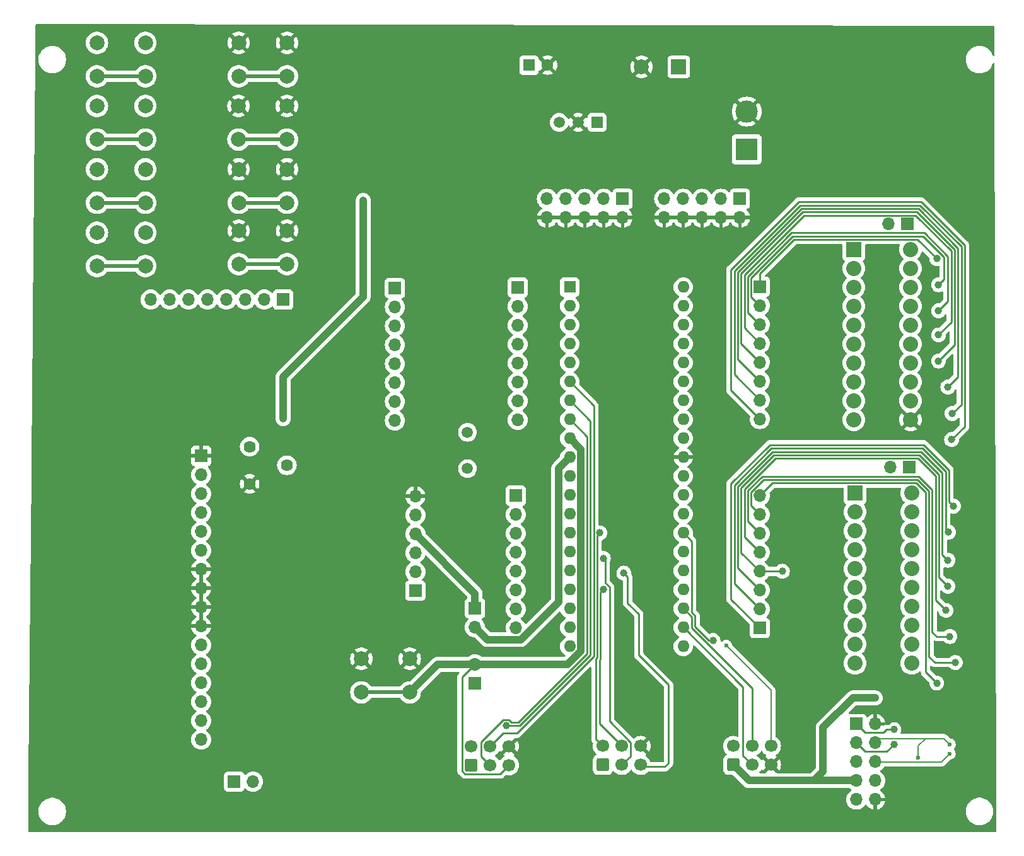
<source format=gbr>
%TF.GenerationSoftware,KiCad,Pcbnew,8.0.5*%
%TF.CreationDate,2024-11-01T12:18:04+01:00*%
%TF.ProjectId,ATmega644,41546d65-6761-4363-9434-2e6b69636164,rev?*%
%TF.SameCoordinates,Original*%
%TF.FileFunction,Copper,L2,Bot*%
%TF.FilePolarity,Positive*%
%FSLAX46Y46*%
G04 Gerber Fmt 4.6, Leading zero omitted, Abs format (unit mm)*
G04 Created by KiCad (PCBNEW 8.0.5) date 2024-11-01 12:18:04*
%MOMM*%
%LPD*%
G01*
G04 APERTURE LIST*
G04 Aperture macros list*
%AMRoundRect*
0 Rectangle with rounded corners*
0 $1 Rounding radius*
0 $2 $3 $4 $5 $6 $7 $8 $9 X,Y pos of 4 corners*
0 Add a 4 corners polygon primitive as box body*
4,1,4,$2,$3,$4,$5,$6,$7,$8,$9,$2,$3,0*
0 Add four circle primitives for the rounded corners*
1,1,$1+$1,$2,$3*
1,1,$1+$1,$4,$5*
1,1,$1+$1,$6,$7*
1,1,$1+$1,$8,$9*
0 Add four rect primitives between the rounded corners*
20,1,$1+$1,$2,$3,$4,$5,0*
20,1,$1+$1,$4,$5,$6,$7,0*
20,1,$1+$1,$6,$7,$8,$9,0*
20,1,$1+$1,$8,$9,$2,$3,0*%
G04 Aperture macros list end*
%TA.AperFunction,ComponentPad*%
%ADD10C,2.000000*%
%TD*%
%TA.AperFunction,ComponentPad*%
%ADD11R,1.700000X1.700000*%
%TD*%
%TA.AperFunction,ComponentPad*%
%ADD12O,1.700000X1.700000*%
%TD*%
%TA.AperFunction,ComponentPad*%
%ADD13R,2.032000X2.032000*%
%TD*%
%TA.AperFunction,ComponentPad*%
%ADD14C,2.032000*%
%TD*%
%TA.AperFunction,ComponentPad*%
%ADD15R,3.000000X3.000000*%
%TD*%
%TA.AperFunction,ComponentPad*%
%ADD16C,3.000000*%
%TD*%
%TA.AperFunction,ComponentPad*%
%ADD17R,2.000000X2.000000*%
%TD*%
%TA.AperFunction,ComponentPad*%
%ADD18C,1.620000*%
%TD*%
%TA.AperFunction,ComponentPad*%
%ADD19R,1.600000X1.600000*%
%TD*%
%TA.AperFunction,ComponentPad*%
%ADD20C,1.600000*%
%TD*%
%TA.AperFunction,ComponentPad*%
%ADD21O,1.600000X1.600000*%
%TD*%
%TA.AperFunction,ComponentPad*%
%ADD22RoundRect,0.250000X0.600000X-0.600000X0.600000X0.600000X-0.600000X0.600000X-0.600000X-0.600000X0*%
%TD*%
%TA.AperFunction,ComponentPad*%
%ADD23C,1.700000*%
%TD*%
%TA.AperFunction,ComponentPad*%
%ADD24C,1.500000*%
%TD*%
%TA.AperFunction,ComponentPad*%
%ADD25R,1.500000X1.500000*%
%TD*%
%TA.AperFunction,ViaPad*%
%ADD26C,0.600000*%
%TD*%
%TA.AperFunction,ViaPad*%
%ADD27C,1.000000*%
%TD*%
%TA.AperFunction,Conductor*%
%ADD28C,1.000000*%
%TD*%
%TA.AperFunction,Conductor*%
%ADD29C,0.250000*%
%TD*%
%TA.AperFunction,Conductor*%
%ADD30C,0.200000*%
%TD*%
%TA.AperFunction,Conductor*%
%ADD31C,0.500000*%
%TD*%
G04 APERTURE END LIST*
D10*
%TO.P,SW2,1,1*%
%TO.N,GND*%
X86775000Y-29750000D03*
X93275000Y-29750000D03*
%TO.P,SW2,2,2*%
%TO.N,/Buttons/Button1*%
X86775000Y-34250000D03*
X93275000Y-34250000D03*
%TD*%
D11*
%TO.P,J12,1,Pin_1*%
%TO.N,Net-(J12-Pin_1)*%
X118500000Y-115775000D03*
D12*
%TO.P,J12,2,Pin_2*%
%TO.N,Reset*%
X118500000Y-113235000D03*
%TD*%
D11*
%TO.P,J17,1,Pin_1*%
%TO.N,VCC*%
X154080000Y-50710000D03*
D12*
%TO.P,J17,2,Pin_2*%
%TO.N,GND*%
X154080000Y-53250000D03*
%TO.P,J17,3,Pin_3*%
%TO.N,VCC*%
X151540000Y-50710000D03*
%TO.P,J17,4,Pin_4*%
%TO.N,GND*%
X151540000Y-53250000D03*
%TO.P,J17,5,Pin_5*%
%TO.N,VCC*%
X149000000Y-50710000D03*
%TO.P,J17,6,Pin_6*%
%TO.N,GND*%
X149000000Y-53250000D03*
%TO.P,J17,7,Pin_7*%
%TO.N,VCC*%
X146460000Y-50710000D03*
%TO.P,J17,8,Pin_8*%
%TO.N,GND*%
X146460000Y-53250000D03*
%TO.P,J17,9,Pin_9*%
%TO.N,VCC*%
X143920000Y-50710000D03*
%TO.P,J17,10,Pin_10*%
%TO.N,GND*%
X143920000Y-53250000D03*
%TD*%
D11*
%TO.P,J20,1,Pin_1*%
%TO.N,/Buttons/Button1*%
X92740000Y-64250000D03*
D12*
%TO.P,J20,2,Pin_2*%
%TO.N,/Buttons/Button2*%
X90200000Y-64250000D03*
%TO.P,J20,3,Pin_3*%
%TO.N,/Buttons/Button3*%
X87660000Y-64250000D03*
%TO.P,J20,4,Pin_4*%
%TO.N,/Buttons/Button4*%
X85120000Y-64250000D03*
%TO.P,J20,5,Pin_5*%
%TO.N,/Buttons/Button5*%
X82580000Y-64250000D03*
%TO.P,J20,6,Pin_6*%
%TO.N,/Buttons/Button6*%
X80040000Y-64250000D03*
%TO.P,J20,7,Pin_7*%
%TO.N,/Buttons/Button7*%
X77500000Y-64250000D03*
%TO.P,J20,8,Pin_8*%
%TO.N,/Buttons/Button8*%
X74960000Y-64250000D03*
%TD*%
D10*
%TO.P,SW5,1,1*%
%TO.N,GND*%
X86775000Y-55000000D03*
X93275000Y-55000000D03*
%TO.P,SW5,2,2*%
%TO.N,/Buttons/Button4*%
X86775000Y-59500000D03*
X93275000Y-59500000D03*
%TD*%
%TO.P,SW1,1,1*%
%TO.N,GND*%
X103250000Y-112500000D03*
X109750000Y-112500000D03*
%TO.P,SW1,2,2*%
%TO.N,Reset*%
X103250000Y-117000000D03*
X109750000Y-117000000D03*
%TD*%
D13*
%TO.P,BAR1,1,A*%
%TO.N,Net-(BAR1-A-Pad1)*%
X169375000Y-57530000D03*
D14*
%TO.P,BAR1,2,A*%
%TO.N,Net-(BAR1-A-Pad2)*%
X169375000Y-60070000D03*
%TO.P,BAR1,3,A*%
%TO.N,Net-(BAR1-A-Pad3)*%
X169375000Y-62610000D03*
%TO.P,BAR1,4,A*%
%TO.N,Net-(BAR1-A-Pad4)*%
X169375000Y-65150000D03*
%TO.P,BAR1,5,A*%
%TO.N,Net-(BAR1-A-Pad5)*%
X169375000Y-67690000D03*
%TO.P,BAR1,6,A*%
%TO.N,Net-(BAR1-A-Pad6)*%
X169375000Y-70230000D03*
%TO.P,BAR1,7,A*%
%TO.N,Net-(BAR1-A-Pad7)*%
X169375000Y-72770000D03*
%TO.P,BAR1,8,A*%
%TO.N,Net-(BAR1-A-Pad8)*%
X169375000Y-75310000D03*
%TO.P,BAR1,9,A*%
%TO.N,Net-(BAR1-A-Pad9)*%
X169375000Y-77850000D03*
%TO.P,BAR1,10,A*%
%TO.N,Net-(BAR1-A-Pad10)*%
X169375000Y-80390000D03*
%TO.P,BAR1,11,K*%
%TO.N,GND*%
X176995000Y-80390000D03*
%TO.P,BAR1,12,K*%
%TO.N,unconnected-(BAR1-K-Pad12)*%
X176995000Y-77850000D03*
%TO.P,BAR1,13,K*%
%TO.N,/PORTS/PortA7_LED*%
X176995000Y-75310000D03*
%TO.P,BAR1,14,K*%
%TO.N,/PORTS/PortA6_LED*%
X176995000Y-72770000D03*
%TO.P,BAR1,15,K*%
%TO.N,/PORTS/PortA5_LED*%
X176995000Y-70230000D03*
%TO.P,BAR1,16,K*%
%TO.N,/PORTS/PortA4_LED*%
X176995000Y-67690000D03*
%TO.P,BAR1,17,K*%
%TO.N,/PORTS/PortA3_LED*%
X176995000Y-65150000D03*
%TO.P,BAR1,18,K*%
%TO.N,/PORTS/PortA2_LED*%
X176995000Y-62610000D03*
%TO.P,BAR1,19,K*%
%TO.N,/PORTS/PortA1_LED*%
X176995000Y-60070000D03*
%TO.P,BAR1,20,K*%
%TO.N,/PORTS/PortA0_LED*%
X176995000Y-57530000D03*
%TD*%
D15*
%TO.P,J21,1,Pin_1*%
%TO.N,+24V*%
X155000000Y-44080000D03*
D16*
%TO.P,J21,2,Pin_2*%
%TO.N,GND*%
X155000000Y-39000000D03*
%TD*%
D11*
%TO.P,J5,1,Pin_1*%
%TO.N,PortC0*%
X156750000Y-108370000D03*
D12*
%TO.P,J5,2,Pin_2*%
%TO.N,PortC1*%
X156750000Y-105830000D03*
%TO.P,J5,3,Pin_3*%
%TO.N,PortC2*%
X156750000Y-103290000D03*
%TO.P,J5,4,Pin_4*%
%TO.N,PortC3*%
X156750000Y-100750000D03*
%TO.P,J5,5,Pin_5*%
%TO.N,PortC4*%
X156750000Y-98210000D03*
%TO.P,J5,6,Pin_6*%
%TO.N,PortC5*%
X156750000Y-95670000D03*
%TO.P,J5,7,Pin_7*%
%TO.N,PortC6*%
X156750000Y-93130000D03*
%TO.P,J5,8,Pin_8*%
%TO.N,PortC7*%
X156750000Y-90590000D03*
%TD*%
D13*
%TO.P,BAR2,1,A*%
%TO.N,Net-(BAR2-A-Pad1)*%
X169535000Y-90227500D03*
D14*
%TO.P,BAR2,2,A*%
%TO.N,Net-(BAR2-A-Pad2)*%
X169535000Y-92767500D03*
%TO.P,BAR2,3,A*%
%TO.N,Net-(BAR2-A-Pad3)*%
X169535000Y-95307500D03*
%TO.P,BAR2,4,A*%
%TO.N,Net-(BAR2-A-Pad4)*%
X169535000Y-97847500D03*
%TO.P,BAR2,5,A*%
%TO.N,Net-(BAR2-A-Pad5)*%
X169535000Y-100387500D03*
%TO.P,BAR2,6,A*%
%TO.N,Net-(BAR2-A-Pad6)*%
X169535000Y-102927500D03*
%TO.P,BAR2,7,A*%
%TO.N,Net-(BAR2-A-Pad7)*%
X169535000Y-105467500D03*
%TO.P,BAR2,8,A*%
%TO.N,Net-(BAR2-A-Pad8)*%
X169535000Y-108007500D03*
%TO.P,BAR2,9,A*%
%TO.N,Net-(BAR2-A-Pad9)*%
X169535000Y-110547500D03*
%TO.P,BAR2,10,A*%
%TO.N,Net-(BAR2-A-Pad10)*%
X169535000Y-113087500D03*
%TO.P,BAR2,11,K*%
%TO.N,unconnected-(BAR2-K-Pad11)*%
X177155000Y-113087500D03*
%TO.P,BAR2,12,K*%
%TO.N,unconnected-(BAR2-K-Pad12)*%
X177155000Y-110547500D03*
%TO.P,BAR2,13,K*%
%TO.N,/PORTS/PortC7_LED*%
X177155000Y-108007500D03*
%TO.P,BAR2,14,K*%
%TO.N,/PORTS/PortC6_LED*%
X177155000Y-105467500D03*
%TO.P,BAR2,15,K*%
%TO.N,/PORTS/PortC5_LED*%
X177155000Y-102927500D03*
%TO.P,BAR2,16,K*%
%TO.N,/PORTS/PortC4_LED*%
X177155000Y-100387500D03*
%TO.P,BAR2,17,K*%
%TO.N,/PORTS/PortC3_LED*%
X177155000Y-97847500D03*
%TO.P,BAR2,18,K*%
%TO.N,/PORTS/PortC2_LED*%
X177155000Y-95307500D03*
%TO.P,BAR2,19,K*%
%TO.N,/PORTS/PortC1_LED*%
X177155000Y-92767500D03*
%TO.P,BAR2,20,K*%
%TO.N,/PORTS/PortC0_LED*%
X177155000Y-90227500D03*
%TD*%
D11*
%TO.P,J6,1,TCK*%
%TO.N,PortC2*%
X169710000Y-121250000D03*
D12*
%TO.P,J6,2,GND*%
%TO.N,GND*%
X172250000Y-121250000D03*
%TO.P,J6,3,TDO*%
%TO.N,PortC4*%
X169710000Y-123790000D03*
%TO.P,J6,4,VREF*%
%TO.N,VCC*%
X172250000Y-123790000D03*
%TO.P,J6,5,TMS*%
%TO.N,PortC3*%
X169710000Y-126330000D03*
%TO.P,J6,6,~{SRST}*%
%TO.N,RESET*%
X172250000Y-126330000D03*
%TO.P,J6,7,VCC*%
%TO.N,VCC*%
X169710000Y-128870000D03*
%TO.P,J6,8,~{TRST}*%
%TO.N,unconnected-(J6-~{TRST}-Pad8)*%
X172250000Y-128870000D03*
%TO.P,J6,9,TDI*%
%TO.N,PortC5*%
X169710000Y-131410000D03*
%TO.P,J6,10,GND*%
%TO.N,GND*%
X172250000Y-131410000D03*
%TD*%
D11*
%TO.P,J18,1,Pin_1*%
%TO.N,VCC*%
X138330000Y-50710000D03*
D12*
%TO.P,J18,2,Pin_2*%
%TO.N,GND*%
X138330000Y-53250000D03*
%TO.P,J18,3,Pin_3*%
%TO.N,VCC*%
X135790000Y-50710000D03*
%TO.P,J18,4,Pin_4*%
%TO.N,GND*%
X135790000Y-53250000D03*
%TO.P,J18,5,Pin_5*%
%TO.N,VCC*%
X133250000Y-50710000D03*
%TO.P,J18,6,Pin_6*%
%TO.N,GND*%
X133250000Y-53250000D03*
%TO.P,J18,7,Pin_7*%
%TO.N,VCC*%
X130710000Y-50710000D03*
%TO.P,J18,8,Pin_8*%
%TO.N,GND*%
X130710000Y-53250000D03*
%TO.P,J18,9,Pin_9*%
%TO.N,VCC*%
X128170000Y-50710000D03*
%TO.P,J18,10,Pin_10*%
%TO.N,GND*%
X128170000Y-53250000D03*
%TD*%
D17*
%TO.P,C1,1*%
%TO.N,Net-(D1-K)*%
X145867677Y-33000000D03*
D10*
%TO.P,C1,2*%
%TO.N,GND*%
X140867677Y-33000000D03*
%TD*%
%TO.P,SW6,1,1*%
%TO.N,VCC*%
X67750000Y-29750000D03*
X74250000Y-29750000D03*
%TO.P,SW6,2,2*%
%TO.N,/Buttons/Button5*%
X67750000Y-34250000D03*
X74250000Y-34250000D03*
%TD*%
D18*
%TO.P,RV1,1,1*%
%TO.N,GND*%
X88250000Y-89000000D03*
%TO.P,RV1,2,2*%
%TO.N,Net-(J13-Pin_3)*%
X93250000Y-86500000D03*
%TO.P,RV1,3,3*%
%TO.N,VCC*%
X88250000Y-84000000D03*
%TD*%
D11*
%TO.P,J10,1,Pin_1*%
%TO.N,Net-(J10-Pin_1)*%
X110500000Y-103350000D03*
D12*
%TO.P,J10,2,Pin_2*%
%TO.N,PortD1*%
X110500000Y-100810000D03*
%TO.P,J10,3,Pin_3*%
%TO.N,PortD0*%
X110500000Y-98270000D03*
%TO.P,J10,4,Pin_4*%
%TO.N,Net-(J10-Pin_4)*%
X110500000Y-95730000D03*
%TO.P,J10,5,Pin_5*%
%TO.N,unconnected-(J10-Pin_5-Pad5)*%
X110500000Y-93190000D03*
%TO.P,J10,6,Pin_6*%
%TO.N,GND*%
X110500000Y-90650000D03*
%TD*%
D11*
%TO.P,J13,1,Pin_1*%
%TO.N,GND*%
X81750000Y-85250000D03*
D12*
%TO.P,J13,2,Pin_2*%
%TO.N,VCC*%
X81750000Y-87790000D03*
%TO.P,J13,3,Pin_3*%
%TO.N,Net-(J13-Pin_3)*%
X81750000Y-90330000D03*
%TO.P,J13,4,Pin_4*%
%TO.N,/LCD/RS*%
X81750000Y-92870000D03*
%TO.P,J13,5,Pin_5*%
%TO.N,/LCD/RW*%
X81750000Y-95410000D03*
%TO.P,J13,6,Pin_6*%
%TO.N,/LCD/En*%
X81750000Y-97950000D03*
%TO.P,J13,7,Pin_7*%
%TO.N,GND*%
X81750000Y-100490000D03*
%TO.P,J13,8,Pin_8*%
X81750000Y-103030000D03*
%TO.P,J13,9,Pin_9*%
X81750000Y-105570000D03*
%TO.P,J13,10,Pin_10*%
X81750000Y-108110000D03*
%TO.P,J13,11,Pin_11*%
%TO.N,/LCD/D4*%
X81750000Y-110650000D03*
%TO.P,J13,12,Pin_12*%
%TO.N,/LCD/D5*%
X81750000Y-113190000D03*
%TO.P,J13,13,Pin_13*%
%TO.N,/LCD/D6*%
X81750000Y-115730000D03*
%TO.P,J13,14,Pin_14*%
%TO.N,/LCD/D7*%
X81750000Y-118270000D03*
%TO.P,J13,15,Pin_15*%
%TO.N,VCC*%
X81750000Y-120810000D03*
%TO.P,J13,16,Pin_16*%
%TO.N,Net-(J13-Pin_16)*%
X81750000Y-123350000D03*
%TD*%
D10*
%TO.P,SW3,1,1*%
%TO.N,GND*%
X86750000Y-38250000D03*
X93250000Y-38250000D03*
%TO.P,SW3,2,2*%
%TO.N,/Buttons/Button2*%
X86750000Y-42750000D03*
X93250000Y-42750000D03*
%TD*%
%TO.P,SW7,1,1*%
%TO.N,VCC*%
X67750000Y-38250000D03*
X74250000Y-38250000D03*
%TO.P,SW7,2,2*%
%TO.N,/Buttons/Button6*%
X67750000Y-42750000D03*
X74250000Y-42750000D03*
%TD*%
D11*
%TO.P,J4,1,Pin_1*%
%TO.N,PortA0*%
X156750000Y-62510000D03*
D12*
%TO.P,J4,2,Pin_2*%
%TO.N,PortA1*%
X156750000Y-65050000D03*
%TO.P,J4,3,Pin_3*%
%TO.N,PortA2*%
X156750000Y-67590000D03*
%TO.P,J4,4,Pin_4*%
%TO.N,PortA3*%
X156750000Y-70130000D03*
%TO.P,J4,5,Pin_5*%
%TO.N,PortA4*%
X156750000Y-72670000D03*
%TO.P,J4,6,Pin_6*%
%TO.N,PortA5*%
X156750000Y-75210000D03*
%TO.P,J4,7,Pin_7*%
%TO.N,PortA6*%
X156750000Y-77750000D03*
%TO.P,J4,8,Pin_8*%
%TO.N,PortA7*%
X156750000Y-80290000D03*
%TD*%
D19*
%TO.P,C2,1*%
%TO.N,VCC*%
X125750000Y-32750000D03*
D20*
%TO.P,C2,2*%
%TO.N,GND*%
X128250000Y-32750000D03*
%TD*%
D11*
%TO.P,J19,1,Pin_1*%
%TO.N,/LCD/RS*%
X107750000Y-62710000D03*
D12*
%TO.P,J19,2,Pin_2*%
%TO.N,/LCD/RW*%
X107750000Y-65250000D03*
%TO.P,J19,3,Pin_3*%
%TO.N,/LCD/En*%
X107750000Y-67790000D03*
%TO.P,J19,4,Pin_4*%
%TO.N,/LCD/D4*%
X107750000Y-70330000D03*
%TO.P,J19,5,Pin_5*%
%TO.N,/LCD/D5*%
X107750000Y-72870000D03*
%TO.P,J19,6,Pin_6*%
%TO.N,/LCD/D6*%
X107750000Y-75410000D03*
%TO.P,J19,7,Pin_7*%
%TO.N,/LCD/D7*%
X107750000Y-77950000D03*
%TO.P,J19,8,Pin_8*%
%TO.N,unconnected-(J19-Pin_8-Pad8)*%
X107750000Y-80490000D03*
%TD*%
D11*
%TO.P,J2,1,Pin_1*%
%TO.N,VCC*%
X176837500Y-86750000D03*
D12*
%TO.P,J2,2,Pin_2*%
%TO.N,Net-(J2-Pin_2)*%
X174297500Y-86750000D03*
%TD*%
D19*
%TO.P,U2,1,PB0*%
%TO.N,PortB0*%
X131232500Y-62570000D03*
D21*
%TO.P,U2,2,PB1*%
%TO.N,PortB1*%
X131232500Y-65110000D03*
%TO.P,U2,3,PB2*%
%TO.N,PortB2*%
X131232500Y-67650000D03*
%TO.P,U2,4,PB3*%
%TO.N,PortB3*%
X131232500Y-70190000D03*
%TO.P,U2,5,PB4*%
%TO.N,PortB4*%
X131232500Y-72730000D03*
%TO.P,U2,6,PB5*%
%TO.N,PortB5*%
X131232500Y-75270000D03*
%TO.P,U2,7,PB6*%
%TO.N,PortB6*%
X131232500Y-77810000D03*
%TO.P,U2,8,PB7*%
%TO.N,PortB7*%
X131232500Y-80350000D03*
%TO.P,U2,9,~{RESET}*%
%TO.N,Reset*%
X131232500Y-82890000D03*
%TO.P,U2,10,VCC*%
%TO.N,VCC*%
X131232500Y-85430000D03*
%TO.P,U2,11,GND*%
%TO.N,GND*%
X131232500Y-87970000D03*
%TO.P,U2,12,XTAL2*%
%TO.N,Net-(U2-XTAL2)*%
X131232500Y-90510000D03*
%TO.P,U2,13,XTAL1*%
%TO.N,Net-(U2-XTAL1)*%
X131232500Y-93050000D03*
%TO.P,U2,14,PD0*%
%TO.N,PortD0*%
X131232500Y-95590000D03*
%TO.P,U2,15,PD1*%
%TO.N,PortD1*%
X131232500Y-98130000D03*
%TO.P,U2,16,PD2*%
%TO.N,PortD2*%
X131232500Y-100670000D03*
%TO.P,U2,17,PD3*%
%TO.N,PortD3*%
X131232500Y-103210000D03*
%TO.P,U2,18,PD4*%
%TO.N,PortD4*%
X131232500Y-105750000D03*
%TO.P,U2,19,PD5*%
%TO.N,PortD5*%
X131232500Y-108290000D03*
%TO.P,U2,20,PD6*%
%TO.N,PortD6*%
X131232500Y-110830000D03*
%TO.P,U2,21,PD7*%
%TO.N,PortD7*%
X146472500Y-110830000D03*
%TO.P,U2,22,PC0*%
%TO.N,PortC0*%
X146472500Y-108290000D03*
%TO.P,U2,23,PC1*%
%TO.N,PortC1*%
X146472500Y-105750000D03*
%TO.P,U2,24,PC2*%
%TO.N,PortC2*%
X146472500Y-103210000D03*
%TO.P,U2,25,PC3*%
%TO.N,PortC3*%
X146472500Y-100670000D03*
%TO.P,U2,26,PC4*%
%TO.N,PortC4*%
X146472500Y-98130000D03*
%TO.P,U2,27,PC5*%
%TO.N,PortC5*%
X146472500Y-95590000D03*
%TO.P,U2,28,PC6*%
%TO.N,PortC6*%
X146472500Y-93050000D03*
%TO.P,U2,29,PC7*%
%TO.N,PortC7*%
X146472500Y-90510000D03*
%TO.P,U2,30,AVCC*%
%TO.N,VCC*%
X146472500Y-87970000D03*
%TO.P,U2,31,GND*%
%TO.N,GND*%
X146472500Y-85430000D03*
%TO.P,U2,32,AREF*%
%TO.N,Net-(U2-AREF)*%
X146472500Y-82890000D03*
%TO.P,U2,33,PA7*%
%TO.N,PortA7*%
X146472500Y-80350000D03*
%TO.P,U2,34,PA6*%
%TO.N,PortA6*%
X146472500Y-77810000D03*
%TO.P,U2,35,PA5*%
%TO.N,PortA5*%
X146472500Y-75270000D03*
%TO.P,U2,36,PA4*%
%TO.N,PortA4*%
X146472500Y-72730000D03*
%TO.P,U2,37,PA3*%
%TO.N,PortA3*%
X146472500Y-70190000D03*
%TO.P,U2,38,PA2*%
%TO.N,PortA2*%
X146472500Y-67650000D03*
%TO.P,U2,39,PA1*%
%TO.N,PortA1*%
X146472500Y-65110000D03*
%TO.P,U2,40,PA0*%
%TO.N,PortA0*%
X146472500Y-62570000D03*
%TD*%
D22*
%TO.P,J3,1,MISO*%
%TO.N,PortB6*%
X118000000Y-126790000D03*
D23*
%TO.P,J3,2,VCC*%
%TO.N,VCC*%
X118000000Y-124250000D03*
%TO.P,J3,3,SCK*%
%TO.N,PortB7*%
X120540000Y-126790000D03*
%TO.P,J3,4,MOSI*%
%TO.N,PortB5*%
X120540000Y-124250000D03*
%TO.P,J3,5,~{RST}*%
%TO.N,Reset*%
X123080000Y-126790000D03*
%TO.P,J3,6,GND*%
%TO.N,GND*%
X123080000Y-124250000D03*
%TD*%
D10*
%TO.P,SW8,1,1*%
%TO.N,VCC*%
X67750000Y-46750000D03*
X74250000Y-46750000D03*
%TO.P,SW8,2,2*%
%TO.N,/Buttons/Button7*%
X67750000Y-51250000D03*
X74250000Y-51250000D03*
%TD*%
D22*
%TO.P,J7,1,Pin_1*%
%TO.N,VCC*%
X135670000Y-126750000D03*
D23*
%TO.P,J7,2,Pin_2*%
%TO.N,PortD0*%
X135670000Y-124210000D03*
%TO.P,J7,3,Pin_3*%
%TO.N,PortD1*%
X138210000Y-126750000D03*
%TO.P,J7,4,Pin_4*%
%TO.N,PortD3*%
X138210000Y-124210000D03*
%TO.P,J7,5,Pin_5*%
%TO.N,PortD2*%
X140750000Y-126750000D03*
%TO.P,J7,6,Pin_6*%
%TO.N,GND*%
X140750000Y-124210000D03*
%TD*%
D10*
%TO.P,SW9,1,1*%
%TO.N,VCC*%
X67750000Y-55250000D03*
X74250000Y-55250000D03*
%TO.P,SW9,2,2*%
%TO.N,/Buttons/Button8*%
X67750000Y-59750000D03*
X74250000Y-59750000D03*
%TD*%
D24*
%TO.P,Y1,1,1*%
%TO.N,Net-(U2-XTAL1)*%
X117500000Y-86950000D03*
%TO.P,Y1,2,2*%
%TO.N,Net-(U2-XTAL2)*%
X117500000Y-82070000D03*
%TD*%
D22*
%TO.P,J8,1,Pin_1*%
%TO.N,VCC*%
X153170000Y-126750000D03*
D23*
%TO.P,J8,2,Pin_2*%
X153170000Y-124210000D03*
%TO.P,J8,3,Pin_3*%
%TO.N,PortC0*%
X155710000Y-126750000D03*
%TO.P,J8,4,Pin_4*%
%TO.N,PortC1*%
X155710000Y-124210000D03*
%TO.P,J8,5,Pin_5*%
%TO.N,GND*%
X158250000Y-126750000D03*
%TO.P,J8,6,Pin_6*%
%TO.N,PortD7*%
X158250000Y-124210000D03*
%TD*%
D11*
%TO.P,J14,1,Pin_1*%
%TO.N,VCC*%
X86175000Y-128990000D03*
D12*
%TO.P,J14,2,Pin_2*%
%TO.N,Net-(J14-Pin_2)*%
X88715000Y-128990000D03*
%TD*%
D25*
%TO.P,U1,1,Vin*%
%TO.N,Net-(D1-K)*%
X134897500Y-40442500D03*
D24*
%TO.P,U1,2,GND*%
%TO.N,GND*%
X132357500Y-40442500D03*
%TO.P,U1,3,Vout*%
%TO.N,VCC*%
X129817500Y-40442500D03*
%TD*%
D11*
%TO.P,J1,1,Pin_1*%
%TO.N,VCC*%
X176550000Y-54100000D03*
D12*
%TO.P,J1,2,Pin_2*%
%TO.N,/PORTS/PortA_Leds_VCC*%
X174010000Y-54100000D03*
%TD*%
D10*
%TO.P,SW4,1,1*%
%TO.N,GND*%
X86775000Y-46750000D03*
X93275000Y-46750000D03*
%TO.P,SW4,2,2*%
%TO.N,/Buttons/Button3*%
X86775000Y-51250000D03*
X93275000Y-51250000D03*
%TD*%
D11*
%TO.P,J15,1,Pin_1*%
%TO.N,PortB0*%
X124250000Y-62625000D03*
D12*
%TO.P,J15,2,Pin_2*%
%TO.N,PortB1*%
X124250000Y-65165000D03*
%TO.P,J15,3,Pin_3*%
%TO.N,PortB2*%
X124250000Y-67705000D03*
%TO.P,J15,4,Pin_4*%
%TO.N,PortB3*%
X124250000Y-70245000D03*
%TO.P,J15,5,Pin_5*%
%TO.N,PortB4*%
X124250000Y-72785000D03*
%TO.P,J15,6,Pin_6*%
%TO.N,PortB5*%
X124250000Y-75325000D03*
%TO.P,J15,7,Pin_7*%
%TO.N,PortB6*%
X124250000Y-77865000D03*
%TO.P,J15,8,Pin_8*%
%TO.N,PortB7*%
X124250000Y-80405000D03*
%TD*%
D11*
%TO.P,J11,1,Pin_1*%
%TO.N,Net-(J10-Pin_4)*%
X118500000Y-105725000D03*
D12*
%TO.P,J11,2,Pin_2*%
%TO.N,VCC*%
X118500000Y-108265000D03*
%TD*%
D11*
%TO.P,J16,1,Pin_1*%
%TO.N,PortD0*%
X124000000Y-90590000D03*
D12*
%TO.P,J16,2,Pin_2*%
%TO.N,PortD1*%
X124000000Y-93130000D03*
%TO.P,J16,3,Pin_3*%
%TO.N,PortD2*%
X124000000Y-95670000D03*
%TO.P,J16,4,Pin_4*%
%TO.N,PortD3*%
X124000000Y-98210000D03*
%TO.P,J16,5,Pin_5*%
%TO.N,PortD4*%
X124000000Y-100750000D03*
%TO.P,J16,6,Pin_6*%
%TO.N,PortD5*%
X124000000Y-103290000D03*
%TO.P,J16,7,Pin_7*%
%TO.N,PortD6*%
X124000000Y-105830000D03*
%TO.P,J16,8,Pin_8*%
%TO.N,PortD7*%
X124000000Y-108370000D03*
%TD*%
D26*
%TO.N,GND*%
X186000000Y-54000000D03*
X186500000Y-57000000D03*
X186500000Y-60500000D03*
X186500000Y-64000000D03*
X186500000Y-67500000D03*
X186500000Y-71000000D03*
X186500000Y-74500000D03*
X186500000Y-78000000D03*
X186500000Y-81000000D03*
X186500000Y-87000000D03*
X186500000Y-89500000D03*
X186500000Y-93000000D03*
X186500000Y-96500000D03*
X186500000Y-100000000D03*
X186500000Y-103500000D03*
X186500000Y-107000000D03*
X186500000Y-110500000D03*
X186500000Y-114000000D03*
X184000000Y-121500000D03*
X182000000Y-129000000D03*
%TO.N,PortD7*%
X152250000Y-110750000D03*
%TO.N,RESET*%
X182250000Y-125250000D03*
%TO.N,VCC*%
X178000000Y-125780000D03*
X182250000Y-124000000D03*
D27*
%TO.N,GND*%
X115500000Y-84250000D03*
X85200000Y-118740000D03*
X80250000Y-54000000D03*
X174750000Y-120500000D03*
X142500000Y-87500000D03*
X81250000Y-44750000D03*
%TO.N,VCC*%
X103500000Y-50925000D03*
X92750000Y-80250000D03*
X172250000Y-117750000D03*
%TO.N,PortA0*%
X180500000Y-58750000D03*
%TO.N,PortA1*%
X180750000Y-62250000D03*
%TO.N,PortA2*%
X180750000Y-65750000D03*
%TO.N,PortA3*%
X180750000Y-69000000D03*
%TO.N,PortA4*%
X180750000Y-72500000D03*
%TO.N,PortA5*%
X181999135Y-76002489D03*
%TO.N,PortA6*%
X182578502Y-79549999D03*
%TO.N,PortA7*%
X182500000Y-83050000D03*
%TO.N,PortC0*%
X182750000Y-92000000D03*
%TO.N,PortC4*%
X174750000Y-124000000D03*
X181750000Y-106000000D03*
%TO.N,PortC1*%
X182075000Y-95500000D03*
%TO.N,PortC5*%
X182250000Y-109500000D03*
X150458364Y-110041636D03*
%TO.N,PortC2*%
X182000000Y-99250000D03*
X174750000Y-122000000D03*
%TO.N,PortC6*%
X183000000Y-113000000D03*
%TO.N,PortC3*%
X159775000Y-100750000D03*
X182000000Y-102750000D03*
%TO.N,PortC7*%
X180500000Y-115750000D03*
%TO.N,PortB6*%
X122750000Y-121500000D03*
%TO.N,PortD3*%
X135732500Y-103210000D03*
%TO.N,PortD1*%
X135732500Y-99000000D03*
%TO.N,PortD0*%
X135282500Y-95590000D03*
%TO.N,PortD2*%
X138500000Y-101000000D03*
%TD*%
D28*
%TO.N,VCC*%
X165250000Y-127620000D02*
X164000000Y-128870000D01*
X165250000Y-121750000D02*
X165250000Y-127620000D01*
X164000000Y-128870000D02*
X169710000Y-128870000D01*
X155290000Y-128870000D02*
X164000000Y-128870000D01*
D29*
%TO.N,PortB7*%
X133557500Y-82675000D02*
X131232500Y-80350000D01*
X124350547Y-121000000D02*
X133557500Y-111793047D01*
X133557500Y-111793047D02*
X133557500Y-82675000D01*
X123091727Y-120675000D02*
X123416727Y-121000000D01*
X122325000Y-120675000D02*
X123091727Y-120675000D01*
X123416727Y-121000000D02*
X124350547Y-121000000D01*
X119365000Y-123635000D02*
X122325000Y-120675000D01*
X119365000Y-125615000D02*
X119365000Y-123635000D01*
X120540000Y-126790000D02*
X119365000Y-125615000D01*
%TO.N,PortD2*%
X141000000Y-127000000D02*
X140750000Y-126750000D01*
X144000000Y-127000000D02*
X141000000Y-127000000D01*
X144500000Y-126500000D02*
X144000000Y-127000000D01*
X140500000Y-106500000D02*
X140500000Y-112000000D01*
X139000000Y-101500000D02*
X139000000Y-105000000D01*
X138500000Y-101000000D02*
X139000000Y-101500000D01*
X139000000Y-105000000D02*
X140500000Y-106500000D01*
X144500000Y-116000000D02*
X144500000Y-126500000D01*
X140500000Y-112000000D02*
X144500000Y-116000000D01*
D30*
X140823503Y-126676497D02*
X140750000Y-126750000D01*
%TO.N,PortD7*%
X158250000Y-116750000D02*
X152250000Y-110750000D01*
X158250000Y-124210000D02*
X158250000Y-116750000D01*
%TO.N,RESET*%
X181120000Y-126380000D02*
X172300000Y-126380000D01*
X172300000Y-126380000D02*
X172250000Y-126330000D01*
X182250000Y-125250000D02*
X181120000Y-126380000D01*
%TO.N,VCC*%
X178000000Y-124200000D02*
X179000000Y-123200000D01*
X178000000Y-125780000D02*
X178000000Y-124200000D01*
X181450000Y-123200000D02*
X179000000Y-123200000D01*
X179000000Y-123200000D02*
X172840000Y-123200000D01*
X182250000Y-124000000D02*
X181450000Y-123200000D01*
X172840000Y-123200000D02*
X172250000Y-123790000D01*
D29*
%TO.N,GND*%
X174750000Y-120500000D02*
X174000000Y-121250000D01*
X174000000Y-121250000D02*
X172250000Y-121250000D01*
D28*
%TO.N,VCC*%
X153170000Y-126750000D02*
X155290000Y-128870000D01*
X169250000Y-117750000D02*
X172250000Y-117750000D01*
X118500000Y-108265000D02*
X120155000Y-109920000D01*
X129732500Y-104829532D02*
X129732500Y-86930000D01*
X124642032Y-109920000D02*
X129732500Y-104829532D01*
X129732500Y-86930000D02*
X131232500Y-85430000D01*
X165250000Y-121750000D02*
X169250000Y-117750000D01*
X92750000Y-74610000D02*
X103500000Y-63860000D01*
X103500000Y-63860000D02*
X103500000Y-50925000D01*
X120155000Y-109920000D02*
X124642032Y-109920000D01*
X92750000Y-80250000D02*
X92750000Y-74610000D01*
D29*
%TO.N,PortA0*%
X161357396Y-56189000D02*
X177939000Y-56189000D01*
X156750000Y-62510000D02*
X156750000Y-60796396D01*
X177939000Y-56189000D02*
X180500000Y-58750000D01*
X156750000Y-60796396D02*
X161357396Y-56189000D01*
%TO.N,PortA1*%
X181500000Y-58583273D02*
X181500000Y-61500000D01*
X161171000Y-55739000D02*
X178655727Y-55739000D01*
X156750000Y-65050000D02*
X155575000Y-63875000D01*
X155575000Y-63875000D02*
X155575000Y-61335000D01*
X155575000Y-61335000D02*
X161171000Y-55739000D01*
X181500000Y-61500000D02*
X180750000Y-62250000D01*
X178655727Y-55739000D02*
X181500000Y-58583273D01*
%TO.N,PortA2*%
X182000000Y-64500000D02*
X180750000Y-65750000D01*
X178842123Y-55289000D02*
X182000000Y-58446877D01*
X160984604Y-55289000D02*
X178842123Y-55289000D01*
X155125000Y-61148604D02*
X160984604Y-55289000D01*
X156750000Y-67590000D02*
X155125000Y-65965000D01*
X155125000Y-65965000D02*
X155125000Y-61148604D01*
X182000000Y-58446877D02*
X182000000Y-64500000D01*
%TO.N,PortA3*%
X154675000Y-68055000D02*
X154675000Y-60962208D01*
X182450000Y-67300000D02*
X180750000Y-69000000D01*
X182450000Y-57700000D02*
X182450000Y-67300000D01*
X154675000Y-60962208D02*
X162712208Y-52925000D01*
X162712208Y-52925000D02*
X177675000Y-52925000D01*
X156750000Y-70130000D02*
X154675000Y-68055000D01*
X177675000Y-52925000D02*
X182450000Y-57700000D01*
%TO.N,PortA4*%
X154225000Y-60775812D02*
X162525812Y-52475000D01*
X182900000Y-57513604D02*
X182900000Y-70350000D01*
X182900000Y-70350000D02*
X180750000Y-72500000D01*
X162525812Y-52475000D02*
X177861396Y-52475000D01*
X177861396Y-52475000D02*
X182900000Y-57513604D01*
X156750000Y-72670000D02*
X154225000Y-70145000D01*
X154225000Y-70145000D02*
X154225000Y-60775812D01*
%TO.N,PortA5*%
X156750000Y-75210000D02*
X153775000Y-72235000D01*
X183350000Y-74651624D02*
X181999135Y-76002489D01*
X183350000Y-57327208D02*
X183350000Y-74651624D01*
X162339416Y-52025000D02*
X178047792Y-52025000D01*
X153775000Y-72235000D02*
X153775000Y-60589416D01*
X153775000Y-60589416D02*
X162339416Y-52025000D01*
X178047792Y-52025000D02*
X183350000Y-57327208D01*
%TO.N,PortA6*%
X183800000Y-78328501D02*
X182578502Y-79549999D01*
X156750000Y-77750000D02*
X153325000Y-74325000D01*
X153325000Y-60403020D02*
X162153020Y-51575000D01*
X183800000Y-57140812D02*
X183800000Y-78328501D01*
X178234188Y-51575000D02*
X183800000Y-57140812D01*
X153325000Y-74325000D02*
X153325000Y-60403020D01*
X162153020Y-51575000D02*
X178234188Y-51575000D01*
%TO.N,PortA7*%
X152875000Y-76415000D02*
X152875000Y-60216624D01*
X184250000Y-56954416D02*
X184250000Y-81300000D01*
X161966624Y-51125000D02*
X178420584Y-51125000D01*
X178420584Y-51125000D02*
X184250000Y-56954416D01*
X152875000Y-60216624D02*
X161966624Y-51125000D01*
X184250000Y-81300000D02*
X182500000Y-83050000D01*
X156750000Y-80290000D02*
X152875000Y-76415000D01*
%TO.N,PortC0*%
X152875000Y-104495000D02*
X152875000Y-88984923D01*
X152875000Y-88984923D02*
X158109923Y-83750000D01*
X155710000Y-126750000D02*
X154500000Y-125540000D01*
X178733084Y-83750000D02*
X182150000Y-87166916D01*
X182150000Y-87166916D02*
X182150000Y-91400000D01*
X182150000Y-91400000D02*
X182750000Y-92000000D01*
X154500000Y-125540000D02*
X154500000Y-116317500D01*
X156750000Y-108370000D02*
X152875000Y-104495000D01*
X154500000Y-116317500D02*
X146472500Y-108290000D01*
X158109923Y-83750000D02*
X178733084Y-83750000D01*
%TO.N,PortC4*%
X174750000Y-124000000D02*
X173785000Y-124965000D01*
X180350000Y-87912500D02*
X178012500Y-85575000D01*
X170885000Y-124965000D02*
X169710000Y-123790000D01*
X154675000Y-89730507D02*
X154675000Y-96135000D01*
X158830507Y-85575000D02*
X154675000Y-89730507D01*
X181750000Y-106000000D02*
X180350000Y-104600000D01*
X173785000Y-124965000D02*
X170885000Y-124965000D01*
X178012500Y-85575000D02*
X158830507Y-85575000D01*
X154675000Y-96135000D02*
X156750000Y-98210000D01*
X180350000Y-104600000D02*
X180350000Y-87912500D01*
%TO.N,PortC1*%
X153325000Y-89171319D02*
X153325000Y-102405000D01*
X155710000Y-124210000D02*
X155710000Y-116460000D01*
X153325000Y-102405000D02*
X156750000Y-105830000D01*
X182075000Y-95500000D02*
X181700000Y-95125000D01*
X158271319Y-84225000D02*
X153325000Y-89171319D01*
X181700000Y-87353312D02*
X178571688Y-84225000D01*
X178571688Y-84225000D02*
X158271319Y-84225000D01*
X181700000Y-95125000D02*
X181700000Y-87353312D01*
X147597500Y-108347500D02*
X147597500Y-106875000D01*
X147597500Y-106875000D02*
X146472500Y-105750000D01*
X155710000Y-116460000D02*
X147597500Y-108347500D01*
%TO.N,PortC5*%
X147597500Y-106238604D02*
X147597500Y-96715000D01*
X179900000Y-108900000D02*
X180500000Y-109500000D01*
X149928032Y-110041636D02*
X148047500Y-108161104D01*
X179900000Y-89803247D02*
X179900000Y-108900000D01*
X148047500Y-106688604D02*
X147597500Y-106238604D01*
X156750000Y-95670000D02*
X155125000Y-94045000D01*
X150458364Y-110041636D02*
X149928032Y-110041636D01*
X178083253Y-87986500D02*
X179900000Y-89803247D01*
X155125000Y-89916903D02*
X157055403Y-87986500D01*
X148047500Y-108161104D02*
X148047500Y-106688604D01*
X147597500Y-96715000D02*
X146472500Y-95590000D01*
X157055403Y-87986500D02*
X178083253Y-87986500D01*
X180500000Y-109500000D02*
X182250000Y-109500000D01*
X155125000Y-94045000D02*
X155125000Y-89916903D01*
%TO.N,PortC2*%
X174750000Y-122000000D02*
X173750000Y-122000000D01*
X181250000Y-98500000D02*
X181250000Y-87539708D01*
X170885000Y-122425000D02*
X169710000Y-121250000D01*
X153775000Y-100315000D02*
X156750000Y-103290000D01*
X181250000Y-87539708D02*
X178385292Y-84675000D01*
X153775000Y-89357715D02*
X153775000Y-100315000D01*
X158457715Y-84675000D02*
X153775000Y-89357715D01*
X173325000Y-122425000D02*
X170885000Y-122425000D01*
X173750000Y-122000000D02*
X173325000Y-122425000D01*
X178385292Y-84675000D02*
X158457715Y-84675000D01*
X182000000Y-99250000D02*
X181250000Y-98500000D01*
%TO.N,PortC6*%
X155575000Y-91955000D02*
X155575000Y-90103299D01*
X177896857Y-88436500D02*
X179450000Y-89989643D01*
X157241799Y-88436500D02*
X177896857Y-88436500D01*
X179450000Y-112200000D02*
X180250000Y-113000000D01*
X179450000Y-89989643D02*
X179450000Y-112200000D01*
X155575000Y-90103299D02*
X157241799Y-88436500D01*
X156750000Y-93130000D02*
X155575000Y-91955000D01*
X180250000Y-113000000D02*
X183000000Y-113000000D01*
%TO.N,PortC3*%
X182000000Y-102750000D02*
X180800000Y-101550000D01*
X154225000Y-89544111D02*
X154225000Y-98225000D01*
X158644111Y-85125000D02*
X154225000Y-89544111D01*
X178198896Y-85125000D02*
X158644111Y-85125000D01*
X180800000Y-101550000D02*
X180800000Y-87726104D01*
X154225000Y-98225000D02*
X156750000Y-100750000D01*
X159775000Y-100750000D02*
X156750000Y-100750000D01*
X180800000Y-87726104D02*
X178198896Y-85125000D01*
%TO.N,PortC7*%
X158453500Y-88886500D02*
X177710461Y-88886500D01*
X177710461Y-88886500D02*
X179000000Y-90176039D01*
X179000000Y-114250000D02*
X180500000Y-115750000D01*
X179000000Y-90176039D02*
X179000000Y-114250000D01*
X156750000Y-90590000D02*
X158453500Y-88886500D01*
D28*
%TO.N,Net-(J10-Pin_4)*%
X110500000Y-95730000D02*
X118500000Y-103730000D01*
X118500000Y-103730000D02*
X118500000Y-105725000D01*
D29*
%TO.N,PortB5*%
X134457500Y-112165839D02*
X134457500Y-78495000D01*
X120540000Y-124250000D02*
X121715000Y-123075000D01*
X134457500Y-78495000D02*
X131232500Y-75270000D01*
X121715000Y-123035000D02*
X122250000Y-122500000D01*
X124123339Y-122500000D02*
X134457500Y-112165839D01*
X122250000Y-122500000D02*
X124123339Y-122500000D01*
X121715000Y-123075000D02*
X121715000Y-123035000D01*
%TO.N,PortB6*%
X124486943Y-121500000D02*
X134007500Y-111979443D01*
X134007500Y-111979443D02*
X134007500Y-80585000D01*
X122750000Y-121500000D02*
X124486943Y-121500000D01*
X134007500Y-80585000D02*
X131232500Y-77810000D01*
%TO.N,PortD3*%
X135357500Y-112538631D02*
X135250000Y-112646131D01*
X135357500Y-103585000D02*
X135357500Y-112538631D01*
X135250000Y-121250000D02*
X138210000Y-124210000D01*
X135732500Y-103210000D02*
X135357500Y-103585000D01*
X135250000Y-112646131D02*
X135250000Y-121250000D01*
%TO.N,PortD1*%
X136557500Y-102868273D02*
X136557500Y-120895799D01*
X135732500Y-99000000D02*
X136000000Y-99267500D01*
X136000000Y-102310773D02*
X136557500Y-102868273D01*
X136557500Y-120895799D02*
X139385000Y-123723299D01*
X139385000Y-125575000D02*
X138210000Y-126750000D01*
X139385000Y-123723299D02*
X139385000Y-125575000D01*
X136000000Y-99267500D02*
X136000000Y-102310773D01*
%TO.N,PortD0*%
X134907500Y-112352235D02*
X134750000Y-112509735D01*
X134750000Y-123290000D02*
X135670000Y-124210000D01*
X134750000Y-112509735D02*
X134750000Y-123290000D01*
X135282500Y-95590000D02*
X134907500Y-95965000D01*
X134907500Y-95965000D02*
X134907500Y-112352235D01*
D31*
%TO.N,/Buttons/Button1*%
X93275000Y-34250000D02*
X86775000Y-34250000D01*
%TO.N,/Buttons/Button3*%
X93275000Y-51250000D02*
X86775000Y-51250000D01*
%TO.N,/Buttons/Button2*%
X93250000Y-42750000D02*
X86750000Y-42750000D01*
%TO.N,/Buttons/Button8*%
X74250000Y-59750000D02*
X67750000Y-59750000D01*
%TO.N,/Buttons/Button6*%
X74250000Y-42750000D02*
X67750000Y-42750000D01*
%TO.N,/Buttons/Button7*%
X74250000Y-51250000D02*
X67750000Y-51250000D01*
%TO.N,/Buttons/Button5*%
X74250000Y-34250000D02*
X67750000Y-34250000D01*
%TO.N,/Buttons/Button4*%
X93275000Y-59500000D02*
X86775000Y-59500000D01*
D28*
%TO.N,Reset*%
X132732500Y-84390000D02*
X131232500Y-82890000D01*
X118500000Y-113235000D02*
X130948821Y-113235000D01*
D29*
X121905000Y-127965000D02*
X117154900Y-127965000D01*
D28*
X113515000Y-113235000D02*
X118500000Y-113235000D01*
X109750000Y-117000000D02*
X113515000Y-113235000D01*
D29*
X116750000Y-114985000D02*
X118500000Y-113235000D01*
X116750000Y-127560100D02*
X116750000Y-114985000D01*
D28*
X130948821Y-113235000D02*
X132732500Y-111451321D01*
D31*
X109750000Y-117000000D02*
X103250000Y-117000000D01*
D29*
X117154900Y-127965000D02*
X116750000Y-127560100D01*
X123080000Y-126790000D02*
X121905000Y-127965000D01*
D28*
X132732500Y-111451321D02*
X132732500Y-84390000D01*
%TD*%
%TA.AperFunction,Conductor*%
%TO.N,GND*%
G36*
X157784075Y-126942993D02*
G01*
X157849901Y-127057007D01*
X157942993Y-127150099D01*
X158057007Y-127215925D01*
X158120590Y-127232962D01*
X157520370Y-127833181D01*
X157459047Y-127866666D01*
X157432689Y-127869500D01*
X156799758Y-127869500D01*
X156732719Y-127849815D01*
X156686964Y-127797011D01*
X156677020Y-127727853D01*
X156706045Y-127664297D01*
X156712077Y-127657819D01*
X156723989Y-127645907D01*
X156748495Y-127621401D01*
X156878732Y-127435403D01*
X156933307Y-127391780D01*
X157002805Y-127384586D01*
X157065160Y-127416109D01*
X157081880Y-127435405D01*
X157135073Y-127511373D01*
X157767037Y-126879409D01*
X157784075Y-126942993D01*
G37*
%TD.AperFunction*%
%TA.AperFunction,Conductor*%
G36*
X157064855Y-124876546D02*
G01*
X157081575Y-124895842D01*
X157211500Y-125081395D01*
X157211505Y-125081401D01*
X157378599Y-125248495D01*
X157563721Y-125378119D01*
X157564594Y-125378730D01*
X157608218Y-125433307D01*
X157615411Y-125502806D01*
X157583889Y-125565160D01*
X157564593Y-125581880D01*
X157488626Y-125635072D01*
X157488625Y-125635072D01*
X158120590Y-126267037D01*
X158057007Y-126284075D01*
X157942993Y-126349901D01*
X157849901Y-126442993D01*
X157784075Y-126557007D01*
X157767037Y-126620589D01*
X157135073Y-125988626D01*
X157081881Y-126064594D01*
X157027304Y-126108219D01*
X156957806Y-126115413D01*
X156895451Y-126083891D01*
X156878730Y-126064594D01*
X156748494Y-125878597D01*
X156581402Y-125711506D01*
X156581396Y-125711501D01*
X156395842Y-125581575D01*
X156352217Y-125526998D01*
X156345023Y-125457500D01*
X156376546Y-125395145D01*
X156395842Y-125378425D01*
X156523165Y-125289272D01*
X156581401Y-125248495D01*
X156748495Y-125081401D01*
X156878425Y-124895842D01*
X156933002Y-124852217D01*
X157002500Y-124845023D01*
X157064855Y-124876546D01*
G37*
%TD.AperFunction*%
%TA.AperFunction,Conductor*%
G36*
X122614075Y-124442993D02*
G01*
X122679901Y-124557007D01*
X122772993Y-124650099D01*
X122887007Y-124715925D01*
X122950590Y-124732962D01*
X122318625Y-125364925D01*
X122394594Y-125418119D01*
X122438219Y-125472696D01*
X122445413Y-125542194D01*
X122413890Y-125604549D01*
X122394595Y-125621269D01*
X122208594Y-125751508D01*
X122041505Y-125918597D01*
X121911575Y-126104158D01*
X121856998Y-126147783D01*
X121787500Y-126154977D01*
X121725145Y-126123454D01*
X121708425Y-126104158D01*
X121578494Y-125918597D01*
X121411402Y-125751506D01*
X121411396Y-125751501D01*
X121225842Y-125621575D01*
X121182217Y-125566998D01*
X121175023Y-125497500D01*
X121206546Y-125435145D01*
X121225842Y-125418425D01*
X121284037Y-125377676D01*
X121411401Y-125288495D01*
X121578495Y-125121401D01*
X121708732Y-124935403D01*
X121763307Y-124891780D01*
X121832805Y-124884586D01*
X121895160Y-124916109D01*
X121911880Y-124935405D01*
X121965073Y-125011373D01*
X122597037Y-124379409D01*
X122614075Y-124442993D01*
G37*
%TD.AperFunction*%
%TA.AperFunction,Conductor*%
G36*
X82000000Y-107676988D02*
G01*
X81942993Y-107644075D01*
X81815826Y-107610000D01*
X81684174Y-107610000D01*
X81557007Y-107644075D01*
X81500000Y-107676988D01*
X81500000Y-106003012D01*
X81557007Y-106035925D01*
X81684174Y-106070000D01*
X81815826Y-106070000D01*
X81942993Y-106035925D01*
X82000000Y-106003012D01*
X82000000Y-107676988D01*
G37*
%TD.AperFunction*%
%TA.AperFunction,Conductor*%
G36*
X82000000Y-105136988D02*
G01*
X81942993Y-105104075D01*
X81815826Y-105070000D01*
X81684174Y-105070000D01*
X81557007Y-105104075D01*
X81500000Y-105136988D01*
X81500000Y-103463012D01*
X81557007Y-103495925D01*
X81684174Y-103530000D01*
X81815826Y-103530000D01*
X81942993Y-103495925D01*
X82000000Y-103463012D01*
X82000000Y-105136988D01*
G37*
%TD.AperFunction*%
%TA.AperFunction,Conductor*%
G36*
X82000000Y-102596988D02*
G01*
X81942993Y-102564075D01*
X81815826Y-102530000D01*
X81684174Y-102530000D01*
X81557007Y-102564075D01*
X81500000Y-102596988D01*
X81500000Y-100923012D01*
X81557007Y-100955925D01*
X81684174Y-100990000D01*
X81815826Y-100990000D01*
X81942993Y-100955925D01*
X82000000Y-100923012D01*
X82000000Y-102596988D01*
G37*
%TD.AperFunction*%
%TA.AperFunction,Conductor*%
G36*
X130244075Y-53057007D02*
G01*
X130210000Y-53184174D01*
X130210000Y-53315826D01*
X130244075Y-53442993D01*
X130276988Y-53500000D01*
X128603012Y-53500000D01*
X128635925Y-53442993D01*
X128670000Y-53315826D01*
X128670000Y-53184174D01*
X128635925Y-53057007D01*
X128603012Y-53000000D01*
X130276988Y-53000000D01*
X130244075Y-53057007D01*
G37*
%TD.AperFunction*%
%TA.AperFunction,Conductor*%
G36*
X132784075Y-53057007D02*
G01*
X132750000Y-53184174D01*
X132750000Y-53315826D01*
X132784075Y-53442993D01*
X132816988Y-53500000D01*
X131143012Y-53500000D01*
X131175925Y-53442993D01*
X131210000Y-53315826D01*
X131210000Y-53184174D01*
X131175925Y-53057007D01*
X131143012Y-53000000D01*
X132816988Y-53000000D01*
X132784075Y-53057007D01*
G37*
%TD.AperFunction*%
%TA.AperFunction,Conductor*%
G36*
X135324075Y-53057007D02*
G01*
X135290000Y-53184174D01*
X135290000Y-53315826D01*
X135324075Y-53442993D01*
X135356988Y-53500000D01*
X133683012Y-53500000D01*
X133715925Y-53442993D01*
X133750000Y-53315826D01*
X133750000Y-53184174D01*
X133715925Y-53057007D01*
X133683012Y-53000000D01*
X135356988Y-53000000D01*
X135324075Y-53057007D01*
G37*
%TD.AperFunction*%
%TA.AperFunction,Conductor*%
G36*
X137864075Y-53057007D02*
G01*
X137830000Y-53184174D01*
X137830000Y-53315826D01*
X137864075Y-53442993D01*
X137896988Y-53500000D01*
X136223012Y-53500000D01*
X136255925Y-53442993D01*
X136290000Y-53315826D01*
X136290000Y-53184174D01*
X136255925Y-53057007D01*
X136223012Y-53000000D01*
X137896988Y-53000000D01*
X137864075Y-53057007D01*
G37*
%TD.AperFunction*%
%TA.AperFunction,Conductor*%
G36*
X145994075Y-53057007D02*
G01*
X145960000Y-53184174D01*
X145960000Y-53315826D01*
X145994075Y-53442993D01*
X146026988Y-53500000D01*
X144353012Y-53500000D01*
X144385925Y-53442993D01*
X144420000Y-53315826D01*
X144420000Y-53184174D01*
X144385925Y-53057007D01*
X144353012Y-53000000D01*
X146026988Y-53000000D01*
X145994075Y-53057007D01*
G37*
%TD.AperFunction*%
%TA.AperFunction,Conductor*%
G36*
X148534075Y-53057007D02*
G01*
X148500000Y-53184174D01*
X148500000Y-53315826D01*
X148534075Y-53442993D01*
X148566988Y-53500000D01*
X146893012Y-53500000D01*
X146925925Y-53442993D01*
X146960000Y-53315826D01*
X146960000Y-53184174D01*
X146925925Y-53057007D01*
X146893012Y-53000000D01*
X148566988Y-53000000D01*
X148534075Y-53057007D01*
G37*
%TD.AperFunction*%
%TA.AperFunction,Conductor*%
G36*
X151074075Y-53057007D02*
G01*
X151040000Y-53184174D01*
X151040000Y-53315826D01*
X151074075Y-53442993D01*
X151106988Y-53500000D01*
X149433012Y-53500000D01*
X149465925Y-53442993D01*
X149500000Y-53315826D01*
X149500000Y-53184174D01*
X149465925Y-53057007D01*
X149433012Y-53000000D01*
X151106988Y-53000000D01*
X151074075Y-53057007D01*
G37*
%TD.AperFunction*%
%TA.AperFunction,Conductor*%
G36*
X153614075Y-53057007D02*
G01*
X153580000Y-53184174D01*
X153580000Y-53315826D01*
X153614075Y-53442993D01*
X153646988Y-53500000D01*
X151973012Y-53500000D01*
X152005925Y-53442993D01*
X152040000Y-53315826D01*
X152040000Y-53184174D01*
X152005925Y-53057007D01*
X151973012Y-53000000D01*
X153646988Y-53000000D01*
X153614075Y-53057007D01*
G37*
%TD.AperFunction*%
%TA.AperFunction,Conductor*%
G36*
X188126526Y-27499760D02*
G01*
X188193527Y-27519575D01*
X188239179Y-27572468D01*
X188250285Y-27623474D01*
X188259020Y-31405823D01*
X188239490Y-31472907D01*
X188186792Y-31518784D01*
X188117656Y-31528887D01*
X188054034Y-31500009D01*
X188016124Y-31441319D01*
X188015245Y-31438202D01*
X188006053Y-31403897D01*
X187942514Y-31250500D01*
X187913224Y-31179788D01*
X187791936Y-30969711D01*
X187644265Y-30777262D01*
X187644260Y-30777256D01*
X187472743Y-30605739D01*
X187472736Y-30605733D01*
X187280293Y-30458067D01*
X187280292Y-30458066D01*
X187280289Y-30458064D01*
X187070212Y-30336776D01*
X186981427Y-30300000D01*
X186846104Y-30243947D01*
X186611785Y-30181161D01*
X186371289Y-30149500D01*
X186371288Y-30149500D01*
X186128712Y-30149500D01*
X186128711Y-30149500D01*
X185888214Y-30181161D01*
X185653895Y-30243947D01*
X185429794Y-30336773D01*
X185429785Y-30336777D01*
X185219706Y-30458067D01*
X185027263Y-30605733D01*
X185027256Y-30605739D01*
X184855739Y-30777256D01*
X184855733Y-30777263D01*
X184708067Y-30969706D01*
X184708064Y-30969710D01*
X184708064Y-30969711D01*
X184691817Y-30997851D01*
X184586777Y-31179785D01*
X184586773Y-31179794D01*
X184493947Y-31403895D01*
X184431161Y-31638214D01*
X184399500Y-31878711D01*
X184399500Y-32121288D01*
X184431161Y-32361785D01*
X184493947Y-32596104D01*
X184579506Y-32802661D01*
X184586776Y-32820212D01*
X184708064Y-33030289D01*
X184708066Y-33030292D01*
X184708067Y-33030293D01*
X184855733Y-33222736D01*
X184855739Y-33222743D01*
X185027256Y-33394260D01*
X185027263Y-33394266D01*
X185140321Y-33481018D01*
X185219711Y-33541936D01*
X185429788Y-33663224D01*
X185653900Y-33756054D01*
X185888211Y-33818838D01*
X186068586Y-33842584D01*
X186128711Y-33850500D01*
X186128712Y-33850500D01*
X186371289Y-33850500D01*
X186419388Y-33844167D01*
X186611789Y-33818838D01*
X186846100Y-33756054D01*
X187070212Y-33663224D01*
X187280289Y-33541936D01*
X187472738Y-33394265D01*
X187644265Y-33222738D01*
X187791936Y-33030289D01*
X187913224Y-32820212D01*
X188006054Y-32596100D01*
X188017965Y-32551646D01*
X188054330Y-32491986D01*
X188117177Y-32461457D01*
X188186553Y-32469752D01*
X188240430Y-32514237D01*
X188261705Y-32580789D01*
X188261740Y-32583454D01*
X188418857Y-100615266D01*
X188494484Y-133361785D01*
X188499713Y-135625714D01*
X188480183Y-135692798D01*
X188427485Y-135738675D01*
X188375713Y-135750000D01*
X58625148Y-135750000D01*
X58558109Y-135730315D01*
X58512354Y-135677511D01*
X58501153Y-135624857D01*
X58508582Y-134818838D01*
X58526463Y-132878711D01*
X59899500Y-132878711D01*
X59899500Y-133121288D01*
X59931161Y-133361785D01*
X59993947Y-133596104D01*
X60086773Y-133820205D01*
X60086776Y-133820212D01*
X60208064Y-134030289D01*
X60208066Y-134030292D01*
X60208067Y-134030293D01*
X60355733Y-134222736D01*
X60355739Y-134222743D01*
X60527256Y-134394260D01*
X60527262Y-134394265D01*
X60719711Y-134541936D01*
X60929788Y-134663224D01*
X61153900Y-134756054D01*
X61388211Y-134818838D01*
X61568586Y-134842584D01*
X61628711Y-134850500D01*
X61628712Y-134850500D01*
X61871289Y-134850500D01*
X61919388Y-134844167D01*
X62111789Y-134818838D01*
X62346100Y-134756054D01*
X62570212Y-134663224D01*
X62780289Y-134541936D01*
X62972738Y-134394265D01*
X63144265Y-134222738D01*
X63291936Y-134030289D01*
X63413224Y-133820212D01*
X63506054Y-133596100D01*
X63568838Y-133361789D01*
X63600500Y-133121288D01*
X63600500Y-132878712D01*
X63600500Y-132878711D01*
X184399500Y-132878711D01*
X184399500Y-133121288D01*
X184431161Y-133361785D01*
X184493947Y-133596104D01*
X184586773Y-133820205D01*
X184586776Y-133820212D01*
X184708064Y-134030289D01*
X184708066Y-134030292D01*
X184708067Y-134030293D01*
X184855733Y-134222736D01*
X184855739Y-134222743D01*
X185027256Y-134394260D01*
X185027262Y-134394265D01*
X185219711Y-134541936D01*
X185429788Y-134663224D01*
X185653900Y-134756054D01*
X185888211Y-134818838D01*
X186068586Y-134842584D01*
X186128711Y-134850500D01*
X186128712Y-134850500D01*
X186371289Y-134850500D01*
X186419388Y-134844167D01*
X186611789Y-134818838D01*
X186846100Y-134756054D01*
X187070212Y-134663224D01*
X187280289Y-134541936D01*
X187472738Y-134394265D01*
X187644265Y-134222738D01*
X187791936Y-134030289D01*
X187913224Y-133820212D01*
X188006054Y-133596100D01*
X188068838Y-133361789D01*
X188100500Y-133121288D01*
X188100500Y-132878712D01*
X188068838Y-132638211D01*
X188006054Y-132403900D01*
X187913224Y-132179788D01*
X187791936Y-131969711D01*
X187644265Y-131777262D01*
X187644260Y-131777256D01*
X187472743Y-131605739D01*
X187472736Y-131605733D01*
X187280293Y-131458067D01*
X187280292Y-131458066D01*
X187280289Y-131458064D01*
X187070212Y-131336776D01*
X187070205Y-131336773D01*
X186846104Y-131243947D01*
X186611785Y-131181161D01*
X186371289Y-131149500D01*
X186371288Y-131149500D01*
X186128712Y-131149500D01*
X186128711Y-131149500D01*
X185888214Y-131181161D01*
X185653895Y-131243947D01*
X185429794Y-131336773D01*
X185429785Y-131336777D01*
X185219706Y-131458067D01*
X185027263Y-131605733D01*
X185027256Y-131605739D01*
X184855739Y-131777256D01*
X184855733Y-131777263D01*
X184708067Y-131969706D01*
X184586777Y-132179785D01*
X184586773Y-132179794D01*
X184493947Y-132403895D01*
X184431161Y-132638214D01*
X184399500Y-132878711D01*
X63600500Y-132878711D01*
X63568838Y-132638211D01*
X63506054Y-132403900D01*
X63413224Y-132179788D01*
X63291936Y-131969711D01*
X63144265Y-131777262D01*
X63144260Y-131777256D01*
X62972743Y-131605739D01*
X62972736Y-131605733D01*
X62780293Y-131458067D01*
X62780292Y-131458066D01*
X62780289Y-131458064D01*
X62570212Y-131336776D01*
X62570205Y-131336773D01*
X62346104Y-131243947D01*
X62111785Y-131181161D01*
X61871289Y-131149500D01*
X61871288Y-131149500D01*
X61628712Y-131149500D01*
X61628711Y-131149500D01*
X61388214Y-131181161D01*
X61153895Y-131243947D01*
X60929794Y-131336773D01*
X60929785Y-131336777D01*
X60719706Y-131458067D01*
X60527263Y-131605733D01*
X60527256Y-131605739D01*
X60355739Y-131777256D01*
X60355733Y-131777263D01*
X60208067Y-131969706D01*
X60086777Y-132179785D01*
X60086773Y-132179794D01*
X59993947Y-132403895D01*
X59931161Y-132638214D01*
X59899500Y-132878711D01*
X58526463Y-132878711D01*
X58570579Y-128092128D01*
X84824500Y-128092128D01*
X84824500Y-129887870D01*
X84824501Y-129887876D01*
X84830908Y-129947483D01*
X84881202Y-130082328D01*
X84881206Y-130082335D01*
X84967452Y-130197544D01*
X84967455Y-130197547D01*
X85082664Y-130283793D01*
X85082671Y-130283797D01*
X85217517Y-130334091D01*
X85217516Y-130334091D01*
X85224444Y-130334835D01*
X85277127Y-130340500D01*
X87072872Y-130340499D01*
X87132483Y-130334091D01*
X87267331Y-130283796D01*
X87382546Y-130197546D01*
X87468796Y-130082331D01*
X87517810Y-129950916D01*
X87559681Y-129894984D01*
X87625145Y-129870566D01*
X87693418Y-129885417D01*
X87721673Y-129906569D01*
X87843599Y-130028495D01*
X87935724Y-130093002D01*
X88037165Y-130164032D01*
X88037167Y-130164033D01*
X88037170Y-130164035D01*
X88251337Y-130263903D01*
X88479592Y-130325063D01*
X88656034Y-130340500D01*
X88714999Y-130345659D01*
X88715000Y-130345659D01*
X88715001Y-130345659D01*
X88773966Y-130340500D01*
X88950408Y-130325063D01*
X89178663Y-130263903D01*
X89392830Y-130164035D01*
X89586401Y-130028495D01*
X89753495Y-129861401D01*
X89889035Y-129667830D01*
X89988903Y-129453663D01*
X90050063Y-129225408D01*
X90070659Y-128990000D01*
X90050063Y-128754592D01*
X89988903Y-128526337D01*
X89889035Y-128312171D01*
X89834984Y-128234977D01*
X89753494Y-128118597D01*
X89586402Y-127951506D01*
X89586395Y-127951501D01*
X89392834Y-127815967D01*
X89392830Y-127815965D01*
X89333927Y-127788498D01*
X89178663Y-127716097D01*
X89178659Y-127716096D01*
X89178655Y-127716094D01*
X88950413Y-127654938D01*
X88950403Y-127654936D01*
X88715001Y-127634341D01*
X88714999Y-127634341D01*
X88479596Y-127654936D01*
X88479586Y-127654938D01*
X88251344Y-127716094D01*
X88251335Y-127716098D01*
X88037171Y-127815964D01*
X88037169Y-127815965D01*
X87843600Y-127951503D01*
X87721673Y-128073430D01*
X87660350Y-128106914D01*
X87590658Y-128101930D01*
X87534725Y-128060058D01*
X87517810Y-128029081D01*
X87468796Y-127897669D01*
X87468793Y-127897664D01*
X87382547Y-127782455D01*
X87382544Y-127782452D01*
X87267335Y-127696206D01*
X87267328Y-127696202D01*
X87132482Y-127645908D01*
X87132483Y-127645908D01*
X87072883Y-127639501D01*
X87072881Y-127639500D01*
X87072873Y-127639500D01*
X87072864Y-127639500D01*
X85277129Y-127639500D01*
X85277123Y-127639501D01*
X85217516Y-127645908D01*
X85082671Y-127696202D01*
X85082664Y-127696206D01*
X84967455Y-127782452D01*
X84967452Y-127782455D01*
X84881206Y-127897664D01*
X84881204Y-127897669D01*
X84830908Y-128032517D01*
X84824501Y-128092116D01*
X84824500Y-128092128D01*
X58570579Y-128092128D01*
X58942027Y-87789999D01*
X80394341Y-87789999D01*
X80394341Y-87790000D01*
X80414936Y-88025403D01*
X80414938Y-88025413D01*
X80476094Y-88253655D01*
X80476096Y-88253659D01*
X80476097Y-88253663D01*
X80552028Y-88416497D01*
X80575965Y-88467830D01*
X80575967Y-88467834D01*
X80711501Y-88661395D01*
X80711506Y-88661402D01*
X80878597Y-88828493D01*
X80878603Y-88828498D01*
X81064158Y-88958425D01*
X81107783Y-89013002D01*
X81114977Y-89082500D01*
X81083454Y-89144855D01*
X81064158Y-89161575D01*
X80878597Y-89291505D01*
X80711505Y-89458597D01*
X80575965Y-89652169D01*
X80575964Y-89652171D01*
X80476098Y-89866335D01*
X80476094Y-89866344D01*
X80414938Y-90094586D01*
X80414936Y-90094596D01*
X80394341Y-90329999D01*
X80394341Y-90330000D01*
X80414936Y-90565403D01*
X80414938Y-90565413D01*
X80476094Y-90793655D01*
X80476096Y-90793659D01*
X80476097Y-90793663D01*
X80552028Y-90956497D01*
X80575965Y-91007830D01*
X80575967Y-91007834D01*
X80711501Y-91201395D01*
X80711506Y-91201402D01*
X80878597Y-91368493D01*
X80878603Y-91368498D01*
X81064158Y-91498425D01*
X81107783Y-91553002D01*
X81114977Y-91622500D01*
X81083454Y-91684855D01*
X81064158Y-91701575D01*
X80878597Y-91831505D01*
X80711505Y-91998597D01*
X80575965Y-92192169D01*
X80575964Y-92192171D01*
X80476098Y-92406335D01*
X80476094Y-92406344D01*
X80414938Y-92634586D01*
X80414936Y-92634596D01*
X80394341Y-92869999D01*
X80394341Y-92870000D01*
X80414936Y-93105403D01*
X80414938Y-93105413D01*
X80476094Y-93333655D01*
X80476096Y-93333659D01*
X80476097Y-93333663D01*
X80552028Y-93496497D01*
X80575965Y-93547830D01*
X80575967Y-93547834D01*
X80711501Y-93741395D01*
X80711506Y-93741402D01*
X80878597Y-93908493D01*
X80878603Y-93908498D01*
X81064158Y-94038425D01*
X81107783Y-94093002D01*
X81114977Y-94162500D01*
X81083454Y-94224855D01*
X81064158Y-94241575D01*
X80878597Y-94371505D01*
X80711505Y-94538597D01*
X80575965Y-94732169D01*
X80575964Y-94732171D01*
X80476098Y-94946335D01*
X80476094Y-94946344D01*
X80414938Y-95174586D01*
X80414936Y-95174596D01*
X80394341Y-95409999D01*
X80394341Y-95410000D01*
X80414936Y-95645403D01*
X80414938Y-95645413D01*
X80476094Y-95873655D01*
X80476096Y-95873659D01*
X80476097Y-95873663D01*
X80552028Y-96036497D01*
X80575965Y-96087830D01*
X80575967Y-96087834D01*
X80711501Y-96281395D01*
X80711506Y-96281402D01*
X80878597Y-96448493D01*
X80878603Y-96448498D01*
X81064158Y-96578425D01*
X81107783Y-96633002D01*
X81114977Y-96702500D01*
X81083454Y-96764855D01*
X81064158Y-96781575D01*
X80878597Y-96911505D01*
X80711505Y-97078597D01*
X80575965Y-97272169D01*
X80575964Y-97272171D01*
X80476098Y-97486335D01*
X80476094Y-97486344D01*
X80414938Y-97714586D01*
X80414936Y-97714596D01*
X80394341Y-97949999D01*
X80394341Y-97950000D01*
X80414936Y-98185403D01*
X80414938Y-98185413D01*
X80476094Y-98413655D01*
X80476096Y-98413659D01*
X80476097Y-98413663D01*
X80552028Y-98576497D01*
X80575965Y-98627830D01*
X80575967Y-98627834D01*
X80650070Y-98733663D01*
X80711505Y-98821401D01*
X80878599Y-98988495D01*
X81011282Y-99081401D01*
X81064594Y-99118730D01*
X81108219Y-99173307D01*
X81115413Y-99242805D01*
X81083890Y-99305160D01*
X81064595Y-99321880D01*
X80878922Y-99451890D01*
X80878920Y-99451891D01*
X80711891Y-99618920D01*
X80711886Y-99618926D01*
X80576400Y-99812420D01*
X80576399Y-99812422D01*
X80476570Y-100026507D01*
X80476567Y-100026513D01*
X80419364Y-100239999D01*
X80419364Y-100240000D01*
X81316988Y-100240000D01*
X81284075Y-100297007D01*
X81250000Y-100424174D01*
X81250000Y-100555826D01*
X81284075Y-100682993D01*
X81316988Y-100740000D01*
X80419364Y-100740000D01*
X80476567Y-100953486D01*
X80476570Y-100953492D01*
X80576399Y-101167578D01*
X80711894Y-101361082D01*
X80878917Y-101528105D01*
X81065031Y-101658425D01*
X81108656Y-101713003D01*
X81115848Y-101782501D01*
X81084326Y-101844856D01*
X81065031Y-101861575D01*
X80878922Y-101991890D01*
X80878920Y-101991891D01*
X80711891Y-102158920D01*
X80711886Y-102158926D01*
X80576400Y-102352420D01*
X80576399Y-102352422D01*
X80476570Y-102566507D01*
X80476567Y-102566513D01*
X80419364Y-102779999D01*
X80419364Y-102780000D01*
X81316988Y-102780000D01*
X81284075Y-102837007D01*
X81250000Y-102964174D01*
X81250000Y-103095826D01*
X81284075Y-103222993D01*
X81316988Y-103280000D01*
X80419364Y-103280000D01*
X80476567Y-103493486D01*
X80476570Y-103493492D01*
X80576399Y-103707578D01*
X80711894Y-103901082D01*
X80878917Y-104068105D01*
X81065031Y-104198425D01*
X81108656Y-104253003D01*
X81115848Y-104322501D01*
X81084326Y-104384856D01*
X81065031Y-104401575D01*
X80878922Y-104531890D01*
X80878920Y-104531891D01*
X80711891Y-104698920D01*
X80711886Y-104698926D01*
X80576400Y-104892420D01*
X80576399Y-104892422D01*
X80476570Y-105106507D01*
X80476567Y-105106513D01*
X80419364Y-105319999D01*
X80419364Y-105320000D01*
X81316988Y-105320000D01*
X81284075Y-105377007D01*
X81250000Y-105504174D01*
X81250000Y-105635826D01*
X81284075Y-105762993D01*
X81316988Y-105820000D01*
X80419364Y-105820000D01*
X80476567Y-106033486D01*
X80476570Y-106033492D01*
X80576399Y-106247578D01*
X80711894Y-106441082D01*
X80878917Y-106608105D01*
X81065031Y-106738425D01*
X81108656Y-106793003D01*
X81115848Y-106862501D01*
X81084326Y-106924856D01*
X81065031Y-106941575D01*
X80878922Y-107071890D01*
X80878920Y-107071891D01*
X80711891Y-107238920D01*
X80711886Y-107238926D01*
X80576400Y-107432420D01*
X80576399Y-107432422D01*
X80476570Y-107646507D01*
X80476567Y-107646513D01*
X80419364Y-107859999D01*
X80419364Y-107860000D01*
X81316988Y-107860000D01*
X81284075Y-107917007D01*
X81250000Y-108044174D01*
X81250000Y-108175826D01*
X81284075Y-108302993D01*
X81316988Y-108360000D01*
X80419364Y-108360000D01*
X80476567Y-108573486D01*
X80476570Y-108573492D01*
X80576399Y-108787578D01*
X80711894Y-108981082D01*
X80878917Y-109148105D01*
X81064595Y-109278119D01*
X81108219Y-109332696D01*
X81115412Y-109402195D01*
X81083890Y-109464549D01*
X81064595Y-109481269D01*
X80878594Y-109611508D01*
X80711505Y-109778597D01*
X80575965Y-109972169D01*
X80575964Y-109972171D01*
X80476098Y-110186335D01*
X80476094Y-110186344D01*
X80414938Y-110414586D01*
X80414936Y-110414596D01*
X80394341Y-110649999D01*
X80394341Y-110650000D01*
X80414936Y-110885403D01*
X80414938Y-110885413D01*
X80476094Y-111113655D01*
X80476096Y-111113659D01*
X80476097Y-111113663D01*
X80552028Y-111276497D01*
X80575965Y-111327830D01*
X80575967Y-111327834D01*
X80711501Y-111521395D01*
X80711506Y-111521402D01*
X80878597Y-111688493D01*
X80878603Y-111688498D01*
X81064158Y-111818425D01*
X81107783Y-111873002D01*
X81114977Y-111942500D01*
X81083454Y-112004855D01*
X81064158Y-112021575D01*
X80878597Y-112151505D01*
X80711505Y-112318597D01*
X80575965Y-112512169D01*
X80575964Y-112512171D01*
X80476098Y-112726335D01*
X80476094Y-112726344D01*
X80414938Y-112954586D01*
X80414936Y-112954596D01*
X80394341Y-113189999D01*
X80394341Y-113190000D01*
X80414936Y-113425403D01*
X80414938Y-113425413D01*
X80476094Y-113653655D01*
X80476096Y-113653659D01*
X80476097Y-113653663D01*
X80561080Y-113835909D01*
X80575965Y-113867830D01*
X80575967Y-113867834D01*
X80711501Y-114061395D01*
X80711506Y-114061402D01*
X80878597Y-114228493D01*
X80878603Y-114228498D01*
X81064158Y-114358425D01*
X81107783Y-114413002D01*
X81114977Y-114482500D01*
X81083454Y-114544855D01*
X81064158Y-114561575D01*
X80878597Y-114691505D01*
X80711505Y-114858597D01*
X80575965Y-115052169D01*
X80575964Y-115052171D01*
X80476098Y-115266335D01*
X80476094Y-115266344D01*
X80414938Y-115494586D01*
X80414936Y-115494596D01*
X80394341Y-115729999D01*
X80394341Y-115730000D01*
X80414936Y-115965403D01*
X80414938Y-115965413D01*
X80476094Y-116193655D01*
X80476096Y-116193659D01*
X80476097Y-116193663D01*
X80529664Y-116308538D01*
X80575965Y-116407830D01*
X80575967Y-116407834D01*
X80711501Y-116601395D01*
X80711506Y-116601402D01*
X80878597Y-116768493D01*
X80878603Y-116768498D01*
X81064158Y-116898425D01*
X81107783Y-116953002D01*
X81114977Y-117022500D01*
X81083454Y-117084855D01*
X81064158Y-117101575D01*
X80878597Y-117231505D01*
X80711505Y-117398597D01*
X80575965Y-117592169D01*
X80575964Y-117592171D01*
X80476098Y-117806335D01*
X80476094Y-117806344D01*
X80414938Y-118034586D01*
X80414936Y-118034596D01*
X80394341Y-118269999D01*
X80394341Y-118270000D01*
X80414936Y-118505403D01*
X80414938Y-118505413D01*
X80476094Y-118733655D01*
X80476096Y-118733659D01*
X80476097Y-118733663D01*
X80575965Y-118947830D01*
X80575967Y-118947834D01*
X80711501Y-119141395D01*
X80711506Y-119141402D01*
X80878597Y-119308493D01*
X80878603Y-119308498D01*
X81064158Y-119438425D01*
X81107783Y-119493002D01*
X81114977Y-119562500D01*
X81083454Y-119624855D01*
X81064158Y-119641575D01*
X80878597Y-119771505D01*
X80711505Y-119938597D01*
X80575965Y-120132169D01*
X80575964Y-120132171D01*
X80476098Y-120346335D01*
X80476094Y-120346344D01*
X80414938Y-120574586D01*
X80414936Y-120574596D01*
X80394341Y-120809999D01*
X80394341Y-120810000D01*
X80414936Y-121045403D01*
X80414938Y-121045413D01*
X80476094Y-121273655D01*
X80476096Y-121273659D01*
X80476097Y-121273663D01*
X80562132Y-121458165D01*
X80575965Y-121487830D01*
X80575967Y-121487834D01*
X80711501Y-121681395D01*
X80711506Y-121681402D01*
X80878597Y-121848493D01*
X80878603Y-121848498D01*
X81064158Y-121978425D01*
X81107783Y-122033002D01*
X81114977Y-122102500D01*
X81083454Y-122164855D01*
X81064158Y-122181575D01*
X80878597Y-122311505D01*
X80711505Y-122478597D01*
X80575965Y-122672169D01*
X80575964Y-122672171D01*
X80476098Y-122886335D01*
X80476094Y-122886344D01*
X80414938Y-123114586D01*
X80414936Y-123114596D01*
X80394341Y-123349999D01*
X80394341Y-123350000D01*
X80414936Y-123585403D01*
X80414938Y-123585413D01*
X80476094Y-123813655D01*
X80476096Y-123813659D01*
X80476097Y-123813663D01*
X80551183Y-123974684D01*
X80575965Y-124027830D01*
X80575967Y-124027834D01*
X80621128Y-124092330D01*
X80711505Y-124221401D01*
X80878599Y-124388495D01*
X80912762Y-124412416D01*
X81072165Y-124524032D01*
X81072167Y-124524033D01*
X81072170Y-124524035D01*
X81286337Y-124623903D01*
X81514592Y-124685063D01*
X81702918Y-124701539D01*
X81749999Y-124705659D01*
X81750000Y-124705659D01*
X81750001Y-124705659D01*
X81789234Y-124702226D01*
X81985408Y-124685063D01*
X82213663Y-124623903D01*
X82427830Y-124524035D01*
X82621401Y-124388495D01*
X82788495Y-124221401D01*
X82924035Y-124027830D01*
X83023903Y-123813663D01*
X83085063Y-123585408D01*
X83105659Y-123350000D01*
X83085063Y-123114592D01*
X83032548Y-122918600D01*
X83023905Y-122886344D01*
X83023904Y-122886343D01*
X83023903Y-122886337D01*
X82924035Y-122672171D01*
X82918665Y-122664501D01*
X82788494Y-122478597D01*
X82621402Y-122311506D01*
X82621396Y-122311501D01*
X82435842Y-122181575D01*
X82392217Y-122126998D01*
X82385023Y-122057500D01*
X82416546Y-121995145D01*
X82435842Y-121978425D01*
X82458026Y-121962891D01*
X82621401Y-121848495D01*
X82788495Y-121681401D01*
X82924035Y-121487830D01*
X83023903Y-121273663D01*
X83085063Y-121045408D01*
X83105659Y-120810000D01*
X83085063Y-120574592D01*
X83032635Y-120378926D01*
X83023905Y-120346344D01*
X83023904Y-120346343D01*
X83023903Y-120346337D01*
X82924035Y-120132171D01*
X82915998Y-120120692D01*
X82788494Y-119938597D01*
X82621402Y-119771506D01*
X82621396Y-119771501D01*
X82435842Y-119641575D01*
X82392217Y-119586998D01*
X82385023Y-119517500D01*
X82416546Y-119455145D01*
X82435842Y-119438425D01*
X82458026Y-119422891D01*
X82621401Y-119308495D01*
X82788495Y-119141401D01*
X82924035Y-118947830D01*
X83023903Y-118733663D01*
X83085063Y-118505408D01*
X83105659Y-118270000D01*
X83085063Y-118034592D01*
X83023903Y-117806337D01*
X82924035Y-117592171D01*
X82868207Y-117512439D01*
X82788494Y-117398597D01*
X82621402Y-117231506D01*
X82621396Y-117231501D01*
X82435842Y-117101575D01*
X82392217Y-117046998D01*
X82387351Y-116999994D01*
X101744357Y-116999994D01*
X101744357Y-117000005D01*
X101764890Y-117247812D01*
X101764892Y-117247824D01*
X101825936Y-117488881D01*
X101925826Y-117716606D01*
X102061833Y-117924782D01*
X102061835Y-117924784D01*
X102061836Y-117924785D01*
X102230256Y-118107738D01*
X102426491Y-118260474D01*
X102645190Y-118378828D01*
X102880386Y-118459571D01*
X103125665Y-118500500D01*
X103374335Y-118500500D01*
X103619614Y-118459571D01*
X103854810Y-118378828D01*
X104073509Y-118260474D01*
X104269744Y-118107738D01*
X104438164Y-117924785D01*
X104515327Y-117806677D01*
X104568474Y-117761322D01*
X104619136Y-117750500D01*
X108380864Y-117750500D01*
X108447903Y-117770185D01*
X108484672Y-117806677D01*
X108561836Y-117924785D01*
X108730256Y-118107738D01*
X108926491Y-118260474D01*
X109145190Y-118378828D01*
X109380386Y-118459571D01*
X109625665Y-118500500D01*
X109874335Y-118500500D01*
X110119614Y-118459571D01*
X110354810Y-118378828D01*
X110573509Y-118260474D01*
X110769744Y-118107738D01*
X110938164Y-117924785D01*
X111074173Y-117716607D01*
X111174063Y-117488881D01*
X111235108Y-117247821D01*
X111236460Y-117231505D01*
X111255643Y-117000004D01*
X111255643Y-116999995D01*
X111253447Y-116973498D01*
X111267527Y-116905062D01*
X111289339Y-116875579D01*
X113893101Y-114271819D01*
X113954424Y-114238334D01*
X113980782Y-114235500D01*
X116315547Y-114235500D01*
X116382586Y-114255185D01*
X116428341Y-114307989D01*
X116438285Y-114377147D01*
X116409260Y-114440703D01*
X116403228Y-114447181D01*
X116264144Y-114586264D01*
X116264138Y-114586272D01*
X116195692Y-114688705D01*
X116195684Y-114688719D01*
X116162347Y-114769206D01*
X116162347Y-114769207D01*
X116148537Y-114802548D01*
X116148535Y-114802554D01*
X116146469Y-114812945D01*
X116146468Y-114812949D01*
X116126351Y-114914084D01*
X116126351Y-114914090D01*
X116124500Y-114923394D01*
X116124500Y-127498493D01*
X116124500Y-127621707D01*
X116129314Y-127645909D01*
X116140386Y-127701575D01*
X116148536Y-127742549D01*
X116148538Y-127742554D01*
X116152472Y-127752050D01*
X116152474Y-127752056D01*
X116195685Y-127856380D01*
X116195686Y-127856382D01*
X116195688Y-127856386D01*
X116202557Y-127866666D01*
X116223271Y-127897667D01*
X116223273Y-127897669D01*
X116264141Y-127958832D01*
X116264144Y-127958836D01*
X116355586Y-128050278D01*
X116355608Y-128050298D01*
X116665916Y-128360606D01*
X116665945Y-128360637D01*
X116756164Y-128450856D01*
X116756167Y-128450858D01*
X116807390Y-128485084D01*
X116858614Y-128519312D01*
X116858615Y-128519312D01*
X116858616Y-128519313D01*
X116875591Y-128526344D01*
X116939107Y-128552652D01*
X116972448Y-128566463D01*
X116993222Y-128570595D01*
X117031233Y-128578156D01*
X117031253Y-128578159D01*
X117031275Y-128578164D01*
X117093291Y-128590499D01*
X117093292Y-128590500D01*
X117093293Y-128590500D01*
X121966608Y-128590500D01*
X121966608Y-128590499D01*
X122028625Y-128578164D01*
X122028626Y-128578164D01*
X122048597Y-128574191D01*
X122087452Y-128566463D01*
X122120792Y-128552652D01*
X122201286Y-128519312D01*
X122252509Y-128485084D01*
X122252511Y-128485083D01*
X122265271Y-128476556D01*
X122303733Y-128450858D01*
X122390858Y-128363733D01*
X122390859Y-128363731D01*
X122397925Y-128356665D01*
X122397928Y-128356661D01*
X122624353Y-128130235D01*
X122685674Y-128096752D01*
X122744125Y-128098143D01*
X122752918Y-128100499D01*
X122844592Y-128125063D01*
X123032918Y-128141539D01*
X123079999Y-128145659D01*
X123080000Y-128145659D01*
X123080001Y-128145659D01*
X123119234Y-128142226D01*
X123315408Y-128125063D01*
X123543663Y-128063903D01*
X123757830Y-127964035D01*
X123951401Y-127828495D01*
X124118495Y-127661401D01*
X124254035Y-127467830D01*
X124353903Y-127253663D01*
X124415063Y-127025408D01*
X124435659Y-126790000D01*
X124415063Y-126554592D01*
X124357077Y-126338181D01*
X124353905Y-126326344D01*
X124353904Y-126326343D01*
X124353903Y-126326337D01*
X124254035Y-126112171D01*
X124248425Y-126104158D01*
X124118494Y-125918597D01*
X123951402Y-125751506D01*
X123951401Y-125751505D01*
X123765405Y-125621269D01*
X123721781Y-125566692D01*
X123714588Y-125497193D01*
X123746110Y-125434839D01*
X123765405Y-125418119D01*
X123841373Y-125364925D01*
X123209409Y-124732962D01*
X123272993Y-124715925D01*
X123387007Y-124650099D01*
X123480099Y-124557007D01*
X123545925Y-124442993D01*
X123562962Y-124379410D01*
X124194925Y-125011373D01*
X124194926Y-125011373D01*
X124253598Y-124927582D01*
X124253600Y-124927578D01*
X124353429Y-124713492D01*
X124353433Y-124713483D01*
X124414567Y-124485326D01*
X124414569Y-124485315D01*
X124435157Y-124250001D01*
X124435157Y-124249998D01*
X124414569Y-124014684D01*
X124414567Y-124014673D01*
X124353433Y-123786516D01*
X124353429Y-123786507D01*
X124253600Y-123572423D01*
X124253599Y-123572421D01*
X124194925Y-123488626D01*
X124194925Y-123488625D01*
X123562962Y-124120589D01*
X123545925Y-124057007D01*
X123480099Y-123942993D01*
X123387007Y-123849901D01*
X123272993Y-123784075D01*
X123209409Y-123767037D01*
X123814627Y-123161819D01*
X123875950Y-123128334D01*
X123902308Y-123125500D01*
X124184946Y-123125500D01*
X124245368Y-123113481D01*
X124305791Y-123101463D01*
X124305794Y-123101461D01*
X124305797Y-123101461D01*
X124339126Y-123087654D01*
X124339125Y-123087654D01*
X124339131Y-123087652D01*
X124419625Y-123054312D01*
X124470848Y-123020084D01*
X124522072Y-122985858D01*
X124609197Y-122898733D01*
X124609197Y-122898731D01*
X124619405Y-122888524D01*
X124619406Y-122888521D01*
X133912821Y-113595107D01*
X133974142Y-113561624D01*
X134043834Y-113566608D01*
X134099767Y-113608480D01*
X134124184Y-113673944D01*
X134124500Y-113682790D01*
X134124500Y-123228393D01*
X134124500Y-123351607D01*
X134124500Y-123351609D01*
X134124499Y-123351609D01*
X134132388Y-123391264D01*
X134132388Y-123391267D01*
X134132389Y-123391267D01*
X134148536Y-123472451D01*
X134148537Y-123472454D01*
X134149067Y-123473731D01*
X134149059Y-123473734D01*
X134149080Y-123473763D01*
X134195685Y-123586280D01*
X134195686Y-123586282D01*
X134195688Y-123586286D01*
X134210110Y-123607870D01*
X134224435Y-123629309D01*
X134224437Y-123629311D01*
X134264140Y-123688731D01*
X134264141Y-123688732D01*
X134264142Y-123688733D01*
X134329763Y-123754354D01*
X134363247Y-123815675D01*
X134361856Y-123874127D01*
X134334938Y-123974586D01*
X134334936Y-123974596D01*
X134314341Y-124209999D01*
X134314341Y-124210000D01*
X134334936Y-124445403D01*
X134334938Y-124445413D01*
X134396094Y-124673655D01*
X134396096Y-124673659D01*
X134396097Y-124673663D01*
X134430639Y-124747738D01*
X134495965Y-124887830D01*
X134495967Y-124887834D01*
X134523973Y-124927830D01*
X134631505Y-125081401D01*
X134798599Y-125248495D01*
X134798604Y-125248499D01*
X134799968Y-125249643D01*
X134800407Y-125250303D01*
X134802427Y-125252323D01*
X134802021Y-125252728D01*
X134838669Y-125307815D01*
X134839776Y-125377676D01*
X134802937Y-125437046D01*
X134759267Y-125462336D01*
X134750669Y-125465184D01*
X134750663Y-125465187D01*
X134601342Y-125557289D01*
X134477289Y-125681342D01*
X134385187Y-125830663D01*
X134385185Y-125830668D01*
X134368701Y-125880414D01*
X134330001Y-125997203D01*
X134330001Y-125997204D01*
X134330000Y-125997204D01*
X134319500Y-126099983D01*
X134319500Y-127400001D01*
X134319501Y-127400018D01*
X134330000Y-127502796D01*
X134330001Y-127502799D01*
X134380415Y-127654936D01*
X134385186Y-127669334D01*
X134477288Y-127818656D01*
X134601344Y-127942712D01*
X134750666Y-128034814D01*
X134917203Y-128089999D01*
X135019991Y-128100500D01*
X136320008Y-128100499D01*
X136422797Y-128089999D01*
X136589334Y-128034814D01*
X136738656Y-127942712D01*
X136862712Y-127818656D01*
X136954814Y-127669334D01*
X136957662Y-127660738D01*
X136997429Y-127603294D01*
X137061944Y-127576468D01*
X137130720Y-127588779D01*
X137167483Y-127617766D01*
X137167677Y-127617573D01*
X137169313Y-127619209D01*
X137170354Y-127620030D01*
X137171501Y-127621397D01*
X137171505Y-127621401D01*
X137338599Y-127788495D01*
X137404995Y-127834986D01*
X137532165Y-127924032D01*
X137532167Y-127924033D01*
X137532170Y-127924035D01*
X137746337Y-128023903D01*
X137746343Y-128023904D01*
X137746344Y-128023905D01*
X137778485Y-128032517D01*
X137974592Y-128085063D01*
X138151034Y-128100500D01*
X138209999Y-128105659D01*
X138210000Y-128105659D01*
X138210001Y-128105659D01*
X138268966Y-128100500D01*
X138445408Y-128085063D01*
X138673663Y-128023903D01*
X138887830Y-127924035D01*
X139081401Y-127788495D01*
X139248495Y-127621401D01*
X139378425Y-127435842D01*
X139433002Y-127392217D01*
X139502500Y-127385023D01*
X139564855Y-127416546D01*
X139581575Y-127435842D01*
X139708959Y-127617766D01*
X139711505Y-127621401D01*
X139878599Y-127788495D01*
X139944995Y-127834986D01*
X140072165Y-127924032D01*
X140072167Y-127924033D01*
X140072170Y-127924035D01*
X140286337Y-128023903D01*
X140286343Y-128023904D01*
X140286344Y-128023905D01*
X140318485Y-128032517D01*
X140514592Y-128085063D01*
X140691034Y-128100500D01*
X140749999Y-128105659D01*
X140750000Y-128105659D01*
X140750001Y-128105659D01*
X140808966Y-128100500D01*
X140985408Y-128085063D01*
X141213663Y-128023903D01*
X141427830Y-127924035D01*
X141621401Y-127788495D01*
X141748077Y-127661819D01*
X141809400Y-127628334D01*
X141835758Y-127625500D01*
X144061607Y-127625500D01*
X144122029Y-127613481D01*
X144182452Y-127601463D01*
X144182455Y-127601461D01*
X144182458Y-127601461D01*
X144215787Y-127587654D01*
X144215786Y-127587654D01*
X144215792Y-127587652D01*
X144296286Y-127554312D01*
X144371529Y-127504035D01*
X144398733Y-127485858D01*
X144485858Y-127398733D01*
X144485859Y-127398731D01*
X144492925Y-127391665D01*
X144492928Y-127391661D01*
X144898729Y-126985860D01*
X144898733Y-126985858D01*
X144985858Y-126898733D01*
X145016584Y-126852746D01*
X145037254Y-126821813D01*
X145037256Y-126821810D01*
X145054310Y-126796288D01*
X145054310Y-126796287D01*
X145054312Y-126796285D01*
X145101463Y-126682451D01*
X145125500Y-126561607D01*
X145125500Y-126438393D01*
X145125500Y-115938394D01*
X145101463Y-115817548D01*
X145054311Y-115703714D01*
X145054310Y-115703713D01*
X145054307Y-115703707D01*
X144985858Y-115601267D01*
X144985855Y-115601263D01*
X144895637Y-115511045D01*
X144895606Y-115511016D01*
X141161819Y-111777229D01*
X141128334Y-111715906D01*
X141125500Y-111689548D01*
X141125500Y-106438398D01*
X141125500Y-106438394D01*
X141124122Y-106431468D01*
X141124122Y-106431464D01*
X141101463Y-106317550D01*
X141100902Y-106316196D01*
X141100891Y-106316169D01*
X141054309Y-106203710D01*
X140985859Y-106101268D01*
X140949994Y-106065403D01*
X140898733Y-106014142D01*
X140898732Y-106014141D01*
X139661819Y-104777228D01*
X139628334Y-104715905D01*
X139625500Y-104689547D01*
X139625500Y-101438395D01*
X139623399Y-101427834D01*
X139619118Y-101406311D01*
X139611789Y-101369464D01*
X139601463Y-101317548D01*
X139567625Y-101235857D01*
X139554312Y-101203715D01*
X139554310Y-101203710D01*
X139519268Y-101151268D01*
X139519240Y-101151226D01*
X139518768Y-101150519D01*
X139497916Y-101083833D01*
X139498494Y-101069514D01*
X139500868Y-101045413D01*
X139505341Y-101000000D01*
X139486024Y-100803868D01*
X139428814Y-100615273D01*
X139428811Y-100615269D01*
X139428811Y-100615266D01*
X139335913Y-100441467D01*
X139335909Y-100441460D01*
X139210883Y-100289116D01*
X139058539Y-100164090D01*
X139058532Y-100164086D01*
X138884733Y-100071188D01*
X138884727Y-100071186D01*
X138706978Y-100017266D01*
X138696129Y-100013975D01*
X138500000Y-99994659D01*
X138303870Y-100013975D01*
X138115266Y-100071188D01*
X137941467Y-100164086D01*
X137941460Y-100164090D01*
X137789116Y-100289116D01*
X137664090Y-100441460D01*
X137664086Y-100441467D01*
X137571188Y-100615266D01*
X137513975Y-100803870D01*
X137494659Y-101000000D01*
X137513975Y-101196129D01*
X137527146Y-101239548D01*
X137550809Y-101317555D01*
X137571188Y-101384733D01*
X137664086Y-101558532D01*
X137664090Y-101558539D01*
X137789116Y-101710883D01*
X137941460Y-101835909D01*
X137941467Y-101835913D01*
X138115268Y-101928812D01*
X138115270Y-101928812D01*
X138115273Y-101928814D01*
X138286497Y-101980754D01*
X138344934Y-102019051D01*
X138373390Y-102082863D01*
X138374500Y-102099414D01*
X138374500Y-105061609D01*
X138379323Y-105085855D01*
X138379323Y-105085857D01*
X138398534Y-105182441D01*
X138398539Y-105182458D01*
X138404020Y-105195689D01*
X138404021Y-105195691D01*
X138445686Y-105296283D01*
X138445688Y-105296287D01*
X138454732Y-105309821D01*
X138463839Y-105323450D01*
X138463840Y-105323453D01*
X138463841Y-105323453D01*
X138514140Y-105398731D01*
X138514141Y-105398732D01*
X138514142Y-105398733D01*
X138601267Y-105485858D01*
X138601268Y-105485858D01*
X138608335Y-105492925D01*
X138608334Y-105492925D01*
X138608338Y-105492928D01*
X139838181Y-106722771D01*
X139871666Y-106784094D01*
X139874500Y-106810452D01*
X139874500Y-111938393D01*
X139874500Y-112061607D01*
X139879969Y-112089102D01*
X139892382Y-112151506D01*
X139898537Y-112182452D01*
X139912347Y-112215792D01*
X139912347Y-112215793D01*
X139945685Y-112296281D01*
X139945690Y-112296290D01*
X139966401Y-112327285D01*
X139966402Y-112327286D01*
X140014141Y-112398732D01*
X140014144Y-112398736D01*
X140105586Y-112490178D01*
X140105608Y-112490198D01*
X143838181Y-116222771D01*
X143871666Y-116284094D01*
X143874500Y-116310452D01*
X143874500Y-126189548D01*
X143854815Y-126256587D01*
X143838181Y-126277229D01*
X143777229Y-126338181D01*
X143715906Y-126371666D01*
X143689548Y-126374500D01*
X142142675Y-126374500D01*
X142075636Y-126354815D01*
X142029881Y-126302011D01*
X142026040Y-126291327D01*
X142025757Y-126291431D01*
X142023906Y-126286350D01*
X142023903Y-126286337D01*
X141924035Y-126072171D01*
X141898266Y-126035368D01*
X141788494Y-125878597D01*
X141621402Y-125711506D01*
X141621401Y-125711505D01*
X141448588Y-125590500D01*
X141435405Y-125581269D01*
X141391781Y-125526692D01*
X141384588Y-125457193D01*
X141416110Y-125394839D01*
X141435405Y-125378119D01*
X141511373Y-125324925D01*
X140879410Y-124692962D01*
X140942993Y-124675925D01*
X141057007Y-124610099D01*
X141150099Y-124517007D01*
X141215925Y-124402993D01*
X141232962Y-124339409D01*
X141864925Y-124971373D01*
X141864926Y-124971373D01*
X141923598Y-124887582D01*
X141923600Y-124887578D01*
X142023429Y-124673492D01*
X142023433Y-124673483D01*
X142084567Y-124445326D01*
X142084569Y-124445315D01*
X142105157Y-124210001D01*
X142105157Y-124209998D01*
X142084569Y-123974684D01*
X142084567Y-123974673D01*
X142023433Y-123746516D01*
X142023429Y-123746507D01*
X141923600Y-123532423D01*
X141923599Y-123532421D01*
X141864925Y-123448626D01*
X141864925Y-123448625D01*
X141232962Y-124080589D01*
X141215925Y-124017007D01*
X141150099Y-123902993D01*
X141057007Y-123809901D01*
X140942993Y-123744075D01*
X140879409Y-123727037D01*
X141511373Y-123095073D01*
X141511373Y-123095072D01*
X141427583Y-123036402D01*
X141427579Y-123036400D01*
X141213492Y-122936570D01*
X141213483Y-122936566D01*
X140985326Y-122875432D01*
X140985315Y-122875430D01*
X140750002Y-122854843D01*
X140749998Y-122854843D01*
X140514684Y-122875430D01*
X140514673Y-122875432D01*
X140286516Y-122936566D01*
X140286507Y-122936570D01*
X140072422Y-123036399D01*
X140072420Y-123036400D01*
X139878926Y-123171886D01*
X139878566Y-123172189D01*
X139878374Y-123172272D01*
X139874487Y-123174995D01*
X139873940Y-123174213D01*
X139814559Y-123200205D01*
X139745566Y-123189168D01*
X139711175Y-123164884D01*
X137219319Y-120673028D01*
X137185834Y-120611705D01*
X137183000Y-120585347D01*
X137183000Y-102806671D01*
X137183000Y-102806667D01*
X137182416Y-102803733D01*
X137170981Y-102746244D01*
X137158963Y-102685821D01*
X137138312Y-102635965D01*
X137111812Y-102571987D01*
X137072304Y-102512861D01*
X137043358Y-102469540D01*
X137043355Y-102469536D01*
X136953137Y-102379318D01*
X136953106Y-102379289D01*
X136661819Y-102088002D01*
X136628334Y-102026679D01*
X136625500Y-102000321D01*
X136625500Y-99482790D01*
X136640142Y-99424336D01*
X136661312Y-99384730D01*
X136661314Y-99384727D01*
X136718524Y-99196132D01*
X136737841Y-99000000D01*
X136718524Y-98803868D01*
X136661314Y-98615273D01*
X136661311Y-98615269D01*
X136661311Y-98615266D01*
X136568413Y-98441467D01*
X136568409Y-98441460D01*
X136443383Y-98289116D01*
X136291039Y-98164090D01*
X136291032Y-98164086D01*
X136117233Y-98071188D01*
X136117227Y-98071186D01*
X135928632Y-98013976D01*
X135928629Y-98013975D01*
X135732500Y-97994659D01*
X135669153Y-98000897D01*
X135600508Y-97987879D01*
X135549798Y-97939814D01*
X135533000Y-97877495D01*
X135533000Y-96651495D01*
X135552685Y-96584456D01*
X135605489Y-96538701D01*
X135620994Y-96532838D01*
X135667227Y-96518814D01*
X135841038Y-96425910D01*
X135993383Y-96300883D01*
X136118410Y-96148538D01*
X136178302Y-96036488D01*
X136211311Y-95974733D01*
X136211311Y-95974732D01*
X136211314Y-95974727D01*
X136268524Y-95786132D01*
X136287841Y-95590000D01*
X136268524Y-95393868D01*
X136211314Y-95205273D01*
X136211311Y-95205269D01*
X136211311Y-95205266D01*
X136118413Y-95031467D01*
X136118409Y-95031460D01*
X135993383Y-94879116D01*
X135841039Y-94754090D01*
X135841032Y-94754086D01*
X135667233Y-94661188D01*
X135667227Y-94661186D01*
X135478632Y-94603976D01*
X135478629Y-94603975D01*
X135282500Y-94584659D01*
X135219153Y-94590897D01*
X135150508Y-94577879D01*
X135099798Y-94529814D01*
X135083000Y-94467495D01*
X135083000Y-78433396D01*
X135081893Y-78427830D01*
X135058963Y-78312548D01*
X135035745Y-78256496D01*
X135011812Y-78198715D01*
X134983828Y-78156835D01*
X134943358Y-78096267D01*
X134943356Y-78096264D01*
X134853137Y-78006045D01*
X134853106Y-78006016D01*
X132531912Y-75684822D01*
X132498427Y-75623499D01*
X132499818Y-75565048D01*
X132518135Y-75496692D01*
X132537968Y-75270000D01*
X132518135Y-75043308D01*
X132459239Y-74823504D01*
X132363068Y-74617266D01*
X132232547Y-74430861D01*
X132232545Y-74430858D01*
X132071641Y-74269954D01*
X131885234Y-74139432D01*
X131885228Y-74139429D01*
X131827225Y-74112382D01*
X131774785Y-74066210D01*
X131755633Y-73999017D01*
X131775848Y-73932135D01*
X131827225Y-73887618D01*
X131885234Y-73860568D01*
X132071639Y-73730047D01*
X132232547Y-73569139D01*
X132363068Y-73382734D01*
X132459239Y-73176496D01*
X132518135Y-72956692D01*
X132537968Y-72730000D01*
X132518135Y-72503308D01*
X132464696Y-72303870D01*
X132459241Y-72283511D01*
X132459238Y-72283502D01*
X132450599Y-72264975D01*
X132363068Y-72077266D01*
X132232547Y-71890861D01*
X132232545Y-71890858D01*
X132071641Y-71729954D01*
X131885234Y-71599432D01*
X131885228Y-71599429D01*
X131827225Y-71572382D01*
X131774785Y-71526210D01*
X131755633Y-71459017D01*
X131775848Y-71392135D01*
X131827225Y-71347618D01*
X131885234Y-71320568D01*
X132071639Y-71190047D01*
X132232547Y-71029139D01*
X132363068Y-70842734D01*
X132459239Y-70636496D01*
X132518135Y-70416692D01*
X132537968Y-70190000D01*
X132518135Y-69963308D01*
X132459239Y-69743504D01*
X132363068Y-69537266D01*
X132232547Y-69350861D01*
X132232545Y-69350858D01*
X132071641Y-69189954D01*
X131885234Y-69059432D01*
X131885228Y-69059429D01*
X131827225Y-69032382D01*
X131774785Y-68986210D01*
X131755633Y-68919017D01*
X131775848Y-68852135D01*
X131827225Y-68807618D01*
X131885234Y-68780568D01*
X132071639Y-68650047D01*
X132232547Y-68489139D01*
X132363068Y-68302734D01*
X132459239Y-68096496D01*
X132518135Y-67876692D01*
X132537968Y-67650000D01*
X132518135Y-67423308D01*
X132459239Y-67203504D01*
X132363068Y-66997266D01*
X132232547Y-66810861D01*
X132232545Y-66810858D01*
X132071641Y-66649954D01*
X131885234Y-66519432D01*
X131885228Y-66519429D01*
X131827225Y-66492382D01*
X131774785Y-66446210D01*
X131755633Y-66379017D01*
X131775848Y-66312135D01*
X131827225Y-66267618D01*
X131885234Y-66240568D01*
X132071639Y-66110047D01*
X132232547Y-65949139D01*
X132363068Y-65762734D01*
X132459239Y-65556496D01*
X132518135Y-65336692D01*
X132535948Y-65133084D01*
X132537968Y-65110001D01*
X132537968Y-65109998D01*
X132522731Y-64935842D01*
X132518135Y-64883308D01*
X132459239Y-64663504D01*
X132363068Y-64457266D01*
X132232547Y-64270861D01*
X132232545Y-64270858D01*
X132071643Y-64109956D01*
X132047036Y-64092726D01*
X132003412Y-64038149D01*
X131996219Y-63968650D01*
X132027741Y-63906296D01*
X132087971Y-63870882D01*
X132104904Y-63867861D01*
X132139983Y-63864091D01*
X132274831Y-63813796D01*
X132390046Y-63727546D01*
X132476296Y-63612331D01*
X132526591Y-63477483D01*
X132533000Y-63417873D01*
X132532999Y-62569998D01*
X145167032Y-62569998D01*
X145167032Y-62570001D01*
X145186864Y-62796686D01*
X145186866Y-62796697D01*
X145245758Y-63016488D01*
X145245761Y-63016497D01*
X145341931Y-63222732D01*
X145341932Y-63222734D01*
X145472454Y-63409141D01*
X145633358Y-63570045D01*
X145636394Y-63572171D01*
X145819766Y-63700568D01*
X145877775Y-63727618D01*
X145930214Y-63773791D01*
X145949366Y-63840984D01*
X145929150Y-63907865D01*
X145877775Y-63952382D01*
X145819767Y-63979431D01*
X145819765Y-63979432D01*
X145633358Y-64109954D01*
X145472454Y-64270858D01*
X145341932Y-64457265D01*
X145341931Y-64457267D01*
X145245761Y-64663502D01*
X145245758Y-64663511D01*
X145186866Y-64883302D01*
X145186864Y-64883313D01*
X145167032Y-65109998D01*
X145167032Y-65110001D01*
X145186864Y-65336686D01*
X145186866Y-65336697D01*
X145245758Y-65556488D01*
X145245761Y-65556497D01*
X145341931Y-65762732D01*
X145341932Y-65762734D01*
X145472454Y-65949141D01*
X145633358Y-66110045D01*
X145633361Y-66110047D01*
X145819766Y-66240568D01*
X145877775Y-66267618D01*
X145930214Y-66313791D01*
X145949366Y-66380984D01*
X145929150Y-66447865D01*
X145877775Y-66492382D01*
X145819767Y-66519431D01*
X145819765Y-66519432D01*
X145633358Y-66649954D01*
X145472454Y-66810858D01*
X145341932Y-66997265D01*
X145341931Y-66997267D01*
X145245761Y-67203502D01*
X145245758Y-67203511D01*
X145186866Y-67423302D01*
X145186864Y-67423313D01*
X145167032Y-67649998D01*
X145167032Y-67650001D01*
X145186864Y-67876686D01*
X145186866Y-67876697D01*
X145245758Y-68096488D01*
X145245761Y-68096497D01*
X145341931Y-68302732D01*
X145341932Y-68302734D01*
X145472454Y-68489141D01*
X145633358Y-68650045D01*
X145633361Y-68650047D01*
X145819766Y-68780568D01*
X145877775Y-68807618D01*
X145930214Y-68853791D01*
X145949366Y-68920984D01*
X145929150Y-68987865D01*
X145877775Y-69032382D01*
X145819767Y-69059431D01*
X145819765Y-69059432D01*
X145633358Y-69189954D01*
X145472454Y-69350858D01*
X145341932Y-69537265D01*
X145341931Y-69537267D01*
X145245761Y-69743502D01*
X145245758Y-69743511D01*
X145186866Y-69963302D01*
X145186864Y-69963313D01*
X145167032Y-70189998D01*
X145167032Y-70190001D01*
X145186864Y-70416686D01*
X145186866Y-70416697D01*
X145245758Y-70636488D01*
X145245761Y-70636497D01*
X145341931Y-70842732D01*
X145341932Y-70842734D01*
X145472454Y-71029141D01*
X145633358Y-71190045D01*
X145633361Y-71190047D01*
X145819766Y-71320568D01*
X145877775Y-71347618D01*
X145930214Y-71393791D01*
X145949366Y-71460984D01*
X145929150Y-71527865D01*
X145877775Y-71572382D01*
X145819767Y-71599431D01*
X145819765Y-71599432D01*
X145633358Y-71729954D01*
X145472454Y-71890858D01*
X145341932Y-72077265D01*
X145341931Y-72077267D01*
X145245761Y-72283502D01*
X145245758Y-72283511D01*
X145186866Y-72503302D01*
X145186864Y-72503313D01*
X145167032Y-72729998D01*
X145167032Y-72730001D01*
X145186864Y-72956686D01*
X145186866Y-72956697D01*
X145245758Y-73176488D01*
X145245761Y-73176497D01*
X145341931Y-73382732D01*
X145341932Y-73382734D01*
X145472454Y-73569141D01*
X145633358Y-73730045D01*
X145633361Y-73730047D01*
X145819766Y-73860568D01*
X145877775Y-73887618D01*
X145930214Y-73933791D01*
X145949366Y-74000984D01*
X145929150Y-74067865D01*
X145877775Y-74112382D01*
X145819767Y-74139431D01*
X145819765Y-74139432D01*
X145633358Y-74269954D01*
X145472454Y-74430858D01*
X145341932Y-74617265D01*
X145341931Y-74617267D01*
X145245761Y-74823502D01*
X145245758Y-74823511D01*
X145186866Y-75043302D01*
X145186864Y-75043313D01*
X145167032Y-75269998D01*
X145167032Y-75270001D01*
X145186864Y-75496686D01*
X145186866Y-75496697D01*
X145245758Y-75716488D01*
X145245761Y-75716497D01*
X145341931Y-75922732D01*
X145341932Y-75922734D01*
X145472454Y-76109141D01*
X145633358Y-76270045D01*
X145680193Y-76302839D01*
X145819766Y-76400568D01*
X145877775Y-76427618D01*
X145930214Y-76473791D01*
X145949366Y-76540984D01*
X145929150Y-76607865D01*
X145877775Y-76652382D01*
X145819767Y-76679431D01*
X145819765Y-76679432D01*
X145633358Y-76809954D01*
X145472454Y-76970858D01*
X145341932Y-77157265D01*
X145341931Y-77157267D01*
X145245761Y-77363502D01*
X145245758Y-77363511D01*
X145186866Y-77583302D01*
X145186864Y-77583313D01*
X145167032Y-77809998D01*
X145167032Y-77810001D01*
X145186864Y-78036686D01*
X145186866Y-78036697D01*
X145245758Y-78256488D01*
X145245760Y-78256493D01*
X145245761Y-78256496D01*
X145279414Y-78328664D01*
X145341931Y-78462732D01*
X145341932Y-78462734D01*
X145472454Y-78649141D01*
X145633358Y-78810045D01*
X145633361Y-78810047D01*
X145819766Y-78940568D01*
X145877775Y-78967618D01*
X145930214Y-79013791D01*
X145949366Y-79080984D01*
X145929150Y-79147865D01*
X145877775Y-79192382D01*
X145819767Y-79219431D01*
X145819765Y-79219432D01*
X145633358Y-79349954D01*
X145472454Y-79510858D01*
X145341932Y-79697265D01*
X145341931Y-79697267D01*
X145245761Y-79903502D01*
X145245758Y-79903511D01*
X145186866Y-80123302D01*
X145186864Y-80123313D01*
X145167032Y-80349998D01*
X145167032Y-80350001D01*
X145186864Y-80576686D01*
X145186866Y-80576697D01*
X145245758Y-80796488D01*
X145245761Y-80796497D01*
X145341931Y-81002732D01*
X145341932Y-81002734D01*
X145472454Y-81189141D01*
X145633358Y-81350045D01*
X145633361Y-81350047D01*
X145819766Y-81480568D01*
X145877775Y-81507618D01*
X145930214Y-81553791D01*
X145949366Y-81620984D01*
X145929150Y-81687865D01*
X145877775Y-81732382D01*
X145819767Y-81759431D01*
X145819765Y-81759432D01*
X145633358Y-81889954D01*
X145472454Y-82050858D01*
X145341932Y-82237265D01*
X145341931Y-82237267D01*
X145245761Y-82443502D01*
X145245758Y-82443511D01*
X145186866Y-82663302D01*
X145186864Y-82663313D01*
X145167032Y-82889998D01*
X145167032Y-82890001D01*
X145186864Y-83116686D01*
X145186866Y-83116697D01*
X145245758Y-83336488D01*
X145245761Y-83336497D01*
X145341931Y-83542732D01*
X145341932Y-83542734D01*
X145472454Y-83729141D01*
X145633358Y-83890045D01*
X145633361Y-83890047D01*
X145819766Y-84020568D01*
X145878365Y-84047893D01*
X145930805Y-84094065D01*
X145949957Y-84161258D01*
X145929742Y-84228139D01*
X145878367Y-84272657D01*
X145820015Y-84299867D01*
X145633679Y-84430342D01*
X145472842Y-84591179D01*
X145342365Y-84777517D01*
X145246234Y-84983673D01*
X145246230Y-84983682D01*
X145193627Y-85179999D01*
X145193628Y-85180000D01*
X146156814Y-85180000D01*
X146152420Y-85184394D01*
X146099759Y-85275606D01*
X146072500Y-85377339D01*
X146072500Y-85482661D01*
X146099759Y-85584394D01*
X146152420Y-85675606D01*
X146156814Y-85680000D01*
X145193628Y-85680000D01*
X145246230Y-85876317D01*
X145246234Y-85876326D01*
X145342365Y-86082482D01*
X145472842Y-86268820D01*
X145633679Y-86429657D01*
X145820018Y-86560134D01*
X145820020Y-86560135D01*
X145878365Y-86587342D01*
X145930805Y-86633514D01*
X145949957Y-86700707D01*
X145929742Y-86767589D01*
X145878367Y-86812105D01*
X145836864Y-86831459D01*
X145819764Y-86839433D01*
X145633358Y-86969954D01*
X145472454Y-87130858D01*
X145341932Y-87317265D01*
X145341931Y-87317267D01*
X145245761Y-87523502D01*
X145245758Y-87523511D01*
X145186866Y-87743302D01*
X145186864Y-87743313D01*
X145167032Y-87969998D01*
X145167032Y-87970001D01*
X145186864Y-88196686D01*
X145186866Y-88196697D01*
X145245758Y-88416488D01*
X145245761Y-88416497D01*
X145341931Y-88622732D01*
X145341932Y-88622734D01*
X145472454Y-88809141D01*
X145633358Y-88970045D01*
X145633361Y-88970047D01*
X145819766Y-89100568D01*
X145877775Y-89127618D01*
X145930214Y-89173791D01*
X145949366Y-89240984D01*
X145929150Y-89307865D01*
X145877775Y-89352381D01*
X145861245Y-89360090D01*
X145819767Y-89379431D01*
X145819765Y-89379432D01*
X145633358Y-89509954D01*
X145472454Y-89670858D01*
X145341932Y-89857265D01*
X145341931Y-89857267D01*
X145245761Y-90063502D01*
X145245758Y-90063511D01*
X145186866Y-90283302D01*
X145186864Y-90283313D01*
X145167032Y-90509998D01*
X145167032Y-90510001D01*
X145186864Y-90736686D01*
X145186866Y-90736697D01*
X145245758Y-90956488D01*
X145245761Y-90956497D01*
X145341931Y-91162732D01*
X145341932Y-91162734D01*
X145472454Y-91349141D01*
X145633358Y-91510045D01*
X145633361Y-91510047D01*
X145819766Y-91640568D01*
X145877775Y-91667618D01*
X145930214Y-91713791D01*
X145949366Y-91780984D01*
X145929150Y-91847865D01*
X145877775Y-91892381D01*
X145860772Y-91900310D01*
X145819767Y-91919431D01*
X145819765Y-91919432D01*
X145633358Y-92049954D01*
X145472454Y-92210858D01*
X145341932Y-92397265D01*
X145341931Y-92397267D01*
X145245761Y-92603502D01*
X145245758Y-92603511D01*
X145186866Y-92823302D01*
X145186864Y-92823313D01*
X145167032Y-93049998D01*
X145167032Y-93050001D01*
X145186864Y-93276686D01*
X145186866Y-93276697D01*
X145245758Y-93496488D01*
X145245761Y-93496497D01*
X145341931Y-93702732D01*
X145341932Y-93702734D01*
X145472454Y-93889141D01*
X145633358Y-94050045D01*
X145633361Y-94050047D01*
X145819766Y-94180568D01*
X145877775Y-94207618D01*
X145930214Y-94253791D01*
X145949366Y-94320984D01*
X145929150Y-94387865D01*
X145877775Y-94432382D01*
X145819767Y-94459431D01*
X145819765Y-94459432D01*
X145633358Y-94589954D01*
X145472454Y-94750858D01*
X145341932Y-94937265D01*
X145341931Y-94937267D01*
X145245761Y-95143502D01*
X145245758Y-95143511D01*
X145186866Y-95363302D01*
X145186864Y-95363313D01*
X145167032Y-95589998D01*
X145167032Y-95590001D01*
X145186864Y-95816686D01*
X145186866Y-95816697D01*
X145245758Y-96036488D01*
X145245761Y-96036497D01*
X145341931Y-96242732D01*
X145341932Y-96242734D01*
X145472454Y-96429141D01*
X145633358Y-96590045D01*
X145633361Y-96590047D01*
X145819766Y-96720568D01*
X145877775Y-96747618D01*
X145930214Y-96793791D01*
X145949366Y-96860984D01*
X145929150Y-96927865D01*
X145877775Y-96972382D01*
X145819767Y-96999431D01*
X145819765Y-96999432D01*
X145633358Y-97129954D01*
X145472454Y-97290858D01*
X145341932Y-97477265D01*
X145341931Y-97477267D01*
X145245761Y-97683502D01*
X145245758Y-97683511D01*
X145186866Y-97903302D01*
X145186864Y-97903313D01*
X145167032Y-98129998D01*
X145167032Y-98130001D01*
X145186864Y-98356686D01*
X145186866Y-98356697D01*
X145245758Y-98576488D01*
X145245761Y-98576497D01*
X145341931Y-98782732D01*
X145341932Y-98782734D01*
X145472454Y-98969141D01*
X145633358Y-99130045D01*
X145633361Y-99130047D01*
X145819766Y-99260568D01*
X145877775Y-99287618D01*
X145930214Y-99333791D01*
X145949366Y-99400984D01*
X145929150Y-99467865D01*
X145877775Y-99512382D01*
X145819767Y-99539431D01*
X145819765Y-99539432D01*
X145633358Y-99669954D01*
X145472454Y-99830858D01*
X145341932Y-100017265D01*
X145341931Y-100017267D01*
X145245761Y-100223502D01*
X145245758Y-100223511D01*
X145186866Y-100443302D01*
X145186864Y-100443313D01*
X145167032Y-100669998D01*
X145167032Y-100670001D01*
X145186864Y-100896686D01*
X145186866Y-100896697D01*
X145245758Y-101116488D01*
X145245761Y-101116497D01*
X145341931Y-101322732D01*
X145341932Y-101322734D01*
X145472454Y-101509141D01*
X145633358Y-101670045D01*
X145633361Y-101670047D01*
X145819766Y-101800568D01*
X145877775Y-101827618D01*
X145930214Y-101873791D01*
X145949366Y-101940984D01*
X145929150Y-102007865D01*
X145877775Y-102052381D01*
X145869574Y-102056206D01*
X145819767Y-102079431D01*
X145819765Y-102079432D01*
X145633358Y-102209954D01*
X145472454Y-102370858D01*
X145341932Y-102557265D01*
X145341931Y-102557267D01*
X145245761Y-102763502D01*
X145245758Y-102763511D01*
X145186866Y-102983302D01*
X145186864Y-102983313D01*
X145167032Y-103209998D01*
X145167032Y-103210001D01*
X145186864Y-103436686D01*
X145186866Y-103436697D01*
X145245758Y-103656488D01*
X145245761Y-103656497D01*
X145341931Y-103862732D01*
X145341932Y-103862734D01*
X145472454Y-104049141D01*
X145633358Y-104210045D01*
X145633361Y-104210047D01*
X145819766Y-104340568D01*
X145877775Y-104367618D01*
X145930214Y-104413791D01*
X145949366Y-104480984D01*
X145929150Y-104547865D01*
X145877775Y-104592382D01*
X145819767Y-104619431D01*
X145819765Y-104619432D01*
X145633358Y-104749954D01*
X145472454Y-104910858D01*
X145341932Y-105097265D01*
X145341931Y-105097267D01*
X145245761Y-105303502D01*
X145245758Y-105303511D01*
X145186866Y-105523302D01*
X145186864Y-105523313D01*
X145167032Y-105749998D01*
X145167032Y-105750001D01*
X145186864Y-105976686D01*
X145186866Y-105976697D01*
X145245758Y-106196488D01*
X145245761Y-106196497D01*
X145341931Y-106402732D01*
X145341932Y-106402734D01*
X145472454Y-106589141D01*
X145633358Y-106750045D01*
X145633361Y-106750047D01*
X145819766Y-106880568D01*
X145877775Y-106907618D01*
X145930214Y-106953791D01*
X145949366Y-107020984D01*
X145929150Y-107087865D01*
X145877775Y-107132382D01*
X145819767Y-107159431D01*
X145819765Y-107159432D01*
X145633358Y-107289954D01*
X145472454Y-107450858D01*
X145341932Y-107637265D01*
X145341931Y-107637267D01*
X145245761Y-107843502D01*
X145245758Y-107843511D01*
X145186866Y-108063302D01*
X145186864Y-108063313D01*
X145167032Y-108289998D01*
X145167032Y-108290001D01*
X145186864Y-108516686D01*
X145186866Y-108516697D01*
X145245758Y-108736488D01*
X145245761Y-108736497D01*
X145341931Y-108942732D01*
X145341932Y-108942734D01*
X145472454Y-109129141D01*
X145633358Y-109290045D01*
X145640205Y-109294839D01*
X145819766Y-109420568D01*
X145877775Y-109447618D01*
X145930214Y-109493791D01*
X145949366Y-109560984D01*
X145929150Y-109627865D01*
X145877775Y-109672382D01*
X145819767Y-109699431D01*
X145819765Y-109699432D01*
X145633358Y-109829954D01*
X145472454Y-109990858D01*
X145341932Y-110177265D01*
X145341931Y-110177267D01*
X145245761Y-110383502D01*
X145245758Y-110383511D01*
X145186866Y-110603302D01*
X145186864Y-110603313D01*
X145167032Y-110829998D01*
X145186864Y-111056686D01*
X145186866Y-111056697D01*
X145245758Y-111276488D01*
X145245761Y-111276497D01*
X145341931Y-111482732D01*
X145341932Y-111482734D01*
X145472454Y-111669141D01*
X145633358Y-111830045D01*
X145633361Y-111830047D01*
X145819766Y-111960568D01*
X146026004Y-112056739D01*
X146026009Y-112056740D01*
X146026011Y-112056741D01*
X146078915Y-112070916D01*
X146245808Y-112115635D01*
X146407730Y-112129801D01*
X146472498Y-112135468D01*
X146472500Y-112135468D01*
X146472502Y-112135468D01*
X146529173Y-112130509D01*
X146699192Y-112115635D01*
X146918996Y-112056739D01*
X147125234Y-111960568D01*
X147311639Y-111830047D01*
X147472547Y-111669139D01*
X147603068Y-111482734D01*
X147699239Y-111276496D01*
X147758135Y-111056692D01*
X147777968Y-110830000D01*
X147774109Y-110785896D01*
X147787875Y-110717398D01*
X147836490Y-110667214D01*
X147904518Y-110651280D01*
X147970362Y-110674655D01*
X147985318Y-110687408D01*
X153838181Y-116540271D01*
X153871666Y-116601594D01*
X153874500Y-116627952D01*
X153874500Y-122853760D01*
X153854815Y-122920799D01*
X153802011Y-122966554D01*
X153732853Y-122976498D01*
X153698096Y-122966142D01*
X153633669Y-122936099D01*
X153633655Y-122936094D01*
X153405413Y-122874938D01*
X153405403Y-122874936D01*
X153170001Y-122854341D01*
X153169999Y-122854341D01*
X152934596Y-122874936D01*
X152934586Y-122874938D01*
X152706344Y-122936094D01*
X152706335Y-122936098D01*
X152492171Y-123035964D01*
X152492169Y-123035965D01*
X152298597Y-123171505D01*
X152131505Y-123338597D01*
X151995965Y-123532169D01*
X151995964Y-123532171D01*
X151896098Y-123746335D01*
X151896094Y-123746344D01*
X151834938Y-123974586D01*
X151834936Y-123974596D01*
X151814341Y-124209999D01*
X151814341Y-124210000D01*
X151834936Y-124445403D01*
X151834938Y-124445413D01*
X151896094Y-124673655D01*
X151896096Y-124673659D01*
X151896097Y-124673663D01*
X151930639Y-124747738D01*
X151995965Y-124887830D01*
X151995967Y-124887834D01*
X152023973Y-124927830D01*
X152131505Y-125081401D01*
X152298599Y-125248495D01*
X152298604Y-125248499D01*
X152299968Y-125249643D01*
X152300407Y-125250303D01*
X152302427Y-125252323D01*
X152302021Y-125252728D01*
X152338669Y-125307815D01*
X152339776Y-125377676D01*
X152302937Y-125437046D01*
X152259267Y-125462336D01*
X152250669Y-125465184D01*
X152250663Y-125465187D01*
X152101342Y-125557289D01*
X151977289Y-125681342D01*
X151885187Y-125830663D01*
X151885185Y-125830668D01*
X151868701Y-125880414D01*
X151830001Y-125997203D01*
X151830001Y-125997204D01*
X151830000Y-125997204D01*
X151819500Y-126099983D01*
X151819500Y-127400001D01*
X151819501Y-127400018D01*
X151830000Y-127502796D01*
X151830001Y-127502799D01*
X151880415Y-127654936D01*
X151885186Y-127669334D01*
X151977288Y-127818656D01*
X152101344Y-127942712D01*
X152250666Y-128034814D01*
X152417203Y-128089999D01*
X152519991Y-128100500D01*
X153054217Y-128100499D01*
X153121256Y-128120183D01*
X153141897Y-128136817D01*
X154512860Y-129507781D01*
X154512861Y-129507782D01*
X154639743Y-129634664D01*
X154652219Y-129647140D01*
X154816079Y-129756628D01*
X154816092Y-129756635D01*
X154944833Y-129809961D01*
X154987744Y-129827735D01*
X154998164Y-129832051D01*
X155094812Y-129851275D01*
X155143135Y-129860887D01*
X155191458Y-129870500D01*
X155191459Y-129870500D01*
X155191460Y-129870500D01*
X155388540Y-129870500D01*
X163901459Y-129870500D01*
X163901460Y-129870500D01*
X164098540Y-129870500D01*
X168749242Y-129870500D01*
X168816281Y-129890185D01*
X168836923Y-129906819D01*
X168838597Y-129908493D01*
X168838603Y-129908498D01*
X169024158Y-130038425D01*
X169067783Y-130093002D01*
X169074977Y-130162500D01*
X169043454Y-130224855D01*
X169024158Y-130241575D01*
X168838597Y-130371505D01*
X168671505Y-130538597D01*
X168535965Y-130732169D01*
X168535964Y-130732171D01*
X168436098Y-130946335D01*
X168436094Y-130946344D01*
X168374938Y-131174586D01*
X168374936Y-131174596D01*
X168354341Y-131409999D01*
X168354341Y-131410000D01*
X168374936Y-131645403D01*
X168374938Y-131645413D01*
X168436094Y-131873655D01*
X168436096Y-131873659D01*
X168436097Y-131873663D01*
X168519155Y-132051781D01*
X168535965Y-132087830D01*
X168535967Y-132087834D01*
X168600359Y-132179794D01*
X168671505Y-132281401D01*
X168838599Y-132448495D01*
X168935384Y-132516265D01*
X169032165Y-132584032D01*
X169032167Y-132584033D01*
X169032170Y-132584035D01*
X169246337Y-132683903D01*
X169474592Y-132745063D01*
X169662918Y-132761539D01*
X169709999Y-132765659D01*
X169710000Y-132765659D01*
X169710001Y-132765659D01*
X169749234Y-132762226D01*
X169945408Y-132745063D01*
X170173663Y-132683903D01*
X170387830Y-132584035D01*
X170581401Y-132448495D01*
X170748495Y-132281401D01*
X170878730Y-132095405D01*
X170933307Y-132051781D01*
X171002805Y-132044587D01*
X171065160Y-132076110D01*
X171081879Y-132095405D01*
X171211890Y-132281078D01*
X171378917Y-132448105D01*
X171572421Y-132583600D01*
X171786507Y-132683429D01*
X171786516Y-132683433D01*
X172000000Y-132740634D01*
X172000000Y-131843012D01*
X172057007Y-131875925D01*
X172184174Y-131910000D01*
X172315826Y-131910000D01*
X172442993Y-131875925D01*
X172500000Y-131843012D01*
X172500000Y-132740633D01*
X172713483Y-132683433D01*
X172713492Y-132683429D01*
X172927578Y-132583600D01*
X173121082Y-132448105D01*
X173288105Y-132281082D01*
X173423600Y-132087578D01*
X173523429Y-131873492D01*
X173523432Y-131873486D01*
X173580636Y-131660000D01*
X172683012Y-131660000D01*
X172715925Y-131602993D01*
X172750000Y-131475826D01*
X172750000Y-131344174D01*
X172715925Y-131217007D01*
X172683012Y-131160000D01*
X173580636Y-131160000D01*
X173580635Y-131159999D01*
X173523432Y-130946513D01*
X173523429Y-130946507D01*
X173423600Y-130732422D01*
X173423599Y-130732420D01*
X173288113Y-130538926D01*
X173288108Y-130538920D01*
X173121078Y-130371890D01*
X172935405Y-130241879D01*
X172891780Y-130187302D01*
X172884588Y-130117804D01*
X172916110Y-130055449D01*
X172935406Y-130038730D01*
X173065720Y-129947483D01*
X173121401Y-129908495D01*
X173288495Y-129741401D01*
X173424035Y-129547830D01*
X173523903Y-129333663D01*
X173585063Y-129105408D01*
X173605659Y-128870000D01*
X173585063Y-128634592D01*
X173523903Y-128406337D01*
X173424035Y-128192171D01*
X173418425Y-128184158D01*
X173288494Y-127998597D01*
X173121402Y-127831506D01*
X173121396Y-127831501D01*
X172935842Y-127701575D01*
X172892217Y-127646998D01*
X172885023Y-127577500D01*
X172916546Y-127515145D01*
X172935842Y-127498425D01*
X172979536Y-127467830D01*
X173121401Y-127368495D01*
X173288495Y-127201401D01*
X173406147Y-127033377D01*
X173460724Y-126989752D01*
X173507722Y-126980500D01*
X181033331Y-126980500D01*
X181033347Y-126980501D01*
X181040943Y-126980501D01*
X181199054Y-126980501D01*
X181199057Y-126980501D01*
X181351785Y-126939577D01*
X181351787Y-126939575D01*
X181351789Y-126939575D01*
X181351790Y-126939574D01*
X181405988Y-126908283D01*
X181405989Y-126908282D01*
X181488716Y-126860520D01*
X181600520Y-126748716D01*
X181600520Y-126748714D01*
X181610724Y-126738511D01*
X181610728Y-126738506D01*
X182268535Y-126080698D01*
X182329856Y-126047215D01*
X182342311Y-126045163D01*
X182429255Y-126035368D01*
X182599522Y-125975789D01*
X182752262Y-125879816D01*
X182879816Y-125752262D01*
X182975789Y-125599522D01*
X183035368Y-125429255D01*
X183036122Y-125422564D01*
X183055565Y-125250003D01*
X183055565Y-125249996D01*
X183035369Y-125070750D01*
X183035368Y-125070745D01*
X183010705Y-125000262D01*
X182975789Y-124900478D01*
X182967683Y-124887578D01*
X182879815Y-124747737D01*
X182844759Y-124712681D01*
X182811274Y-124651358D01*
X182816258Y-124581666D01*
X182844759Y-124537319D01*
X182858046Y-124524032D01*
X182879816Y-124502262D01*
X182975789Y-124349522D01*
X183035368Y-124179255D01*
X183039321Y-124144174D01*
X183055565Y-124000003D01*
X183055565Y-123999996D01*
X183035369Y-123820750D01*
X183035368Y-123820745D01*
X183024610Y-123790000D01*
X182975789Y-123650478D01*
X182879816Y-123497738D01*
X182752262Y-123370184D01*
X182722697Y-123351607D01*
X182599521Y-123274210D01*
X182429249Y-123214630D01*
X182342330Y-123204837D01*
X182277916Y-123177770D01*
X182268533Y-123169298D01*
X181937590Y-122838355D01*
X181937588Y-122838352D01*
X181818717Y-122719481D01*
X181818716Y-122719480D01*
X181723487Y-122664500D01*
X181681785Y-122640423D01*
X181529057Y-122599499D01*
X181370943Y-122599499D01*
X181363347Y-122599499D01*
X181363331Y-122599500D01*
X179086670Y-122599500D01*
X179086654Y-122599499D01*
X179079058Y-122599499D01*
X178920943Y-122599499D01*
X178913347Y-122599499D01*
X178913331Y-122599500D01*
X175770897Y-122599500D01*
X175703858Y-122579815D01*
X175658103Y-122527011D01*
X175648159Y-122457853D01*
X175661539Y-122417046D01*
X175678812Y-122384730D01*
X175678814Y-122384727D01*
X175736024Y-122196132D01*
X175755341Y-122000000D01*
X175736024Y-121803868D01*
X175678814Y-121615273D01*
X175678811Y-121615269D01*
X175678811Y-121615266D01*
X175585913Y-121441467D01*
X175585909Y-121441460D01*
X175460883Y-121289116D01*
X175308539Y-121164090D01*
X175308532Y-121164086D01*
X175134733Y-121071188D01*
X175134727Y-121071186D01*
X174946132Y-121013976D01*
X174946129Y-121013975D01*
X174750000Y-120994659D01*
X174553870Y-121013975D01*
X174365266Y-121071188D01*
X174191467Y-121164086D01*
X174191460Y-121164090D01*
X174039116Y-121289116D01*
X174006250Y-121329165D01*
X173948505Y-121368499D01*
X173910397Y-121374500D01*
X173811607Y-121374500D01*
X173688393Y-121374500D01*
X173670402Y-121378078D01*
X173652411Y-121381657D01*
X173652410Y-121381656D01*
X173567555Y-121398535D01*
X173567552Y-121398536D01*
X173567551Y-121398536D01*
X173567548Y-121398537D01*
X173541026Y-121409523D01*
X173541024Y-121409524D01*
X173541023Y-121409523D01*
X173453716Y-121445687D01*
X173444445Y-121451882D01*
X173435044Y-121458164D01*
X173403708Y-121479102D01*
X173337030Y-121499980D01*
X173334817Y-121500000D01*
X172683012Y-121500000D01*
X172715925Y-121442993D01*
X172750000Y-121315826D01*
X172750000Y-121184174D01*
X172715925Y-121057007D01*
X172683012Y-121000000D01*
X173580636Y-121000000D01*
X173580635Y-120999999D01*
X173523432Y-120786513D01*
X173523429Y-120786507D01*
X173423600Y-120572422D01*
X173423599Y-120572420D01*
X173288113Y-120378926D01*
X173288108Y-120378920D01*
X173121082Y-120211894D01*
X172927578Y-120076399D01*
X172713492Y-119976570D01*
X172713486Y-119976567D01*
X172500000Y-119919364D01*
X172500000Y-120816988D01*
X172442993Y-120784075D01*
X172315826Y-120750000D01*
X172184174Y-120750000D01*
X172057007Y-120784075D01*
X172000000Y-120816988D01*
X172000000Y-119919364D01*
X171999999Y-119919364D01*
X171786513Y-119976567D01*
X171786507Y-119976570D01*
X171572422Y-120076399D01*
X171572420Y-120076400D01*
X171378926Y-120211886D01*
X171256865Y-120333947D01*
X171195542Y-120367431D01*
X171125850Y-120362447D01*
X171069917Y-120320575D01*
X171053002Y-120289598D01*
X171049598Y-120280472D01*
X171024018Y-120211886D01*
X171003797Y-120157671D01*
X171003793Y-120157664D01*
X170917547Y-120042455D01*
X170917544Y-120042452D01*
X170802335Y-119956206D01*
X170802328Y-119956202D01*
X170667482Y-119905908D01*
X170667483Y-119905908D01*
X170607883Y-119899501D01*
X170607881Y-119899500D01*
X170607873Y-119899500D01*
X170607865Y-119899500D01*
X168814781Y-119899500D01*
X168747742Y-119879815D01*
X168701987Y-119827011D01*
X168692043Y-119757853D01*
X168721068Y-119694297D01*
X168727076Y-119687844D01*
X169628102Y-118786819D01*
X169689425Y-118753334D01*
X169715783Y-118750500D01*
X172194756Y-118750500D01*
X172206909Y-118751096D01*
X172250000Y-118755341D01*
X172293090Y-118751096D01*
X172305244Y-118750500D01*
X172348542Y-118750500D01*
X172364454Y-118747334D01*
X172391005Y-118742053D01*
X172403037Y-118740268D01*
X172446132Y-118736024D01*
X172487580Y-118723450D01*
X172499353Y-118720500D01*
X172541835Y-118712051D01*
X172581847Y-118695476D01*
X172593280Y-118691386D01*
X172634727Y-118678814D01*
X172672918Y-118658399D01*
X172683906Y-118653202D01*
X172723914Y-118636632D01*
X172759938Y-118612560D01*
X172770351Y-118606320D01*
X172796591Y-118592295D01*
X172808535Y-118585912D01*
X172808539Y-118585909D01*
X172842005Y-118558444D01*
X172851782Y-118551193D01*
X172887781Y-118527140D01*
X172887783Y-118527138D01*
X172909517Y-118505403D01*
X172918408Y-118496512D01*
X172927402Y-118488359D01*
X172960883Y-118460883D01*
X172988359Y-118427402D01*
X172996512Y-118418408D01*
X173027139Y-118387782D01*
X173033121Y-118378830D01*
X173051193Y-118351782D01*
X173058444Y-118342005D01*
X173085909Y-118308539D01*
X173085912Y-118308535D01*
X173092295Y-118296591D01*
X173106320Y-118270351D01*
X173112560Y-118259938D01*
X173136632Y-118223914D01*
X173153202Y-118183906D01*
X173158399Y-118172918D01*
X173178814Y-118134727D01*
X173191386Y-118093280D01*
X173195476Y-118081847D01*
X173212051Y-118041835D01*
X173220500Y-117999353D01*
X173223450Y-117987580D01*
X173236024Y-117946132D01*
X173240268Y-117903037D01*
X173242054Y-117890999D01*
X173250500Y-117848541D01*
X173250500Y-117805244D01*
X173251097Y-117793090D01*
X173255341Y-117750000D01*
X173251097Y-117706908D01*
X173250500Y-117694754D01*
X173250500Y-117651458D01*
X173248117Y-117639480D01*
X173242052Y-117608990D01*
X173240268Y-117596961D01*
X173236024Y-117553869D01*
X173236024Y-117553868D01*
X173223448Y-117512414D01*
X173220499Y-117500640D01*
X173212051Y-117458165D01*
X173195480Y-117418160D01*
X173191382Y-117406706D01*
X173188922Y-117398597D01*
X173178814Y-117365273D01*
X173158404Y-117327091D01*
X173153201Y-117316090D01*
X173136632Y-117276086D01*
X173112572Y-117240078D01*
X173106316Y-117229640D01*
X173085911Y-117191464D01*
X173085910Y-117191462D01*
X173058438Y-117157988D01*
X173051194Y-117148219D01*
X173027140Y-117112219D01*
X173027136Y-117112214D01*
X172996520Y-117081599D01*
X172988346Y-117072581D01*
X172985237Y-117068793D01*
X172960883Y-117039117D01*
X172927416Y-117011651D01*
X172918401Y-117003479D01*
X172887787Y-116972865D01*
X172887783Y-116972862D01*
X172851772Y-116948799D01*
X172842002Y-116941552D01*
X172808543Y-116914094D01*
X172808535Y-116914088D01*
X172789726Y-116904035D01*
X172770350Y-116893678D01*
X172759918Y-116887425D01*
X172723918Y-116863370D01*
X172723914Y-116863368D01*
X172683915Y-116846800D01*
X172672913Y-116841597D01*
X172634729Y-116821187D01*
X172634728Y-116821186D01*
X172634727Y-116821186D01*
X172593277Y-116808612D01*
X172581834Y-116804517D01*
X172541834Y-116787948D01*
X172541827Y-116787946D01*
X172499378Y-116779503D01*
X172487575Y-116776547D01*
X172446134Y-116763976D01*
X172446130Y-116763975D01*
X172403035Y-116759730D01*
X172391006Y-116757945D01*
X172348544Y-116749500D01*
X172348541Y-116749500D01*
X172305244Y-116749500D01*
X172293090Y-116748903D01*
X172250000Y-116744659D01*
X172206910Y-116748903D01*
X172194756Y-116749500D01*
X169151457Y-116749500D01*
X169103026Y-116759134D01*
X169078684Y-116763976D01*
X168958167Y-116787947D01*
X168958159Y-116787950D01*
X168904834Y-116810037D01*
X168904834Y-116810038D01*
X168859315Y-116828892D01*
X168776089Y-116863366D01*
X168776079Y-116863371D01*
X168659075Y-116941552D01*
X168652631Y-116945858D01*
X168642594Y-116952564D01*
X168612215Y-116972862D01*
X168612214Y-116972863D01*
X165608512Y-119976567D01*
X164612220Y-120972859D01*
X164612218Y-120972861D01*
X164571104Y-121013975D01*
X164472859Y-121112219D01*
X164363371Y-121276080D01*
X164363364Y-121276093D01*
X164312648Y-121398536D01*
X164312648Y-121398537D01*
X164293118Y-121445688D01*
X164292251Y-121447780D01*
X164292250Y-121447783D01*
X164287948Y-121458167D01*
X164287947Y-121458171D01*
X164249500Y-121651454D01*
X164249500Y-127154218D01*
X164229815Y-127221257D01*
X164213181Y-127241899D01*
X163621899Y-127833181D01*
X163560576Y-127866666D01*
X163534218Y-127869500D01*
X159067309Y-127869500D01*
X159000270Y-127849815D01*
X158979628Y-127833181D01*
X158379409Y-127232962D01*
X158442993Y-127215925D01*
X158557007Y-127150099D01*
X158650099Y-127057007D01*
X158715925Y-126942993D01*
X158732962Y-126879410D01*
X159364925Y-127511373D01*
X159364926Y-127511373D01*
X159423598Y-127427582D01*
X159423600Y-127427578D01*
X159523429Y-127213492D01*
X159523433Y-127213483D01*
X159584567Y-126985326D01*
X159584569Y-126985315D01*
X159605157Y-126750001D01*
X159605157Y-126749998D01*
X159584569Y-126514684D01*
X159584567Y-126514673D01*
X159523433Y-126286516D01*
X159523429Y-126286507D01*
X159423600Y-126072423D01*
X159423599Y-126072421D01*
X159364925Y-125988626D01*
X159364925Y-125988625D01*
X158732962Y-126620589D01*
X158715925Y-126557007D01*
X158650099Y-126442993D01*
X158557007Y-126349901D01*
X158442993Y-126284075D01*
X158379410Y-126267037D01*
X159011373Y-125635073D01*
X159011373Y-125635072D01*
X158935405Y-125581880D01*
X158891780Y-125527304D01*
X158884586Y-125457805D01*
X158916108Y-125395451D01*
X158935399Y-125378734D01*
X159121401Y-125248495D01*
X159288495Y-125081401D01*
X159424035Y-124887830D01*
X159523903Y-124673663D01*
X159585063Y-124445408D01*
X159605659Y-124210000D01*
X159603399Y-124184174D01*
X159597988Y-124122318D01*
X159585063Y-123974592D01*
X159526051Y-123754352D01*
X159523905Y-123746344D01*
X159523904Y-123746343D01*
X159523903Y-123746337D01*
X159424035Y-123532171D01*
X159418425Y-123524158D01*
X159288494Y-123338597D01*
X159121402Y-123171506D01*
X159121395Y-123171501D01*
X158927831Y-123035965D01*
X158927826Y-123035962D01*
X158922091Y-123033288D01*
X158869653Y-122987113D01*
X158850500Y-122920908D01*
X158850500Y-116670945D01*
X158850500Y-116670943D01*
X158809577Y-116518216D01*
X158745849Y-116407834D01*
X158730524Y-116381290D01*
X158730521Y-116381286D01*
X158730520Y-116381284D01*
X158618716Y-116269480D01*
X158618715Y-116269479D01*
X158614385Y-116265149D01*
X158614374Y-116265139D01*
X153080700Y-110731465D01*
X153047215Y-110670142D01*
X153045163Y-110657686D01*
X153035368Y-110570745D01*
X152975789Y-110400478D01*
X152879816Y-110247738D01*
X152752262Y-110120184D01*
X152722465Y-110101461D01*
X152599523Y-110024211D01*
X152429254Y-109964631D01*
X152429249Y-109964630D01*
X152250004Y-109944435D01*
X152249996Y-109944435D01*
X152070750Y-109964630D01*
X152070745Y-109964631D01*
X151900476Y-110024211D01*
X151747739Y-110120183D01*
X151669144Y-110198778D01*
X151607820Y-110232262D01*
X151538129Y-110227278D01*
X151482195Y-110185406D01*
X151457779Y-110119941D01*
X151458059Y-110098953D01*
X151463705Y-110041636D01*
X151444388Y-109845504D01*
X151387178Y-109656909D01*
X151387175Y-109656905D01*
X151387175Y-109656902D01*
X151294277Y-109483103D01*
X151294273Y-109483096D01*
X151169247Y-109330752D01*
X151016903Y-109205726D01*
X151016896Y-109205722D01*
X150843097Y-109112824D01*
X150843091Y-109112822D01*
X150654496Y-109055612D01*
X150654493Y-109055611D01*
X150458364Y-109036295D01*
X150262234Y-109055611D01*
X150177610Y-109081281D01*
X150073637Y-109112822D01*
X150073634Y-109112823D01*
X150073632Y-109112824D01*
X150031033Y-109135593D01*
X149962630Y-109149834D01*
X149897387Y-109124833D01*
X149884901Y-109113915D01*
X148709319Y-107938333D01*
X148675834Y-107877010D01*
X148673000Y-107850652D01*
X148673000Y-106626994D01*
X148670792Y-106615897D01*
X148670790Y-106615890D01*
X148648963Y-106506153D01*
X148647300Y-106502139D01*
X148634357Y-106470890D01*
X148634356Y-106470887D01*
X148634356Y-106470886D01*
X148601814Y-106392322D01*
X148601813Y-106392320D01*
X148596743Y-106384733D01*
X148558628Y-106327690D01*
X148533358Y-106289871D01*
X148533356Y-106289868D01*
X148443137Y-106199649D01*
X148443106Y-106199620D01*
X148259319Y-106015833D01*
X148225834Y-105954510D01*
X148223000Y-105928152D01*
X148223000Y-96653393D01*
X148222999Y-96653389D01*
X148216856Y-96622505D01*
X148198963Y-96532548D01*
X148151811Y-96418714D01*
X148151810Y-96418713D01*
X148151807Y-96418707D01*
X148083358Y-96316267D01*
X148083355Y-96316263D01*
X147993137Y-96226045D01*
X147993106Y-96226016D01*
X147771912Y-96004822D01*
X147738427Y-95943499D01*
X147739818Y-95885048D01*
X147758135Y-95816692D01*
X147777968Y-95590000D01*
X147758135Y-95363308D01*
X147699239Y-95143504D01*
X147603068Y-94937266D01*
X147472547Y-94750861D01*
X147472545Y-94750858D01*
X147311641Y-94589954D01*
X147125234Y-94459432D01*
X147125228Y-94459429D01*
X147067225Y-94432382D01*
X147014785Y-94386210D01*
X146995633Y-94319017D01*
X147015848Y-94252135D01*
X147067225Y-94207618D01*
X147125234Y-94180568D01*
X147311639Y-94050047D01*
X147472547Y-93889139D01*
X147603068Y-93702734D01*
X147699239Y-93496496D01*
X147758135Y-93276692D01*
X147777968Y-93050000D01*
X147775072Y-93016904D01*
X147769620Y-92954586D01*
X147758135Y-92823308D01*
X147699239Y-92603504D01*
X147603068Y-92397266D01*
X147472547Y-92210861D01*
X147472545Y-92210858D01*
X147311641Y-92049954D01*
X147125234Y-91919432D01*
X147125228Y-91919429D01*
X147097538Y-91906517D01*
X147067224Y-91892381D01*
X147014785Y-91846210D01*
X146995633Y-91779017D01*
X147015848Y-91712135D01*
X147067225Y-91667618D01*
X147125234Y-91640568D01*
X147311639Y-91510047D01*
X147472547Y-91349139D01*
X147603068Y-91162734D01*
X147699239Y-90956496D01*
X147758135Y-90736692D01*
X147777968Y-90510000D01*
X147758135Y-90283308D01*
X147699239Y-90063504D01*
X147603068Y-89857266D01*
X147487438Y-89692128D01*
X147472545Y-89670858D01*
X147311641Y-89509954D01*
X147125234Y-89379432D01*
X147125228Y-89379429D01*
X147083755Y-89360090D01*
X147067224Y-89352381D01*
X147014785Y-89306210D01*
X146995633Y-89239017D01*
X147015848Y-89172135D01*
X147067225Y-89127618D01*
X147125234Y-89100568D01*
X147311639Y-88970047D01*
X147358369Y-88923317D01*
X152249500Y-88923317D01*
X152249500Y-104556606D01*
X152264628Y-104632664D01*
X152273537Y-104677453D01*
X152283084Y-104700501D01*
X152320685Y-104791281D01*
X152320688Y-104791286D01*
X152338235Y-104817546D01*
X152338236Y-104817549D01*
X152338237Y-104817549D01*
X152389140Y-104893731D01*
X152389141Y-104893732D01*
X152389142Y-104893733D01*
X152476267Y-104980858D01*
X152476268Y-104980858D01*
X152483335Y-104987925D01*
X152483334Y-104987925D01*
X152483338Y-104987928D01*
X155363181Y-107867772D01*
X155396666Y-107929095D01*
X155399500Y-107955453D01*
X155399500Y-109267870D01*
X155399501Y-109267876D01*
X155405908Y-109327483D01*
X155456202Y-109462328D01*
X155456206Y-109462335D01*
X155542452Y-109577544D01*
X155542455Y-109577547D01*
X155657664Y-109663793D01*
X155657671Y-109663797D01*
X155792517Y-109714091D01*
X155792516Y-109714091D01*
X155799444Y-109714835D01*
X155852127Y-109720500D01*
X157647872Y-109720499D01*
X157707483Y-109714091D01*
X157842331Y-109663796D01*
X157957546Y-109577546D01*
X158043796Y-109462331D01*
X158094091Y-109327483D01*
X158100500Y-109267873D01*
X158100499Y-107472128D01*
X158094091Y-107412517D01*
X158087035Y-107393600D01*
X158043797Y-107277671D01*
X158043793Y-107277664D01*
X157957547Y-107162455D01*
X157957544Y-107162452D01*
X157842335Y-107076206D01*
X157842328Y-107076202D01*
X157710917Y-107027189D01*
X157654983Y-106985318D01*
X157630566Y-106919853D01*
X157645418Y-106851580D01*
X157666563Y-106823332D01*
X157788495Y-106701401D01*
X157924035Y-106507830D01*
X158023903Y-106293663D01*
X158085063Y-106065408D01*
X158105659Y-105830000D01*
X158085063Y-105594592D01*
X158023903Y-105366337D01*
X157924035Y-105152171D01*
X157885591Y-105097266D01*
X157788494Y-104958597D01*
X157621402Y-104791506D01*
X157621396Y-104791501D01*
X157435842Y-104661575D01*
X157392217Y-104606998D01*
X157385023Y-104537500D01*
X157416546Y-104475145D01*
X157435842Y-104458425D01*
X157523633Y-104396953D01*
X157621401Y-104328495D01*
X157788495Y-104161401D01*
X157924035Y-103967830D01*
X158023903Y-103753663D01*
X158085063Y-103525408D01*
X158105659Y-103290000D01*
X158085063Y-103054592D01*
X158023903Y-102826337D01*
X157924035Y-102612171D01*
X157885591Y-102557266D01*
X157788494Y-102418597D01*
X157621402Y-102251506D01*
X157621396Y-102251501D01*
X157435842Y-102121575D01*
X157392217Y-102066998D01*
X157385023Y-101997500D01*
X157416546Y-101935145D01*
X157435842Y-101918425D01*
X157517032Y-101861575D01*
X157621401Y-101788495D01*
X157788495Y-101621401D01*
X157923652Y-101428377D01*
X157978229Y-101384752D01*
X158025227Y-101375500D01*
X158935397Y-101375500D01*
X159002436Y-101395185D01*
X159031250Y-101420835D01*
X159064116Y-101460883D01*
X159216460Y-101585909D01*
X159216467Y-101585913D01*
X159390266Y-101678811D01*
X159390269Y-101678811D01*
X159390273Y-101678814D01*
X159578868Y-101736024D01*
X159775000Y-101755341D01*
X159971132Y-101736024D01*
X160159727Y-101678814D01*
X160166592Y-101675145D01*
X160267150Y-101621395D01*
X160333538Y-101585910D01*
X160485883Y-101460883D01*
X160610910Y-101308538D01*
X160703814Y-101134727D01*
X160761024Y-100946132D01*
X160780341Y-100750000D01*
X160761024Y-100553868D01*
X160703814Y-100365273D01*
X160703811Y-100365269D01*
X160703811Y-100365266D01*
X160610913Y-100191467D01*
X160610909Y-100191460D01*
X160485883Y-100039116D01*
X160333539Y-99914090D01*
X160333532Y-99914086D01*
X160159733Y-99821188D01*
X160159727Y-99821186D01*
X159995952Y-99771505D01*
X159971129Y-99763975D01*
X159775000Y-99744659D01*
X159578870Y-99763975D01*
X159390266Y-99821188D01*
X159216467Y-99914086D01*
X159216460Y-99914090D01*
X159064116Y-100039116D01*
X159031250Y-100079165D01*
X158973505Y-100118499D01*
X158935397Y-100124500D01*
X158025227Y-100124500D01*
X157958188Y-100104815D01*
X157923652Y-100071623D01*
X157788494Y-99878597D01*
X157621402Y-99711506D01*
X157621396Y-99711501D01*
X157435842Y-99581575D01*
X157392217Y-99526998D01*
X157385023Y-99457500D01*
X157416546Y-99395145D01*
X157435842Y-99378425D01*
X157516598Y-99321879D01*
X157621401Y-99248495D01*
X157788495Y-99081401D01*
X157924035Y-98887830D01*
X158023903Y-98673663D01*
X158085063Y-98445408D01*
X158105659Y-98210000D01*
X158085063Y-97974592D01*
X158023903Y-97746337D01*
X157924035Y-97532171D01*
X157891941Y-97486335D01*
X157788494Y-97338597D01*
X157621402Y-97171506D01*
X157621396Y-97171501D01*
X157435842Y-97041575D01*
X157392217Y-96986998D01*
X157385023Y-96917500D01*
X157416546Y-96855145D01*
X157435842Y-96838425D01*
X157525044Y-96775965D01*
X157621401Y-96708495D01*
X157788495Y-96541401D01*
X157924035Y-96347830D01*
X158023903Y-96133663D01*
X158085063Y-95905408D01*
X158105659Y-95670000D01*
X158085063Y-95434592D01*
X158023903Y-95206337D01*
X157924035Y-94992171D01*
X157891941Y-94946335D01*
X157788494Y-94798597D01*
X157621402Y-94631506D01*
X157621396Y-94631501D01*
X157435842Y-94501575D01*
X157392217Y-94446998D01*
X157385023Y-94377500D01*
X157416546Y-94315145D01*
X157435842Y-94298425D01*
X157525044Y-94235965D01*
X157621401Y-94168495D01*
X157788495Y-94001401D01*
X157924035Y-93807830D01*
X158023903Y-93593663D01*
X158085063Y-93365408D01*
X158105659Y-93130000D01*
X158085063Y-92894592D01*
X158023903Y-92666337D01*
X157924035Y-92452171D01*
X157891941Y-92406335D01*
X157788494Y-92258597D01*
X157621402Y-92091506D01*
X157621396Y-92091501D01*
X157435842Y-91961575D01*
X157392217Y-91906998D01*
X157385023Y-91837500D01*
X157416546Y-91775145D01*
X157435842Y-91758425D01*
X157525044Y-91695965D01*
X157621401Y-91628495D01*
X157788495Y-91461401D01*
X157924035Y-91267830D01*
X158023903Y-91053663D01*
X158085063Y-90825408D01*
X158105659Y-90590000D01*
X158085063Y-90354592D01*
X158058143Y-90254125D01*
X158059806Y-90184276D01*
X158090235Y-90134353D01*
X158676271Y-89548319D01*
X158737594Y-89514834D01*
X158763952Y-89512000D01*
X167894500Y-89512000D01*
X167961539Y-89531685D01*
X168007294Y-89584489D01*
X168018500Y-89636000D01*
X168018500Y-91291370D01*
X168018501Y-91291376D01*
X168024908Y-91350983D01*
X168075202Y-91485828D01*
X168075206Y-91485835D01*
X168161452Y-91601044D01*
X168161455Y-91601047D01*
X168283769Y-91692612D01*
X168281674Y-91695410D01*
X168319223Y-91732931D01*
X168334100Y-91801198D01*
X168309708Y-91866672D01*
X168304721Y-91872909D01*
X168304346Y-91873348D01*
X168304336Y-91873361D01*
X168179608Y-92076899D01*
X168088261Y-92297431D01*
X168032538Y-92529536D01*
X168013811Y-92767500D01*
X168032538Y-93005463D01*
X168088261Y-93237568D01*
X168179608Y-93458100D01*
X168179610Y-93458104D01*
X168179611Y-93458105D01*
X168304332Y-93661632D01*
X168459357Y-93843143D01*
X168535878Y-93908498D01*
X168576520Y-93943210D01*
X168614713Y-94001717D01*
X168615211Y-94071585D01*
X168577857Y-94130631D01*
X168576520Y-94131790D01*
X168459357Y-94231857D01*
X168304332Y-94413367D01*
X168179608Y-94616899D01*
X168088261Y-94837431D01*
X168032538Y-95069536D01*
X168013811Y-95307500D01*
X168032538Y-95545463D01*
X168088261Y-95777568D01*
X168179608Y-95998100D01*
X168179610Y-95998104D01*
X168179611Y-95998105D01*
X168304332Y-96201632D01*
X168459357Y-96383143D01*
X168535878Y-96448498D01*
X168576520Y-96483210D01*
X168614713Y-96541717D01*
X168615211Y-96611585D01*
X168577857Y-96670631D01*
X168576520Y-96671790D01*
X168459357Y-96771857D01*
X168304332Y-96953367D01*
X168179608Y-97156899D01*
X168088261Y-97377431D01*
X168032538Y-97609536D01*
X168013811Y-97847500D01*
X168032538Y-98085463D01*
X168088261Y-98317568D01*
X168179608Y-98538100D01*
X168179610Y-98538104D01*
X168179611Y-98538105D01*
X168304332Y-98741632D01*
X168459357Y-98923143D01*
X168535878Y-98988498D01*
X168576520Y-99023210D01*
X168614713Y-99081717D01*
X168615211Y-99151585D01*
X168577857Y-99210631D01*
X168576520Y-99211790D01*
X168459357Y-99311857D01*
X168304332Y-99493367D01*
X168179608Y-99696899D01*
X168088261Y-99917431D01*
X168032538Y-100149536D01*
X168013811Y-100387500D01*
X168032538Y-100625463D01*
X168088261Y-100857568D01*
X168179608Y-101078100D01*
X168179610Y-101078104D01*
X168179611Y-101078105D01*
X168304332Y-101281632D01*
X168459357Y-101463143D01*
X168513214Y-101509141D01*
X168576520Y-101563210D01*
X168614713Y-101621717D01*
X168615211Y-101691585D01*
X168577857Y-101750631D01*
X168576520Y-101751790D01*
X168459357Y-101851857D01*
X168304332Y-102033367D01*
X168179608Y-102236899D01*
X168088261Y-102457431D01*
X168032538Y-102689536D01*
X168013811Y-102927500D01*
X168032538Y-103165463D01*
X168088261Y-103397568D01*
X168179608Y-103618100D01*
X168179610Y-103618104D01*
X168179611Y-103618105D01*
X168304332Y-103821632D01*
X168459357Y-104003143D01*
X168513214Y-104049141D01*
X168576520Y-104103210D01*
X168614713Y-104161717D01*
X168615211Y-104231585D01*
X168577857Y-104290631D01*
X168576520Y-104291790D01*
X168459357Y-104391857D01*
X168304332Y-104573367D01*
X168179608Y-104776899D01*
X168088261Y-104997431D01*
X168032538Y-105229536D01*
X168013811Y-105467500D01*
X168032538Y-105705463D01*
X168088261Y-105937568D01*
X168179608Y-106158100D01*
X168179610Y-106158104D01*
X168179611Y-106158105D01*
X168304332Y-106361632D01*
X168459357Y-106543143D01*
X168544541Y-106615897D01*
X168576520Y-106643210D01*
X168614713Y-106701717D01*
X168615211Y-106771585D01*
X168577857Y-106830631D01*
X168576520Y-106831790D01*
X168459357Y-106931857D01*
X168304332Y-107113367D01*
X168179608Y-107316899D01*
X168088261Y-107537431D01*
X168032538Y-107769536D01*
X168013811Y-108007500D01*
X168032538Y-108245463D01*
X168088261Y-108477568D01*
X168179608Y-108698100D01*
X168179610Y-108698104D01*
X168179611Y-108698105D01*
X168304332Y-108901632D01*
X168459357Y-109083143D01*
X168535418Y-109148105D01*
X168576520Y-109183210D01*
X168614713Y-109241717D01*
X168615211Y-109311585D01*
X168577857Y-109370631D01*
X168576520Y-109371790D01*
X168459357Y-109471857D01*
X168304332Y-109653367D01*
X168179608Y-109856899D01*
X168088263Y-110077427D01*
X168032538Y-110309536D01*
X168013811Y-110547500D01*
X168032538Y-110785463D01*
X168088261Y-111017568D01*
X168179608Y-111238100D01*
X168179610Y-111238104D01*
X168179611Y-111238105D01*
X168304332Y-111441632D01*
X168459357Y-111623143D01*
X168535878Y-111688498D01*
X168576520Y-111723210D01*
X168614713Y-111781717D01*
X168615211Y-111851585D01*
X168577857Y-111910631D01*
X168576520Y-111911790D01*
X168459357Y-112011857D01*
X168304332Y-112193367D01*
X168179608Y-112396899D01*
X168088261Y-112617431D01*
X168032538Y-112849536D01*
X168013811Y-113087500D01*
X168032538Y-113325463D01*
X168088261Y-113557568D01*
X168179608Y-113778100D01*
X168179610Y-113778104D01*
X168179611Y-113778105D01*
X168304332Y-113981632D01*
X168459357Y-114163143D01*
X168640868Y-114318168D01*
X168844395Y-114442889D01*
X168844397Y-114442889D01*
X168844399Y-114442891D01*
X168885704Y-114460000D01*
X169064927Y-114534237D01*
X169297034Y-114589961D01*
X169535000Y-114608689D01*
X169772966Y-114589961D01*
X170005073Y-114534237D01*
X170225605Y-114442889D01*
X170429132Y-114318168D01*
X170610643Y-114163143D01*
X170765668Y-113981632D01*
X170890389Y-113778105D01*
X170981737Y-113557573D01*
X171037461Y-113325466D01*
X171056189Y-113087500D01*
X171037461Y-112849534D01*
X170981737Y-112617427D01*
X170915641Y-112457859D01*
X170890391Y-112396899D01*
X170860651Y-112348368D01*
X170765668Y-112193368D01*
X170610643Y-112011857D01*
X170493478Y-111911788D01*
X170455286Y-111853283D01*
X170454787Y-111783416D01*
X170492141Y-111724369D01*
X170493439Y-111723244D01*
X170610643Y-111623143D01*
X170765668Y-111441632D01*
X170890389Y-111238105D01*
X170981737Y-111017573D01*
X171037461Y-110785466D01*
X171056189Y-110547500D01*
X171037461Y-110309534D01*
X170981737Y-110077427D01*
X170938138Y-109972171D01*
X170890391Y-109856899D01*
X170883409Y-109845506D01*
X170765668Y-109653368D01*
X170610643Y-109471857D01*
X170493478Y-109371788D01*
X170455286Y-109313283D01*
X170454787Y-109243416D01*
X170492141Y-109184369D01*
X170493439Y-109183244D01*
X170610643Y-109083143D01*
X170765668Y-108901632D01*
X170890389Y-108698105D01*
X170981737Y-108477573D01*
X171037461Y-108245466D01*
X171056189Y-108007500D01*
X171037461Y-107769534D01*
X170981737Y-107537427D01*
X170890389Y-107316895D01*
X170765668Y-107113368D01*
X170610643Y-106931857D01*
X170493478Y-106831788D01*
X170455286Y-106773283D01*
X170454787Y-106703416D01*
X170492141Y-106644369D01*
X170493439Y-106643244D01*
X170610643Y-106543143D01*
X170765668Y-106361632D01*
X170890389Y-106158105D01*
X170981737Y-105937573D01*
X171037461Y-105705466D01*
X171056189Y-105467500D01*
X171037461Y-105229534D01*
X170981737Y-104997427D01*
X170890389Y-104776895D01*
X170765668Y-104573368D01*
X170610643Y-104391857D01*
X170493478Y-104291788D01*
X170455286Y-104233283D01*
X170454787Y-104163416D01*
X170492141Y-104104369D01*
X170493439Y-104103244D01*
X170610643Y-104003143D01*
X170765668Y-103821632D01*
X170890389Y-103618105D01*
X170981737Y-103397573D01*
X171037461Y-103165466D01*
X171056189Y-102927500D01*
X171037461Y-102689534D01*
X170981737Y-102457427D01*
X170890389Y-102236895D01*
X170765668Y-102033368D01*
X170610643Y-101851857D01*
X170493478Y-101751788D01*
X170455286Y-101693283D01*
X170454787Y-101623416D01*
X170492141Y-101564369D01*
X170493439Y-101563244D01*
X170610643Y-101463143D01*
X170765668Y-101281632D01*
X170890389Y-101078105D01*
X170981737Y-100857573D01*
X171037461Y-100625466D01*
X171056189Y-100387500D01*
X171037461Y-100149534D01*
X170981737Y-99917427D01*
X170890389Y-99696895D01*
X170765668Y-99493368D01*
X170610643Y-99311857D01*
X170493478Y-99211788D01*
X170455286Y-99153283D01*
X170454787Y-99083416D01*
X170492141Y-99024369D01*
X170493439Y-99023244D01*
X170610643Y-98923143D01*
X170765668Y-98741632D01*
X170890389Y-98538105D01*
X170981737Y-98317573D01*
X171037461Y-98085466D01*
X171056189Y-97847500D01*
X171037461Y-97609534D01*
X170981737Y-97377427D01*
X170890389Y-97156895D01*
X170765668Y-96953368D01*
X170610643Y-96771857D01*
X170493478Y-96671788D01*
X170455286Y-96613283D01*
X170454787Y-96543416D01*
X170492141Y-96484369D01*
X170493439Y-96483244D01*
X170610643Y-96383143D01*
X170765668Y-96201632D01*
X170890389Y-95998105D01*
X170981737Y-95777573D01*
X171037461Y-95545466D01*
X171056189Y-95307500D01*
X171037461Y-95069534D01*
X170981737Y-94837427D01*
X170890389Y-94616895D01*
X170765668Y-94413368D01*
X170610643Y-94231857D01*
X170493478Y-94131788D01*
X170455286Y-94073283D01*
X170454787Y-94003416D01*
X170492141Y-93944369D01*
X170493439Y-93943244D01*
X170610643Y-93843143D01*
X170765668Y-93661632D01*
X170890389Y-93458105D01*
X170981737Y-93237573D01*
X171037461Y-93005466D01*
X171056189Y-92767500D01*
X171037461Y-92529534D01*
X170981737Y-92297427D01*
X170921294Y-92151505D01*
X170890391Y-92076899D01*
X170889442Y-92075351D01*
X170765668Y-91873368D01*
X170765295Y-91872932D01*
X170765206Y-91872732D01*
X170762808Y-91869432D01*
X170763501Y-91868928D01*
X170736725Y-91809175D01*
X170747159Y-91740088D01*
X170787454Y-91694246D01*
X170786231Y-91692612D01*
X170871879Y-91628495D01*
X170908546Y-91601046D01*
X170994796Y-91485831D01*
X171045091Y-91350983D01*
X171051500Y-91291373D01*
X171051499Y-89635999D01*
X171071184Y-89568961D01*
X171123987Y-89523206D01*
X171175499Y-89512000D01*
X175624344Y-89512000D01*
X175691383Y-89531685D01*
X175737138Y-89584489D01*
X175747082Y-89653647D01*
X175738906Y-89683447D01*
X175708263Y-89757427D01*
X175708261Y-89757432D01*
X175652538Y-89989536D01*
X175633811Y-90227500D01*
X175652538Y-90465463D01*
X175708261Y-90697568D01*
X175799608Y-90918100D01*
X175799610Y-90918104D01*
X175799611Y-90918105D01*
X175924332Y-91121632D01*
X176079357Y-91303143D01*
X176155878Y-91368498D01*
X176196520Y-91403210D01*
X176234713Y-91461717D01*
X176235211Y-91531585D01*
X176197857Y-91590631D01*
X176196520Y-91591790D01*
X176079357Y-91691857D01*
X175924332Y-91873367D01*
X175799608Y-92076899D01*
X175708261Y-92297431D01*
X175652538Y-92529536D01*
X175633811Y-92767500D01*
X175652538Y-93005463D01*
X175708261Y-93237568D01*
X175799608Y-93458100D01*
X175799610Y-93458104D01*
X175799611Y-93458105D01*
X175924332Y-93661632D01*
X176079357Y-93843143D01*
X176155878Y-93908498D01*
X176196520Y-93943210D01*
X176234713Y-94001717D01*
X176235211Y-94071585D01*
X176197857Y-94130631D01*
X176196520Y-94131790D01*
X176079357Y-94231857D01*
X175924332Y-94413367D01*
X175799608Y-94616899D01*
X175708261Y-94837431D01*
X175652538Y-95069536D01*
X175633811Y-95307500D01*
X175652538Y-95545463D01*
X175708261Y-95777568D01*
X175799608Y-95998100D01*
X175799610Y-95998104D01*
X175799611Y-95998105D01*
X175924332Y-96201632D01*
X176079357Y-96383143D01*
X176155878Y-96448498D01*
X176196520Y-96483210D01*
X176234713Y-96541717D01*
X176235211Y-96611585D01*
X176197857Y-96670631D01*
X176196520Y-96671790D01*
X176079357Y-96771857D01*
X175924332Y-96953367D01*
X175799608Y-97156899D01*
X175708261Y-97377431D01*
X175652538Y-97609536D01*
X175633811Y-97847500D01*
X175652538Y-98085463D01*
X175708261Y-98317568D01*
X175799608Y-98538100D01*
X175799610Y-98538104D01*
X175799611Y-98538105D01*
X175924332Y-98741632D01*
X176079357Y-98923143D01*
X176155878Y-98988498D01*
X176196520Y-99023210D01*
X176234713Y-99081717D01*
X176235211Y-99151585D01*
X176197857Y-99210631D01*
X176196520Y-99211790D01*
X176079357Y-99311857D01*
X175924332Y-99493367D01*
X175799608Y-99696899D01*
X175708261Y-99917431D01*
X175652538Y-100149536D01*
X175633811Y-100387500D01*
X175652538Y-100625463D01*
X175708261Y-100857568D01*
X175799608Y-101078100D01*
X175799610Y-101078104D01*
X175799611Y-101078105D01*
X175924332Y-101281632D01*
X176079357Y-101463143D01*
X176133214Y-101509141D01*
X176196520Y-101563210D01*
X176234713Y-101621717D01*
X176235211Y-101691585D01*
X176197857Y-101750631D01*
X176196520Y-101751790D01*
X176079357Y-101851857D01*
X175924332Y-102033367D01*
X175799608Y-102236899D01*
X175708261Y-102457431D01*
X175652538Y-102689536D01*
X175633811Y-102927500D01*
X175652538Y-103165463D01*
X175708261Y-103397568D01*
X175799608Y-103618100D01*
X175799610Y-103618104D01*
X175799611Y-103618105D01*
X175924332Y-103821632D01*
X176079357Y-104003143D01*
X176133214Y-104049141D01*
X176196520Y-104103210D01*
X176234713Y-104161717D01*
X176235211Y-104231585D01*
X176197857Y-104290631D01*
X176196520Y-104291790D01*
X176079357Y-104391857D01*
X175924332Y-104573367D01*
X175799608Y-104776899D01*
X175708261Y-104997431D01*
X175652538Y-105229536D01*
X175633811Y-105467500D01*
X175652538Y-105705463D01*
X175708261Y-105937568D01*
X175799608Y-106158100D01*
X175799610Y-106158104D01*
X175799611Y-106158105D01*
X175924332Y-106361632D01*
X176079357Y-106543143D01*
X176164541Y-106615897D01*
X176196520Y-106643210D01*
X176234713Y-106701717D01*
X176235211Y-106771585D01*
X176197857Y-106830631D01*
X176196520Y-106831790D01*
X176079357Y-106931857D01*
X175924332Y-107113367D01*
X175799608Y-107316899D01*
X175708261Y-107537431D01*
X175652538Y-107769536D01*
X175633811Y-108007500D01*
X175652538Y-108245463D01*
X175708261Y-108477568D01*
X175799608Y-108698100D01*
X175799610Y-108698104D01*
X175799611Y-108698105D01*
X175924332Y-108901632D01*
X176079357Y-109083143D01*
X176155418Y-109148105D01*
X176196520Y-109183210D01*
X176234713Y-109241717D01*
X176235211Y-109311585D01*
X176197857Y-109370631D01*
X176196520Y-109371790D01*
X176079357Y-109471857D01*
X175924332Y-109653367D01*
X175799608Y-109856899D01*
X175708263Y-110077427D01*
X175652538Y-110309536D01*
X175633811Y-110547500D01*
X175652538Y-110785463D01*
X175708261Y-111017568D01*
X175799608Y-111238100D01*
X175799610Y-111238104D01*
X175799611Y-111238105D01*
X175924332Y-111441632D01*
X176079357Y-111623143D01*
X176155878Y-111688498D01*
X176196520Y-111723210D01*
X176234713Y-111781717D01*
X176235211Y-111851585D01*
X176197857Y-111910631D01*
X176196520Y-111911790D01*
X176079357Y-112011857D01*
X175924332Y-112193367D01*
X175799608Y-112396899D01*
X175708261Y-112617431D01*
X175652538Y-112849536D01*
X175633811Y-113087500D01*
X175652538Y-113325463D01*
X175708261Y-113557568D01*
X175799608Y-113778100D01*
X175799610Y-113778104D01*
X175799611Y-113778105D01*
X175924332Y-113981632D01*
X176079357Y-114163143D01*
X176260868Y-114318168D01*
X176464395Y-114442889D01*
X176464397Y-114442889D01*
X176464399Y-114442891D01*
X176505704Y-114460000D01*
X176684927Y-114534237D01*
X176917034Y-114589961D01*
X177155000Y-114608689D01*
X177392966Y-114589961D01*
X177625073Y-114534237D01*
X177845605Y-114442889D01*
X178049132Y-114318168D01*
X178169971Y-114214961D01*
X178233729Y-114186392D01*
X178302815Y-114196829D01*
X178355291Y-114242960D01*
X178373438Y-114305590D01*
X178373903Y-114305545D01*
X178374148Y-114308040D01*
X178374500Y-114309253D01*
X178374500Y-114311606D01*
X178385786Y-114368346D01*
X178398182Y-114430669D01*
X178398535Y-114432444D01*
X178398536Y-114432447D01*
X178398537Y-114432451D01*
X178445688Y-114546286D01*
X178445689Y-114546288D01*
X178445690Y-114546289D01*
X178445690Y-114546290D01*
X178461576Y-114570064D01*
X178461577Y-114570065D01*
X178514140Y-114648731D01*
X178514141Y-114648732D01*
X178514142Y-114648733D01*
X178601267Y-114735858D01*
X178601268Y-114735858D01*
X178608335Y-114742925D01*
X178608334Y-114742925D01*
X178608338Y-114742928D01*
X179464014Y-115598605D01*
X179497499Y-115659928D01*
X179499736Y-115698437D01*
X179494659Y-115749997D01*
X179494659Y-115749999D01*
X179513975Y-115946129D01*
X179571188Y-116134733D01*
X179664086Y-116308532D01*
X179664090Y-116308539D01*
X179789116Y-116460883D01*
X179941460Y-116585909D01*
X179941467Y-116585913D01*
X180115266Y-116678811D01*
X180115269Y-116678811D01*
X180115273Y-116678814D01*
X180303868Y-116736024D01*
X180500000Y-116755341D01*
X180696132Y-116736024D01*
X180884727Y-116678814D01*
X181058538Y-116585910D01*
X181210883Y-116460883D01*
X181335910Y-116308538D01*
X181391833Y-116203913D01*
X181428811Y-116134733D01*
X181428811Y-116134732D01*
X181428814Y-116134727D01*
X181486024Y-115946132D01*
X181505341Y-115750000D01*
X181486024Y-115553868D01*
X181428814Y-115365273D01*
X181428811Y-115365269D01*
X181428811Y-115365266D01*
X181335913Y-115191467D01*
X181335909Y-115191460D01*
X181210883Y-115039116D01*
X181058539Y-114914090D01*
X181058532Y-114914086D01*
X180884733Y-114821188D01*
X180884727Y-114821186D01*
X180696132Y-114763976D01*
X180696129Y-114763975D01*
X180500000Y-114744659D01*
X180499997Y-114744659D01*
X180448437Y-114749736D01*
X180379791Y-114736716D01*
X180348605Y-114714014D01*
X179661819Y-114027228D01*
X179628334Y-113965905D01*
X179625500Y-113939547D01*
X179625500Y-113559454D01*
X179645185Y-113492415D01*
X179697989Y-113446660D01*
X179767147Y-113436716D01*
X179830703Y-113465741D01*
X179837181Y-113471773D01*
X179851264Y-113485856D01*
X179851267Y-113485858D01*
X179912593Y-113526834D01*
X179912594Y-113526836D01*
X179929064Y-113537841D01*
X179953715Y-113554312D01*
X180020396Y-113581931D01*
X180020398Y-113581933D01*
X180052208Y-113595109D01*
X180067548Y-113601463D01*
X180127971Y-113613481D01*
X180188393Y-113625500D01*
X180188394Y-113625500D01*
X182160397Y-113625500D01*
X182227436Y-113645185D01*
X182256250Y-113670835D01*
X182289116Y-113710883D01*
X182441460Y-113835909D01*
X182441467Y-113835913D01*
X182615266Y-113928811D01*
X182615269Y-113928811D01*
X182615273Y-113928814D01*
X182803868Y-113986024D01*
X183000000Y-114005341D01*
X183196132Y-113986024D01*
X183384727Y-113928814D01*
X183558538Y-113835910D01*
X183710883Y-113710883D01*
X183835910Y-113558538D01*
X183928814Y-113384727D01*
X183986024Y-113196132D01*
X184005341Y-113000000D01*
X183986024Y-112803868D01*
X183928814Y-112615273D01*
X183928811Y-112615269D01*
X183928811Y-112615266D01*
X183835913Y-112441467D01*
X183835909Y-112441460D01*
X183710883Y-112289116D01*
X183558539Y-112164090D01*
X183558532Y-112164086D01*
X183384733Y-112071188D01*
X183384727Y-112071186D01*
X183258997Y-112033046D01*
X183196129Y-112013975D01*
X183000000Y-111994659D01*
X182803870Y-112013975D01*
X182615266Y-112071188D01*
X182441467Y-112164086D01*
X182441460Y-112164090D01*
X182289116Y-112289116D01*
X182256250Y-112329165D01*
X182198505Y-112368499D01*
X182160397Y-112374500D01*
X180560452Y-112374500D01*
X180493413Y-112354815D01*
X180472771Y-112338181D01*
X180111819Y-111977229D01*
X180078334Y-111915906D01*
X180075500Y-111889548D01*
X180075500Y-110186782D01*
X180095185Y-110119743D01*
X180147989Y-110073988D01*
X180217147Y-110064044D01*
X180246948Y-110072219D01*
X180259516Y-110077425D01*
X180259518Y-110077427D01*
X180259519Y-110077427D01*
X180291253Y-110090571D01*
X180317548Y-110101463D01*
X180377971Y-110113481D01*
X180438393Y-110125500D01*
X180438394Y-110125500D01*
X181410397Y-110125500D01*
X181477436Y-110145185D01*
X181506250Y-110170835D01*
X181539116Y-110210883D01*
X181691460Y-110335909D01*
X181691467Y-110335913D01*
X181865266Y-110428811D01*
X181865269Y-110428811D01*
X181865273Y-110428814D01*
X182053868Y-110486024D01*
X182250000Y-110505341D01*
X182446132Y-110486024D01*
X182634727Y-110428814D01*
X182639313Y-110426363D01*
X182808532Y-110335913D01*
X182808538Y-110335910D01*
X182960883Y-110210883D01*
X183085910Y-110058538D01*
X183178814Y-109884727D01*
X183236024Y-109696132D01*
X183255341Y-109500000D01*
X183236024Y-109303868D01*
X183178814Y-109115273D01*
X183178811Y-109115269D01*
X183178811Y-109115266D01*
X183085913Y-108941467D01*
X183085909Y-108941460D01*
X182960883Y-108789116D01*
X182808539Y-108664090D01*
X182808532Y-108664086D01*
X182634733Y-108571188D01*
X182634727Y-108571186D01*
X182455102Y-108516697D01*
X182446129Y-108513975D01*
X182250000Y-108494659D01*
X182053870Y-108513975D01*
X181865266Y-108571188D01*
X181691467Y-108664086D01*
X181691460Y-108664090D01*
X181539116Y-108789116D01*
X181506250Y-108829165D01*
X181448505Y-108868499D01*
X181410397Y-108874500D01*
X180810452Y-108874500D01*
X180743413Y-108854815D01*
X180722771Y-108838181D01*
X180561819Y-108677229D01*
X180528334Y-108615906D01*
X180525500Y-108589548D01*
X180525500Y-106245922D01*
X180545185Y-106178883D01*
X180597989Y-106133128D01*
X180667147Y-106123184D01*
X180730703Y-106152209D01*
X180768159Y-106209924D01*
X180814180Y-106361632D01*
X180821188Y-106384733D01*
X180914086Y-106558532D01*
X180914090Y-106558539D01*
X181039116Y-106710883D01*
X181191460Y-106835909D01*
X181191467Y-106835913D01*
X181365266Y-106928811D01*
X181365269Y-106928811D01*
X181365273Y-106928814D01*
X181553868Y-106986024D01*
X181750000Y-107005341D01*
X181946132Y-106986024D01*
X182134727Y-106928814D01*
X182308538Y-106835910D01*
X182460883Y-106710883D01*
X182585910Y-106558538D01*
X182669190Y-106402732D01*
X182678811Y-106384733D01*
X182678811Y-106384732D01*
X182678814Y-106384727D01*
X182736024Y-106196132D01*
X182755341Y-106000000D01*
X182736024Y-105803868D01*
X182678814Y-105615273D01*
X182678811Y-105615269D01*
X182678811Y-105615266D01*
X182585913Y-105441467D01*
X182585909Y-105441460D01*
X182460883Y-105289116D01*
X182308539Y-105164090D01*
X182308532Y-105164086D01*
X182134733Y-105071188D01*
X182134727Y-105071186D01*
X181946132Y-105013976D01*
X181946129Y-105013975D01*
X181750000Y-104994659D01*
X181698439Y-104999737D01*
X181629793Y-104986718D01*
X181598605Y-104964015D01*
X181011819Y-104377229D01*
X180978334Y-104315906D01*
X180975500Y-104289548D01*
X180975500Y-103425297D01*
X180995185Y-103358258D01*
X181047989Y-103312503D01*
X181117147Y-103302559D01*
X181180703Y-103331584D01*
X181195353Y-103346632D01*
X181289116Y-103460883D01*
X181441460Y-103585909D01*
X181441467Y-103585913D01*
X181615266Y-103678811D01*
X181615269Y-103678811D01*
X181615273Y-103678814D01*
X181803868Y-103736024D01*
X182000000Y-103755341D01*
X182196132Y-103736024D01*
X182384727Y-103678814D01*
X182388550Y-103676771D01*
X182515839Y-103608733D01*
X182558538Y-103585910D01*
X182710883Y-103460883D01*
X182835910Y-103308538D01*
X182928814Y-103134727D01*
X182986024Y-102946132D01*
X183005341Y-102750000D01*
X182986024Y-102553868D01*
X182928814Y-102365273D01*
X182928811Y-102365269D01*
X182928811Y-102365266D01*
X182835913Y-102191467D01*
X182835909Y-102191460D01*
X182710883Y-102039116D01*
X182558539Y-101914090D01*
X182558532Y-101914086D01*
X182384733Y-101821188D01*
X182384727Y-101821186D01*
X182196132Y-101763976D01*
X182196129Y-101763975D01*
X182000000Y-101744659D01*
X181948439Y-101749737D01*
X181879793Y-101736718D01*
X181848605Y-101714015D01*
X181461819Y-101327229D01*
X181428334Y-101265906D01*
X181425500Y-101239548D01*
X181425500Y-100284259D01*
X181445185Y-100217220D01*
X181497989Y-100171465D01*
X181567147Y-100161521D01*
X181607954Y-100174902D01*
X181615273Y-100178814D01*
X181803868Y-100236024D01*
X182000000Y-100255341D01*
X182196132Y-100236024D01*
X182384727Y-100178814D01*
X182558538Y-100085910D01*
X182710883Y-99960883D01*
X182835910Y-99808538D01*
X182895582Y-99696899D01*
X182928811Y-99634733D01*
X182928811Y-99634732D01*
X182928814Y-99634727D01*
X182986024Y-99446132D01*
X183005341Y-99250000D01*
X182986024Y-99053868D01*
X182928814Y-98865273D01*
X182928811Y-98865269D01*
X182928811Y-98865266D01*
X182835913Y-98691467D01*
X182835909Y-98691460D01*
X182710883Y-98539116D01*
X182558539Y-98414090D01*
X182558532Y-98414086D01*
X182384733Y-98321188D01*
X182384727Y-98321186D01*
X182240477Y-98277428D01*
X182196129Y-98263975D01*
X182000000Y-98244659D01*
X181999500Y-98244659D01*
X181999247Y-98244584D01*
X181993938Y-98244062D01*
X181994037Y-98243054D01*
X181932461Y-98224974D01*
X181886706Y-98172170D01*
X181875500Y-98120659D01*
X181875500Y-96622505D01*
X181895185Y-96555466D01*
X181947989Y-96509711D01*
X182011653Y-96499102D01*
X182075000Y-96505341D01*
X182271132Y-96486024D01*
X182459727Y-96428814D01*
X182465155Y-96425913D01*
X182546632Y-96382362D01*
X182633538Y-96335910D01*
X182785883Y-96210883D01*
X182910910Y-96058538D01*
X182992760Y-95905408D01*
X183003811Y-95884733D01*
X183003811Y-95884732D01*
X183003814Y-95884727D01*
X183061024Y-95696132D01*
X183080341Y-95500000D01*
X183061024Y-95303868D01*
X183003814Y-95115273D01*
X183003811Y-95115269D01*
X183003811Y-95115266D01*
X182910913Y-94941467D01*
X182910909Y-94941460D01*
X182785883Y-94789116D01*
X182633539Y-94664090D01*
X182633532Y-94664086D01*
X182459728Y-94571186D01*
X182413504Y-94557164D01*
X182355066Y-94518867D01*
X182326609Y-94455054D01*
X182325500Y-94438504D01*
X182325500Y-93083943D01*
X182345185Y-93016904D01*
X182397989Y-92971149D01*
X182467147Y-92961205D01*
X182485487Y-92965280D01*
X182534425Y-92980126D01*
X182553867Y-92986024D01*
X182571452Y-92987755D01*
X182750000Y-93005341D01*
X182946132Y-92986024D01*
X183134727Y-92928814D01*
X183308538Y-92835910D01*
X183460883Y-92710883D01*
X183585910Y-92558538D01*
X183642764Y-92452171D01*
X183678811Y-92384733D01*
X183678811Y-92384732D01*
X183678814Y-92384727D01*
X183736024Y-92196132D01*
X183755341Y-92000000D01*
X183752847Y-91974681D01*
X183738746Y-91831505D01*
X183736024Y-91803868D01*
X183678814Y-91615273D01*
X183678811Y-91615269D01*
X183678811Y-91615266D01*
X183585913Y-91441467D01*
X183585909Y-91441460D01*
X183460883Y-91289116D01*
X183308539Y-91164090D01*
X183308532Y-91164086D01*
X183134733Y-91071188D01*
X183134727Y-91071186D01*
X182946132Y-91013976D01*
X182946129Y-91013975D01*
X182887344Y-91008185D01*
X182822557Y-90982023D01*
X182782199Y-90924988D01*
X182775500Y-90884782D01*
X182775500Y-87105309D01*
X182775499Y-87105305D01*
X182751463Y-86984464D01*
X182730747Y-86934451D01*
X182717872Y-86903367D01*
X182704314Y-86870635D01*
X182704308Y-86870624D01*
X182675794Y-86827952D01*
X182675793Y-86827950D01*
X182635856Y-86768180D01*
X182545637Y-86677961D01*
X182545606Y-86677932D01*
X179223282Y-83355608D01*
X179223262Y-83355586D01*
X179131819Y-83264143D01*
X179079691Y-83229313D01*
X179079690Y-83229312D01*
X179029370Y-83195688D01*
X179029371Y-83195688D01*
X179029369Y-83195687D01*
X178978407Y-83174579D01*
X178937604Y-83157678D01*
X178929700Y-83154404D01*
X178915537Y-83148537D01*
X178905511Y-83146543D01*
X178855113Y-83136518D01*
X178794694Y-83124500D01*
X178794691Y-83124500D01*
X178794690Y-83124500D01*
X158171530Y-83124500D01*
X158048316Y-83124500D01*
X158048312Y-83124500D01*
X157987894Y-83136518D01*
X157944666Y-83145116D01*
X157927469Y-83148537D01*
X157905403Y-83157678D01*
X157905402Y-83157678D01*
X157813641Y-83195685D01*
X157813638Y-83195687D01*
X157813637Y-83195688D01*
X157763317Y-83229312D01*
X157763316Y-83229313D01*
X157711189Y-83264142D01*
X157669126Y-83306206D01*
X157624065Y-83351267D01*
X157624062Y-83351270D01*
X152476270Y-88499062D01*
X152476267Y-88499065D01*
X152443856Y-88531476D01*
X152389142Y-88586189D01*
X152368550Y-88617008D01*
X152368549Y-88617007D01*
X152320689Y-88688635D01*
X152320685Y-88688642D01*
X152294422Y-88752050D01*
X152294422Y-88752051D01*
X152273537Y-88802469D01*
X152268360Y-88828498D01*
X152249500Y-88923317D01*
X147358369Y-88923317D01*
X147472547Y-88809139D01*
X147603068Y-88622734D01*
X147699239Y-88416496D01*
X147758135Y-88196692D01*
X147777968Y-87970000D01*
X147758135Y-87743308D01*
X147699239Y-87523504D01*
X147603068Y-87317266D01*
X147472547Y-87130861D01*
X147472545Y-87130858D01*
X147311641Y-86969954D01*
X147125234Y-86839432D01*
X147125232Y-86839431D01*
X147108136Y-86831459D01*
X147066632Y-86812105D01*
X147014194Y-86765934D01*
X146995042Y-86698740D01*
X147015258Y-86631859D01*
X147066634Y-86587341D01*
X147124984Y-86560132D01*
X147311320Y-86429657D01*
X147472157Y-86268820D01*
X147602634Y-86082482D01*
X147698765Y-85876326D01*
X147698769Y-85876317D01*
X147751372Y-85680000D01*
X146788186Y-85680000D01*
X146792580Y-85675606D01*
X146845241Y-85584394D01*
X146872500Y-85482661D01*
X146872500Y-85377339D01*
X146845241Y-85275606D01*
X146792580Y-85184394D01*
X146788186Y-85180000D01*
X147751372Y-85180000D01*
X147751372Y-85179999D01*
X147698769Y-84983682D01*
X147698765Y-84983673D01*
X147602634Y-84777517D01*
X147472157Y-84591179D01*
X147311320Y-84430342D01*
X147124982Y-84299865D01*
X147066633Y-84272657D01*
X147014194Y-84226484D01*
X146995042Y-84159291D01*
X147015258Y-84092410D01*
X147066629Y-84047895D01*
X147125234Y-84020568D01*
X147311639Y-83890047D01*
X147472547Y-83729139D01*
X147603068Y-83542734D01*
X147699239Y-83336496D01*
X147758135Y-83116692D01*
X147777968Y-82890000D01*
X147758135Y-82663308D01*
X147699239Y-82443504D01*
X147603068Y-82237266D01*
X147481730Y-82063976D01*
X147472545Y-82050858D01*
X147311641Y-81889954D01*
X147125234Y-81759432D01*
X147125228Y-81759429D01*
X147067225Y-81732382D01*
X147014785Y-81686210D01*
X146995633Y-81619017D01*
X147015848Y-81552135D01*
X147067225Y-81507618D01*
X147125234Y-81480568D01*
X147311639Y-81350047D01*
X147472547Y-81189139D01*
X147603068Y-81002734D01*
X147699239Y-80796496D01*
X147758135Y-80576692D01*
X147777968Y-80350000D01*
X147777840Y-80348541D01*
X147764766Y-80199101D01*
X147758135Y-80123308D01*
X147709376Y-79941335D01*
X147699241Y-79903511D01*
X147699238Y-79903502D01*
X147690599Y-79884975D01*
X147603068Y-79697266D01*
X147472547Y-79510861D01*
X147472545Y-79510858D01*
X147311641Y-79349954D01*
X147125234Y-79219432D01*
X147125228Y-79219429D01*
X147067225Y-79192382D01*
X147014785Y-79146210D01*
X146995633Y-79079017D01*
X147015848Y-79012135D01*
X147067225Y-78967618D01*
X147125234Y-78940568D01*
X147311639Y-78810047D01*
X147472547Y-78649139D01*
X147603068Y-78462734D01*
X147699239Y-78256496D01*
X147758135Y-78036692D01*
X147777968Y-77810000D01*
X147758135Y-77583308D01*
X147699239Y-77363504D01*
X147603068Y-77157266D01*
X147472547Y-76970861D01*
X147472545Y-76970858D01*
X147311641Y-76809954D01*
X147125234Y-76679432D01*
X147125228Y-76679429D01*
X147067225Y-76652382D01*
X147014785Y-76606210D01*
X146995633Y-76539017D01*
X147015848Y-76472135D01*
X147067225Y-76427618D01*
X147125234Y-76400568D01*
X147311639Y-76270047D01*
X147472547Y-76109139D01*
X147603068Y-75922734D01*
X147699239Y-75716496D01*
X147758135Y-75496692D01*
X147777968Y-75270000D01*
X147758135Y-75043308D01*
X147699239Y-74823504D01*
X147603068Y-74617266D01*
X147472547Y-74430861D01*
X147472545Y-74430858D01*
X147311641Y-74269954D01*
X147125234Y-74139432D01*
X147125228Y-74139429D01*
X147067225Y-74112382D01*
X147014785Y-74066210D01*
X146995633Y-73999017D01*
X147015848Y-73932135D01*
X147067225Y-73887618D01*
X147125234Y-73860568D01*
X147311639Y-73730047D01*
X147472547Y-73569139D01*
X147603068Y-73382734D01*
X147699239Y-73176496D01*
X147758135Y-72956692D01*
X147777968Y-72730000D01*
X147758135Y-72503308D01*
X147704696Y-72303870D01*
X147699241Y-72283511D01*
X147699238Y-72283502D01*
X147690599Y-72264975D01*
X147603068Y-72077266D01*
X147472547Y-71890861D01*
X147472545Y-71890858D01*
X147311641Y-71729954D01*
X147125234Y-71599432D01*
X147125228Y-71599429D01*
X147067225Y-71572382D01*
X147014785Y-71526210D01*
X146995633Y-71459017D01*
X147015848Y-71392135D01*
X147067225Y-71347618D01*
X147125234Y-71320568D01*
X147311639Y-71190047D01*
X147472547Y-71029139D01*
X147603068Y-70842734D01*
X147699239Y-70636496D01*
X147758135Y-70416692D01*
X147777968Y-70190000D01*
X147758135Y-69963308D01*
X147699239Y-69743504D01*
X147603068Y-69537266D01*
X147472547Y-69350861D01*
X147472545Y-69350858D01*
X147311641Y-69189954D01*
X147125234Y-69059432D01*
X147125228Y-69059429D01*
X147067225Y-69032382D01*
X147014785Y-68986210D01*
X146995633Y-68919017D01*
X147015848Y-68852135D01*
X147067225Y-68807618D01*
X147125234Y-68780568D01*
X147311639Y-68650047D01*
X147472547Y-68489139D01*
X147603068Y-68302734D01*
X147699239Y-68096496D01*
X147758135Y-67876692D01*
X147777968Y-67650000D01*
X147758135Y-67423308D01*
X147699239Y-67203504D01*
X147603068Y-66997266D01*
X147472547Y-66810861D01*
X147472545Y-66810858D01*
X147311641Y-66649954D01*
X147125234Y-66519432D01*
X147125228Y-66519429D01*
X147067225Y-66492382D01*
X147014785Y-66446210D01*
X146995633Y-66379017D01*
X147015848Y-66312135D01*
X147067225Y-66267618D01*
X147125234Y-66240568D01*
X147311639Y-66110047D01*
X147472547Y-65949139D01*
X147603068Y-65762734D01*
X147699239Y-65556496D01*
X147758135Y-65336692D01*
X147775948Y-65133084D01*
X147777968Y-65110001D01*
X147777968Y-65109998D01*
X147762731Y-64935842D01*
X147758135Y-64883308D01*
X147699239Y-64663504D01*
X147603068Y-64457266D01*
X147472547Y-64270861D01*
X147472545Y-64270858D01*
X147311641Y-64109954D01*
X147125234Y-63979432D01*
X147125228Y-63979429D01*
X147097538Y-63966517D01*
X147067224Y-63952381D01*
X147014785Y-63906210D01*
X146995633Y-63839017D01*
X147015848Y-63772135D01*
X147067225Y-63727618D01*
X147125234Y-63700568D01*
X147311639Y-63570047D01*
X147472547Y-63409139D01*
X147603068Y-63222734D01*
X147699239Y-63016496D01*
X147758135Y-62796692D01*
X147777968Y-62570000D01*
X147758135Y-62343308D01*
X147699239Y-62123504D01*
X147603068Y-61917266D01*
X147472547Y-61730861D01*
X147472545Y-61730858D01*
X147311641Y-61569954D01*
X147125234Y-61439432D01*
X147125232Y-61439431D01*
X146918997Y-61343261D01*
X146918988Y-61343258D01*
X146699197Y-61284366D01*
X146699193Y-61284365D01*
X146699192Y-61284365D01*
X146699191Y-61284364D01*
X146699186Y-61284364D01*
X146472502Y-61264532D01*
X146472498Y-61264532D01*
X146245813Y-61284364D01*
X146245802Y-61284366D01*
X146026011Y-61343258D01*
X146026002Y-61343261D01*
X145819767Y-61439431D01*
X145819765Y-61439432D01*
X145633358Y-61569954D01*
X145472454Y-61730858D01*
X145341932Y-61917265D01*
X145341931Y-61917267D01*
X145245761Y-62123502D01*
X145245758Y-62123511D01*
X145186866Y-62343302D01*
X145186864Y-62343313D01*
X145167032Y-62569998D01*
X132532999Y-62569998D01*
X132532999Y-61722128D01*
X132527799Y-61673757D01*
X132526591Y-61662516D01*
X132476297Y-61527671D01*
X132476293Y-61527664D01*
X132390047Y-61412455D01*
X132390044Y-61412452D01*
X132274835Y-61326206D01*
X132274828Y-61326202D01*
X132139982Y-61275908D01*
X132139983Y-61275908D01*
X132080383Y-61269501D01*
X132080381Y-61269500D01*
X132080373Y-61269500D01*
X132080364Y-61269500D01*
X130384629Y-61269500D01*
X130384623Y-61269501D01*
X130325016Y-61275908D01*
X130190171Y-61326202D01*
X130190164Y-61326206D01*
X130074955Y-61412452D01*
X130074952Y-61412455D01*
X129988706Y-61527664D01*
X129988702Y-61527671D01*
X129938408Y-61662517D01*
X129935296Y-61691467D01*
X129932001Y-61722123D01*
X129932000Y-61722135D01*
X129932000Y-63417870D01*
X129932001Y-63417876D01*
X129938408Y-63477483D01*
X129988702Y-63612328D01*
X129988706Y-63612335D01*
X130074952Y-63727544D01*
X130074955Y-63727547D01*
X130190164Y-63813793D01*
X130190171Y-63813797D01*
X130235118Y-63830561D01*
X130325017Y-63864091D01*
X130360096Y-63867862D01*
X130424644Y-63894599D01*
X130464493Y-63951991D01*
X130466988Y-64021816D01*
X130431336Y-64081905D01*
X130417964Y-64092725D01*
X130393358Y-64109954D01*
X130232454Y-64270858D01*
X130101932Y-64457265D01*
X130101931Y-64457267D01*
X130005761Y-64663502D01*
X130005758Y-64663511D01*
X129946866Y-64883302D01*
X129946864Y-64883313D01*
X129927032Y-65109998D01*
X129927032Y-65110001D01*
X129946864Y-65336686D01*
X129946866Y-65336697D01*
X130005758Y-65556488D01*
X130005761Y-65556497D01*
X130101931Y-65762732D01*
X130101932Y-65762734D01*
X130232454Y-65949141D01*
X130393358Y-66110045D01*
X130393361Y-66110047D01*
X130579766Y-66240568D01*
X130637775Y-66267618D01*
X130690214Y-66313791D01*
X130709366Y-66380984D01*
X130689150Y-66447865D01*
X130637775Y-66492382D01*
X130579767Y-66519431D01*
X130579765Y-66519432D01*
X130393358Y-66649954D01*
X130232454Y-66810858D01*
X130101932Y-66997265D01*
X130101931Y-66997267D01*
X130005761Y-67203502D01*
X130005758Y-67203511D01*
X129946866Y-67423302D01*
X129946864Y-67423313D01*
X129927032Y-67649998D01*
X129927032Y-67650001D01*
X129946864Y-67876686D01*
X129946866Y-67876697D01*
X130005758Y-68096488D01*
X130005761Y-68096497D01*
X130101931Y-68302732D01*
X130101932Y-68302734D01*
X130232454Y-68489141D01*
X130393358Y-68650045D01*
X130393361Y-68650047D01*
X130579766Y-68780568D01*
X130637775Y-68807618D01*
X130690214Y-68853791D01*
X130709366Y-68920984D01*
X130689150Y-68987865D01*
X130637775Y-69032382D01*
X130579767Y-69059431D01*
X130579765Y-69059432D01*
X130393358Y-69189954D01*
X130232454Y-69350858D01*
X130101932Y-69537265D01*
X130101931Y-69537267D01*
X130005761Y-69743502D01*
X130005758Y-69743511D01*
X129946866Y-69963302D01*
X129946864Y-69963313D01*
X129927032Y-70189998D01*
X129927032Y-70190001D01*
X129946864Y-70416686D01*
X129946866Y-70416697D01*
X130005758Y-70636488D01*
X130005761Y-70636497D01*
X130101931Y-70842732D01*
X130101932Y-70842734D01*
X130232454Y-71029141D01*
X130393358Y-71190045D01*
X130393361Y-71190047D01*
X130579766Y-71320568D01*
X130637775Y-71347618D01*
X130690214Y-71393791D01*
X130709366Y-71460984D01*
X130689150Y-71527865D01*
X130637775Y-71572382D01*
X130579767Y-71599431D01*
X130579765Y-71599432D01*
X130393358Y-71729954D01*
X130232454Y-71890858D01*
X130101932Y-72077265D01*
X130101931Y-72077267D01*
X130005761Y-72283502D01*
X130005758Y-72283511D01*
X129946866Y-72503302D01*
X129946864Y-72503313D01*
X129927032Y-72729998D01*
X129927032Y-72730001D01*
X129946864Y-72956686D01*
X129946866Y-72956697D01*
X130005758Y-73176488D01*
X130005761Y-73176497D01*
X130101931Y-73382732D01*
X130101932Y-73382734D01*
X130232454Y-73569141D01*
X130393358Y-73730045D01*
X130393361Y-73730047D01*
X130579766Y-73860568D01*
X130637775Y-73887618D01*
X130690214Y-73933791D01*
X130709366Y-74000984D01*
X130689150Y-74067865D01*
X130637775Y-74112382D01*
X130579767Y-74139431D01*
X130579765Y-74139432D01*
X130393358Y-74269954D01*
X130232454Y-74430858D01*
X130101932Y-74617265D01*
X130101931Y-74617267D01*
X130005761Y-74823502D01*
X130005758Y-74823511D01*
X129946866Y-75043302D01*
X129946864Y-75043313D01*
X129927032Y-75269998D01*
X129927032Y-75270001D01*
X129946864Y-75496686D01*
X129946866Y-75496697D01*
X130005758Y-75716488D01*
X130005761Y-75716497D01*
X130101931Y-75922732D01*
X130101932Y-75922734D01*
X130232454Y-76109141D01*
X130393358Y-76270045D01*
X130440193Y-76302839D01*
X130579766Y-76400568D01*
X130637775Y-76427618D01*
X130690214Y-76473791D01*
X130709366Y-76540984D01*
X130689150Y-76607865D01*
X130637775Y-76652382D01*
X130579767Y-76679431D01*
X130579765Y-76679432D01*
X130393358Y-76809954D01*
X130232454Y-76970858D01*
X130101932Y-77157265D01*
X130101931Y-77157267D01*
X130005761Y-77363502D01*
X130005758Y-77363511D01*
X129946866Y-77583302D01*
X129946864Y-77583313D01*
X129927032Y-77809998D01*
X129927032Y-77810001D01*
X129946864Y-78036686D01*
X129946866Y-78036697D01*
X130005758Y-78256488D01*
X130005760Y-78256493D01*
X130005761Y-78256496D01*
X130039414Y-78328664D01*
X130101931Y-78462732D01*
X130101932Y-78462734D01*
X130232454Y-78649141D01*
X130393358Y-78810045D01*
X130393361Y-78810047D01*
X130579766Y-78940568D01*
X130637775Y-78967618D01*
X130690214Y-79013791D01*
X130709366Y-79080984D01*
X130689150Y-79147865D01*
X130637775Y-79192382D01*
X130579767Y-79219431D01*
X130579765Y-79219432D01*
X130393358Y-79349954D01*
X130232454Y-79510858D01*
X130101932Y-79697265D01*
X130101931Y-79697267D01*
X130005761Y-79903502D01*
X130005758Y-79903511D01*
X129946866Y-80123302D01*
X129946864Y-80123313D01*
X129927032Y-80349998D01*
X129927032Y-80350001D01*
X129946864Y-80576686D01*
X129946866Y-80576697D01*
X130005758Y-80796488D01*
X130005761Y-80796497D01*
X130101931Y-81002732D01*
X130101932Y-81002734D01*
X130232454Y-81189141D01*
X130393358Y-81350045D01*
X130393361Y-81350047D01*
X130579766Y-81480568D01*
X130637775Y-81507618D01*
X130690214Y-81553791D01*
X130709366Y-81620984D01*
X130689150Y-81687865D01*
X130637775Y-81732382D01*
X130579767Y-81759431D01*
X130579765Y-81759432D01*
X130393358Y-81889954D01*
X130232454Y-82050858D01*
X130101932Y-82237265D01*
X130101931Y-82237267D01*
X130005761Y-82443502D01*
X130005758Y-82443511D01*
X129946866Y-82663302D01*
X129946864Y-82663313D01*
X129927032Y-82889998D01*
X129927032Y-82890001D01*
X129946864Y-83116686D01*
X129946866Y-83116697D01*
X130005758Y-83336488D01*
X130005761Y-83336497D01*
X130101931Y-83542732D01*
X130101932Y-83542734D01*
X130232454Y-83729141D01*
X130393358Y-83890045D01*
X130393361Y-83890047D01*
X130579766Y-84020568D01*
X130637775Y-84047618D01*
X130690214Y-84093791D01*
X130709366Y-84160984D01*
X130689150Y-84227865D01*
X130637775Y-84272382D01*
X130579767Y-84299431D01*
X130579765Y-84299432D01*
X130393358Y-84429954D01*
X130232454Y-84590858D01*
X130101932Y-84777265D01*
X130101931Y-84777267D01*
X130005761Y-84983502D01*
X130005758Y-84983511D01*
X129946865Y-85203307D01*
X129941458Y-85265095D01*
X129916004Y-85330163D01*
X129905611Y-85341966D01*
X129259177Y-85988402D01*
X129094720Y-86152859D01*
X129094718Y-86152861D01*
X129047079Y-86200500D01*
X128955359Y-86292219D01*
X128845871Y-86456079D01*
X128845864Y-86456092D01*
X128800567Y-86565452D01*
X128800567Y-86565453D01*
X128770449Y-86638163D01*
X128770447Y-86638170D01*
X128755039Y-86715635D01*
X128755039Y-86715636D01*
X128732000Y-86831456D01*
X128732000Y-104363749D01*
X128712315Y-104430788D01*
X128695681Y-104451430D01*
X125388588Y-107758522D01*
X125327265Y-107792007D01*
X125257573Y-107787023D01*
X125201640Y-107745151D01*
X125188525Y-107723245D01*
X125174035Y-107692171D01*
X125100512Y-107587169D01*
X125038494Y-107498597D01*
X124871402Y-107331506D01*
X124871396Y-107331501D01*
X124685842Y-107201575D01*
X124642217Y-107146998D01*
X124635023Y-107077500D01*
X124666546Y-107015145D01*
X124685842Y-106998425D01*
X124779925Y-106932547D01*
X124871401Y-106868495D01*
X125038495Y-106701401D01*
X125174035Y-106507830D01*
X125273903Y-106293663D01*
X125335063Y-106065408D01*
X125355659Y-105830000D01*
X125335063Y-105594592D01*
X125273903Y-105366337D01*
X125174035Y-105152171D01*
X125135591Y-105097266D01*
X125038494Y-104958597D01*
X124871402Y-104791506D01*
X124871396Y-104791501D01*
X124685842Y-104661575D01*
X124642217Y-104606998D01*
X124635023Y-104537500D01*
X124666546Y-104475145D01*
X124685842Y-104458425D01*
X124773633Y-104396953D01*
X124871401Y-104328495D01*
X125038495Y-104161401D01*
X125174035Y-103967830D01*
X125273903Y-103753663D01*
X125335063Y-103525408D01*
X125355659Y-103290000D01*
X125335063Y-103054592D01*
X125273903Y-102826337D01*
X125174035Y-102612171D01*
X125135591Y-102557266D01*
X125038494Y-102418597D01*
X124871402Y-102251506D01*
X124871396Y-102251501D01*
X124685842Y-102121575D01*
X124642217Y-102066998D01*
X124635023Y-101997500D01*
X124666546Y-101935145D01*
X124685842Y-101918425D01*
X124767032Y-101861575D01*
X124871401Y-101788495D01*
X125038495Y-101621401D01*
X125174035Y-101427830D01*
X125273903Y-101213663D01*
X125335063Y-100985408D01*
X125355659Y-100750000D01*
X125335063Y-100514592D01*
X125273903Y-100286337D01*
X125174035Y-100072171D01*
X125173652Y-100071623D01*
X125038494Y-99878597D01*
X124871402Y-99711506D01*
X124871396Y-99711501D01*
X124685842Y-99581575D01*
X124642217Y-99526998D01*
X124635023Y-99457500D01*
X124666546Y-99395145D01*
X124685842Y-99378425D01*
X124766598Y-99321879D01*
X124871401Y-99248495D01*
X125038495Y-99081401D01*
X125174035Y-98887830D01*
X125273903Y-98673663D01*
X125335063Y-98445408D01*
X125355659Y-98210000D01*
X125335063Y-97974592D01*
X125273903Y-97746337D01*
X125174035Y-97532171D01*
X125141941Y-97486335D01*
X125038494Y-97338597D01*
X124871402Y-97171506D01*
X124871396Y-97171501D01*
X124685842Y-97041575D01*
X124642217Y-96986998D01*
X124635023Y-96917500D01*
X124666546Y-96855145D01*
X124685842Y-96838425D01*
X124775044Y-96775965D01*
X124871401Y-96708495D01*
X125038495Y-96541401D01*
X125174035Y-96347830D01*
X125273903Y-96133663D01*
X125335063Y-95905408D01*
X125355659Y-95670000D01*
X125335063Y-95434592D01*
X125273903Y-95206337D01*
X125174035Y-94992171D01*
X125141941Y-94946335D01*
X125038494Y-94798597D01*
X124871402Y-94631506D01*
X124871396Y-94631501D01*
X124685842Y-94501575D01*
X124642217Y-94446998D01*
X124635023Y-94377500D01*
X124666546Y-94315145D01*
X124685842Y-94298425D01*
X124775044Y-94235965D01*
X124871401Y-94168495D01*
X125038495Y-94001401D01*
X125174035Y-93807830D01*
X125273903Y-93593663D01*
X125335063Y-93365408D01*
X125355659Y-93130000D01*
X125335063Y-92894592D01*
X125273903Y-92666337D01*
X125174035Y-92452171D01*
X125141940Y-92406335D01*
X125038496Y-92258600D01*
X124990754Y-92210858D01*
X124916567Y-92136671D01*
X124883084Y-92075351D01*
X124888068Y-92005659D01*
X124929939Y-91949725D01*
X124960915Y-91932810D01*
X125092331Y-91883796D01*
X125207546Y-91797546D01*
X125293796Y-91682331D01*
X125344091Y-91547483D01*
X125350500Y-91487873D01*
X125350499Y-89692128D01*
X125344091Y-89632517D01*
X125312687Y-89548319D01*
X125293797Y-89497671D01*
X125293793Y-89497664D01*
X125207547Y-89382455D01*
X125207544Y-89382452D01*
X125092335Y-89296206D01*
X125092328Y-89296202D01*
X124957482Y-89245908D01*
X124957483Y-89245908D01*
X124897883Y-89239501D01*
X124897881Y-89239500D01*
X124897873Y-89239500D01*
X124897864Y-89239500D01*
X123102129Y-89239500D01*
X123102123Y-89239501D01*
X123042516Y-89245908D01*
X122907671Y-89296202D01*
X122907664Y-89296206D01*
X122792455Y-89382452D01*
X122792452Y-89382455D01*
X122706206Y-89497664D01*
X122706202Y-89497671D01*
X122655908Y-89632517D01*
X122649501Y-89692116D01*
X122649501Y-89692123D01*
X122649500Y-89692135D01*
X122649500Y-91487870D01*
X122649501Y-91487876D01*
X122655908Y-91547483D01*
X122706202Y-91682328D01*
X122706206Y-91682335D01*
X122792452Y-91797544D01*
X122792455Y-91797547D01*
X122907664Y-91883793D01*
X122907671Y-91883797D01*
X123039081Y-91932810D01*
X123095015Y-91974681D01*
X123119432Y-92040145D01*
X123104580Y-92108418D01*
X123083430Y-92136673D01*
X122961503Y-92258600D01*
X122825965Y-92452169D01*
X122825964Y-92452171D01*
X122726098Y-92666335D01*
X122726094Y-92666344D01*
X122664938Y-92894586D01*
X122664936Y-92894596D01*
X122644341Y-93129999D01*
X122644341Y-93130000D01*
X122664936Y-93365403D01*
X122664938Y-93365413D01*
X122726094Y-93593655D01*
X122726096Y-93593659D01*
X122726097Y-93593663D01*
X122754072Y-93653655D01*
X122825965Y-93807830D01*
X122825967Y-93807834D01*
X122961501Y-94001395D01*
X122961506Y-94001402D01*
X123128597Y-94168493D01*
X123128603Y-94168498D01*
X123314158Y-94298425D01*
X123357783Y-94353002D01*
X123364977Y-94422500D01*
X123333454Y-94484855D01*
X123314158Y-94501575D01*
X123128597Y-94631505D01*
X122961505Y-94798597D01*
X122825965Y-94992169D01*
X122825964Y-94992171D01*
X122726098Y-95206335D01*
X122726094Y-95206344D01*
X122664938Y-95434586D01*
X122664936Y-95434596D01*
X122644341Y-95669999D01*
X122644341Y-95670000D01*
X122664936Y-95905403D01*
X122664938Y-95905413D01*
X122726094Y-96133655D01*
X122726096Y-96133659D01*
X122726097Y-96133663D01*
X122770620Y-96229142D01*
X122825965Y-96347830D01*
X122825967Y-96347834D01*
X122931887Y-96499102D01*
X122959614Y-96538701D01*
X122961501Y-96541395D01*
X122961506Y-96541402D01*
X123128597Y-96708493D01*
X123128603Y-96708498D01*
X123314158Y-96838425D01*
X123357783Y-96893002D01*
X123364977Y-96962500D01*
X123333454Y-97024855D01*
X123314158Y-97041575D01*
X123128597Y-97171505D01*
X122961505Y-97338597D01*
X122825965Y-97532169D01*
X122825964Y-97532171D01*
X122726098Y-97746335D01*
X122726094Y-97746344D01*
X122664938Y-97974586D01*
X122664936Y-97974596D01*
X122644341Y-98209999D01*
X122644341Y-98210000D01*
X122664936Y-98445403D01*
X122664938Y-98445413D01*
X122726094Y-98673655D01*
X122726096Y-98673659D01*
X122726097Y-98673663D01*
X122825965Y-98887830D01*
X122825967Y-98887834D01*
X122961501Y-99081395D01*
X122961506Y-99081402D01*
X123128597Y-99248493D01*
X123128603Y-99248498D01*
X123314158Y-99378425D01*
X123357783Y-99433002D01*
X123364977Y-99502500D01*
X123333454Y-99564855D01*
X123314158Y-99581575D01*
X123128597Y-99711505D01*
X122961505Y-99878597D01*
X122825965Y-100072169D01*
X122825964Y-100072171D01*
X122726098Y-100286335D01*
X122726094Y-100286344D01*
X122664938Y-100514586D01*
X122664936Y-100514596D01*
X122644341Y-100749999D01*
X122644341Y-100750000D01*
X122664936Y-100985403D01*
X122664938Y-100985413D01*
X122726094Y-101213655D01*
X122726096Y-101213659D01*
X122726097Y-101213663D01*
X122815933Y-101406316D01*
X122825965Y-101427830D01*
X122825967Y-101427834D01*
X122919672Y-101561658D01*
X122961501Y-101621396D01*
X122961506Y-101621402D01*
X123128597Y-101788493D01*
X123128603Y-101788498D01*
X123314158Y-101918425D01*
X123357783Y-101973002D01*
X123364977Y-102042500D01*
X123333454Y-102104855D01*
X123314158Y-102121575D01*
X123128597Y-102251505D01*
X122961505Y-102418597D01*
X122825965Y-102612169D01*
X122825964Y-102612171D01*
X122726098Y-102826335D01*
X122726094Y-102826344D01*
X122664938Y-103054586D01*
X122664936Y-103054596D01*
X122644341Y-103289999D01*
X122644341Y-103290000D01*
X122664936Y-103525403D01*
X122664938Y-103525413D01*
X122726094Y-103753655D01*
X122726096Y-103753659D01*
X122726097Y-103753663D01*
X122757792Y-103821632D01*
X122825965Y-103967830D01*
X122825967Y-103967834D01*
X122961501Y-104161395D01*
X122961506Y-104161402D01*
X123128597Y-104328493D01*
X123128603Y-104328498D01*
X123314158Y-104458425D01*
X123357783Y-104513002D01*
X123364977Y-104582500D01*
X123333454Y-104644855D01*
X123314158Y-104661575D01*
X123128597Y-104791505D01*
X122961505Y-104958597D01*
X122825965Y-105152169D01*
X122825964Y-105152171D01*
X122726098Y-105366335D01*
X122726094Y-105366344D01*
X122664938Y-105594586D01*
X122664936Y-105594596D01*
X122644341Y-105829999D01*
X122644341Y-105830000D01*
X122664936Y-106065403D01*
X122664938Y-106065413D01*
X122726094Y-106293655D01*
X122726096Y-106293659D01*
X122726097Y-106293663D01*
X122793588Y-106438398D01*
X122825965Y-106507830D01*
X122825967Y-106507834D01*
X122909407Y-106626998D01*
X122961501Y-106701396D01*
X122961506Y-106701402D01*
X123128597Y-106868493D01*
X123128603Y-106868498D01*
X123314158Y-106998425D01*
X123357783Y-107053002D01*
X123364977Y-107122500D01*
X123333454Y-107184855D01*
X123314158Y-107201575D01*
X123128597Y-107331505D01*
X122961505Y-107498597D01*
X122825965Y-107692169D01*
X122825964Y-107692171D01*
X122726098Y-107906335D01*
X122726094Y-107906344D01*
X122664938Y-108134586D01*
X122664936Y-108134596D01*
X122644341Y-108369999D01*
X122644341Y-108370000D01*
X122664936Y-108605403D01*
X122664938Y-108605413D01*
X122707272Y-108763407D01*
X122705609Y-108833257D01*
X122666446Y-108891119D01*
X122602218Y-108918623D01*
X122587497Y-108919500D01*
X120620783Y-108919500D01*
X120553744Y-108899815D01*
X120533102Y-108883181D01*
X119881890Y-108231969D01*
X119848405Y-108170646D01*
X119846043Y-108155095D01*
X119844250Y-108134596D01*
X119835063Y-108029592D01*
X119785203Y-107843511D01*
X119773905Y-107801344D01*
X119773904Y-107801343D01*
X119773903Y-107801337D01*
X119674035Y-107587171D01*
X119612016Y-107498599D01*
X119538496Y-107393600D01*
X119538495Y-107393599D01*
X119416567Y-107271671D01*
X119383084Y-107210351D01*
X119388068Y-107140659D01*
X119429939Y-107084725D01*
X119460915Y-107067810D01*
X119592331Y-107018796D01*
X119707546Y-106932546D01*
X119793796Y-106817331D01*
X119844091Y-106682483D01*
X119850500Y-106622873D01*
X119850499Y-104827128D01*
X119844091Y-104767517D01*
X119837540Y-104749954D01*
X119793797Y-104632671D01*
X119793793Y-104632664D01*
X119707547Y-104517455D01*
X119707544Y-104517452D01*
X119592335Y-104431206D01*
X119592332Y-104431205D01*
X119592331Y-104431204D01*
X119581161Y-104427038D01*
X119525231Y-104385166D01*
X119500816Y-104319701D01*
X119500500Y-104310858D01*
X119500500Y-103631458D01*
X119495979Y-103608734D01*
X119495979Y-103608733D01*
X119462051Y-103438164D01*
X119404279Y-103298691D01*
X119402913Y-103295394D01*
X119386635Y-103256093D01*
X119386634Y-103256092D01*
X119386632Y-103256086D01*
X119277139Y-103092218D01*
X119137782Y-102952861D01*
X119137781Y-102952860D01*
X111881889Y-95696969D01*
X111848405Y-95635647D01*
X111846043Y-95620096D01*
X111839514Y-95545466D01*
X111835063Y-95494592D01*
X111773903Y-95266337D01*
X111674035Y-95052171D01*
X111659535Y-95031462D01*
X111538494Y-94858597D01*
X111371402Y-94691506D01*
X111371396Y-94691501D01*
X111185842Y-94561575D01*
X111142217Y-94506998D01*
X111135023Y-94437500D01*
X111166546Y-94375145D01*
X111185842Y-94358425D01*
X111263519Y-94304035D01*
X111371401Y-94228495D01*
X111538495Y-94061401D01*
X111674035Y-93867830D01*
X111773903Y-93653663D01*
X111835063Y-93425408D01*
X111855659Y-93190000D01*
X111835063Y-92954592D01*
X111773903Y-92726337D01*
X111674035Y-92512171D01*
X111632022Y-92452169D01*
X111538494Y-92318597D01*
X111371402Y-92151506D01*
X111371401Y-92151505D01*
X111185405Y-92021269D01*
X111141781Y-91966692D01*
X111134588Y-91897193D01*
X111166110Y-91834839D01*
X111185405Y-91818119D01*
X111371082Y-91688105D01*
X111538105Y-91521082D01*
X111673600Y-91327578D01*
X111773429Y-91113492D01*
X111773432Y-91113486D01*
X111830636Y-90900000D01*
X110933012Y-90900000D01*
X110965925Y-90842993D01*
X111000000Y-90715826D01*
X111000000Y-90584174D01*
X110965925Y-90457007D01*
X110933012Y-90400000D01*
X111830636Y-90400000D01*
X111830635Y-90399999D01*
X111773432Y-90186513D01*
X111773429Y-90186507D01*
X111673600Y-89972422D01*
X111673599Y-89972420D01*
X111538113Y-89778926D01*
X111538108Y-89778920D01*
X111371082Y-89611894D01*
X111177578Y-89476399D01*
X110963492Y-89376570D01*
X110963486Y-89376567D01*
X110750000Y-89319364D01*
X110750000Y-90216988D01*
X110692993Y-90184075D01*
X110565826Y-90150000D01*
X110434174Y-90150000D01*
X110307007Y-90184075D01*
X110250000Y-90216988D01*
X110250000Y-89319364D01*
X110249999Y-89319364D01*
X110036513Y-89376567D01*
X110036507Y-89376570D01*
X109822422Y-89476399D01*
X109822420Y-89476400D01*
X109628926Y-89611886D01*
X109628920Y-89611891D01*
X109461891Y-89778920D01*
X109461886Y-89778926D01*
X109326400Y-89972420D01*
X109326399Y-89972422D01*
X109226570Y-90186507D01*
X109226567Y-90186513D01*
X109169364Y-90399999D01*
X109169364Y-90400000D01*
X110066988Y-90400000D01*
X110034075Y-90457007D01*
X110000000Y-90584174D01*
X110000000Y-90715826D01*
X110034075Y-90842993D01*
X110066988Y-90900000D01*
X109169364Y-90900000D01*
X109226567Y-91113486D01*
X109226570Y-91113492D01*
X109326399Y-91327578D01*
X109461894Y-91521082D01*
X109628917Y-91688105D01*
X109814595Y-91818119D01*
X109858219Y-91872696D01*
X109865412Y-91942195D01*
X109833890Y-92004549D01*
X109814595Y-92021269D01*
X109628594Y-92151508D01*
X109461505Y-92318597D01*
X109325965Y-92512169D01*
X109325964Y-92512171D01*
X109226098Y-92726335D01*
X109226094Y-92726344D01*
X109164938Y-92954586D01*
X109164936Y-92954596D01*
X109144341Y-93189999D01*
X109144341Y-93190000D01*
X109164936Y-93425403D01*
X109164938Y-93425413D01*
X109226094Y-93653655D01*
X109226096Y-93653659D01*
X109226097Y-93653663D01*
X109297988Y-93807834D01*
X109325965Y-93867830D01*
X109325967Y-93867834D01*
X109419493Y-94001402D01*
X109457124Y-94055145D01*
X109461501Y-94061395D01*
X109461506Y-94061402D01*
X109628597Y-94228493D01*
X109628603Y-94228498D01*
X109814158Y-94358425D01*
X109857783Y-94413002D01*
X109864977Y-94482500D01*
X109833454Y-94544855D01*
X109814158Y-94561575D01*
X109628597Y-94691505D01*
X109461505Y-94858597D01*
X109325965Y-95052169D01*
X109325964Y-95052171D01*
X109226098Y-95266335D01*
X109226094Y-95266344D01*
X109164938Y-95494586D01*
X109164936Y-95494596D01*
X109144341Y-95729999D01*
X109144341Y-95730000D01*
X109164936Y-95965403D01*
X109164938Y-95965413D01*
X109226094Y-96193655D01*
X109226096Y-96193659D01*
X109226097Y-96193663D01*
X109297988Y-96347834D01*
X109325965Y-96407830D01*
X109325967Y-96407834D01*
X109419493Y-96541402D01*
X109457124Y-96595145D01*
X109461501Y-96601395D01*
X109461506Y-96601402D01*
X109628597Y-96768493D01*
X109628603Y-96768498D01*
X109814158Y-96898425D01*
X109857783Y-96953002D01*
X109864977Y-97022500D01*
X109833454Y-97084855D01*
X109814158Y-97101575D01*
X109628597Y-97231505D01*
X109461505Y-97398597D01*
X109325965Y-97592169D01*
X109325964Y-97592171D01*
X109226098Y-97806335D01*
X109226094Y-97806344D01*
X109164938Y-98034586D01*
X109164936Y-98034596D01*
X109144341Y-98269999D01*
X109144341Y-98270000D01*
X109164936Y-98505403D01*
X109164938Y-98505413D01*
X109226094Y-98733655D01*
X109226096Y-98733659D01*
X109226097Y-98733663D01*
X109297988Y-98887834D01*
X109325965Y-98947830D01*
X109325967Y-98947834D01*
X109419493Y-99081402D01*
X109457337Y-99135449D01*
X109461501Y-99141395D01*
X109461506Y-99141402D01*
X109628597Y-99308493D01*
X109628603Y-99308498D01*
X109814158Y-99438425D01*
X109857783Y-99493002D01*
X109864977Y-99562500D01*
X109833454Y-99624855D01*
X109814158Y-99641575D01*
X109628597Y-99771505D01*
X109461505Y-99938597D01*
X109325965Y-100132169D01*
X109325964Y-100132171D01*
X109226098Y-100346335D01*
X109226094Y-100346344D01*
X109164938Y-100574586D01*
X109164936Y-100574596D01*
X109144341Y-100809999D01*
X109144341Y-100810000D01*
X109164936Y-101045403D01*
X109164938Y-101045413D01*
X109226094Y-101273655D01*
X109226096Y-101273659D01*
X109226097Y-101273663D01*
X109297988Y-101427834D01*
X109325965Y-101487830D01*
X109325967Y-101487834D01*
X109419493Y-101621402D01*
X109461501Y-101681396D01*
X109461506Y-101681402D01*
X109583430Y-101803326D01*
X109616915Y-101864649D01*
X109611931Y-101934341D01*
X109570059Y-101990274D01*
X109539083Y-102007189D01*
X109407669Y-102056203D01*
X109407664Y-102056206D01*
X109292455Y-102142452D01*
X109292452Y-102142455D01*
X109206206Y-102257664D01*
X109206202Y-102257671D01*
X109155908Y-102392517D01*
X109149501Y-102452116D01*
X109149501Y-102452123D01*
X109149500Y-102452135D01*
X109149500Y-104247870D01*
X109149501Y-104247876D01*
X109155908Y-104307483D01*
X109206202Y-104442328D01*
X109206206Y-104442335D01*
X109292452Y-104557544D01*
X109292455Y-104557547D01*
X109407664Y-104643793D01*
X109407671Y-104643797D01*
X109542517Y-104694091D01*
X109542516Y-104694091D01*
X109549444Y-104694835D01*
X109602127Y-104700500D01*
X111397872Y-104700499D01*
X111457483Y-104694091D01*
X111592331Y-104643796D01*
X111707546Y-104557546D01*
X111793796Y-104442331D01*
X111844091Y-104307483D01*
X111850500Y-104247873D01*
X111850499Y-102452128D01*
X111844091Y-102392517D01*
X111840323Y-102382415D01*
X111793797Y-102257671D01*
X111793793Y-102257664D01*
X111707547Y-102142455D01*
X111707544Y-102142452D01*
X111592335Y-102056206D01*
X111592328Y-102056202D01*
X111460917Y-102007189D01*
X111404983Y-101965318D01*
X111380566Y-101899853D01*
X111395418Y-101831580D01*
X111416563Y-101803332D01*
X111538495Y-101681401D01*
X111674035Y-101487830D01*
X111773903Y-101273663D01*
X111835063Y-101045408D01*
X111855659Y-100810000D01*
X111835063Y-100574592D01*
X111773903Y-100346337D01*
X111674035Y-100132171D01*
X111654881Y-100104815D01*
X111538494Y-99938597D01*
X111371402Y-99771506D01*
X111371396Y-99771501D01*
X111185842Y-99641575D01*
X111142217Y-99586998D01*
X111135023Y-99517500D01*
X111166546Y-99455145D01*
X111185842Y-99438425D01*
X111262526Y-99384730D01*
X111371401Y-99308495D01*
X111538495Y-99141401D01*
X111674035Y-98947830D01*
X111773903Y-98733663D01*
X111784848Y-98692811D01*
X111821211Y-98633153D01*
X111884057Y-98602622D01*
X111953432Y-98610915D01*
X111992304Y-98637224D01*
X117463181Y-104108101D01*
X117496666Y-104169424D01*
X117499500Y-104195782D01*
X117499500Y-104310858D01*
X117479815Y-104377897D01*
X117427011Y-104423652D01*
X117418847Y-104427034D01*
X117407669Y-104431204D01*
X117407664Y-104431206D01*
X117292455Y-104517452D01*
X117292452Y-104517455D01*
X117206206Y-104632664D01*
X117206202Y-104632671D01*
X117155908Y-104767517D01*
X117149501Y-104827116D01*
X117149501Y-104827123D01*
X117149500Y-104827135D01*
X117149500Y-106622870D01*
X117149501Y-106622876D01*
X117155908Y-106682483D01*
X117206202Y-106817328D01*
X117206206Y-106817335D01*
X117292452Y-106932544D01*
X117292455Y-106932547D01*
X117407664Y-107018793D01*
X117407671Y-107018797D01*
X117539081Y-107067810D01*
X117595015Y-107109681D01*
X117619432Y-107175145D01*
X117604580Y-107243418D01*
X117583430Y-107271673D01*
X117461503Y-107393600D01*
X117325965Y-107587169D01*
X117325964Y-107587171D01*
X117226098Y-107801335D01*
X117226094Y-107801344D01*
X117164938Y-108029586D01*
X117164936Y-108029596D01*
X117144341Y-108264999D01*
X117144341Y-108265000D01*
X117164936Y-108500403D01*
X117164938Y-108500413D01*
X117226094Y-108728655D01*
X117226096Y-108728659D01*
X117226097Y-108728663D01*
X117314677Y-108918623D01*
X117325965Y-108942830D01*
X117325967Y-108942834D01*
X117352749Y-108981082D01*
X117461505Y-109136401D01*
X117628599Y-109303495D01*
X117705288Y-109357193D01*
X117822165Y-109439032D01*
X117822167Y-109439033D01*
X117822170Y-109439035D01*
X118036337Y-109538903D01*
X118264592Y-109600063D01*
X118390096Y-109611043D01*
X118455164Y-109636495D01*
X118466969Y-109646890D01*
X119377860Y-110557781D01*
X119377861Y-110557782D01*
X119463147Y-110643068D01*
X119517219Y-110697140D01*
X119594916Y-110749055D01*
X119681086Y-110806632D01*
X119737502Y-110830000D01*
X119863164Y-110882051D01*
X120029372Y-110915112D01*
X120056454Y-110920499D01*
X120056457Y-110920500D01*
X120056459Y-110920500D01*
X124740574Y-110920500D01*
X124767659Y-110915112D01*
X124837220Y-110901275D01*
X124933868Y-110882051D01*
X124987197Y-110859961D01*
X125115946Y-110806632D01*
X125279814Y-110697139D01*
X125419171Y-110557782D01*
X125419172Y-110557779D01*
X125426238Y-110550714D01*
X125426241Y-110550710D01*
X129808890Y-106168060D01*
X129870211Y-106134577D01*
X129939903Y-106139561D01*
X129995836Y-106181433D01*
X130008951Y-106203338D01*
X130101931Y-106402732D01*
X130101932Y-106402734D01*
X130232454Y-106589141D01*
X130393358Y-106750045D01*
X130393361Y-106750047D01*
X130579766Y-106880568D01*
X130637775Y-106907618D01*
X130690214Y-106953791D01*
X130709366Y-107020984D01*
X130689150Y-107087865D01*
X130637775Y-107132382D01*
X130579767Y-107159431D01*
X130579765Y-107159432D01*
X130393358Y-107289954D01*
X130232454Y-107450858D01*
X130101932Y-107637265D01*
X130101931Y-107637267D01*
X130005761Y-107843502D01*
X130005758Y-107843511D01*
X129946866Y-108063302D01*
X129946864Y-108063313D01*
X129927032Y-108289998D01*
X129927032Y-108290001D01*
X129946864Y-108516686D01*
X129946866Y-108516697D01*
X130005758Y-108736488D01*
X130005761Y-108736497D01*
X130101931Y-108942732D01*
X130101932Y-108942734D01*
X130232454Y-109129141D01*
X130393358Y-109290045D01*
X130400205Y-109294839D01*
X130579766Y-109420568D01*
X130637775Y-109447618D01*
X130690214Y-109493791D01*
X130709366Y-109560984D01*
X130689150Y-109627865D01*
X130637775Y-109672382D01*
X130579767Y-109699431D01*
X130579765Y-109699432D01*
X130393358Y-109829954D01*
X130232454Y-109990858D01*
X130101932Y-110177265D01*
X130101931Y-110177267D01*
X130005761Y-110383502D01*
X130005758Y-110383511D01*
X129946866Y-110603302D01*
X129946864Y-110603313D01*
X129927032Y-110829998D01*
X129946864Y-111056686D01*
X129946866Y-111056697D01*
X130005758Y-111276488D01*
X130005761Y-111276497D01*
X130101931Y-111482732D01*
X130101932Y-111482734D01*
X130232454Y-111669141D01*
X130393358Y-111830045D01*
X130393361Y-111830047D01*
X130579766Y-111960568D01*
X130579767Y-111960568D01*
X130579768Y-111960569D01*
X130584461Y-111963279D01*
X130583173Y-111965508D01*
X130627530Y-112004498D01*
X130646739Y-112071675D01*
X130626580Y-112138573D01*
X130610424Y-112158476D01*
X130570721Y-112198180D01*
X130509399Y-112231666D01*
X130483039Y-112234500D01*
X119460758Y-112234500D01*
X119393719Y-112214815D01*
X119373077Y-112198181D01*
X119371402Y-112196506D01*
X119371395Y-112196501D01*
X119177834Y-112060967D01*
X119177830Y-112060965D01*
X119077062Y-112013976D01*
X118963663Y-111961097D01*
X118963659Y-111961096D01*
X118963655Y-111961094D01*
X118735413Y-111899938D01*
X118735403Y-111899936D01*
X118500001Y-111879341D01*
X118499999Y-111879341D01*
X118264596Y-111899936D01*
X118264586Y-111899938D01*
X118036344Y-111961094D01*
X118036335Y-111961098D01*
X117822171Y-112060964D01*
X117822169Y-112060965D01*
X117628597Y-112196505D01*
X117626922Y-112198181D01*
X117626000Y-112198684D01*
X117624449Y-112199986D01*
X117624187Y-112199674D01*
X117565599Y-112231666D01*
X117539241Y-112234500D01*
X113416458Y-112234500D01*
X113394845Y-112238799D01*
X113351617Y-112247398D01*
X113223171Y-112272947D01*
X113223159Y-112272950D01*
X113180482Y-112290627D01*
X113180483Y-112290628D01*
X113041082Y-112348369D01*
X112877219Y-112457859D01*
X112835085Y-112499994D01*
X112737861Y-112597218D01*
X112737858Y-112597221D01*
X109871899Y-115463181D01*
X109810576Y-115496666D01*
X109784218Y-115499500D01*
X109625665Y-115499500D01*
X109380383Y-115540429D01*
X109145197Y-115621169D01*
X109145188Y-115621172D01*
X108926493Y-115739524D01*
X108826252Y-115817545D01*
X108730256Y-115892262D01*
X108561836Y-116075215D01*
X108504014Y-116163719D01*
X108484673Y-116193322D01*
X108431526Y-116238678D01*
X108380864Y-116249500D01*
X104619136Y-116249500D01*
X104552097Y-116229815D01*
X104515327Y-116193322D01*
X104438164Y-116075215D01*
X104269744Y-115892262D01*
X104073509Y-115739526D01*
X104073507Y-115739525D01*
X104073506Y-115739524D01*
X103854811Y-115621172D01*
X103854802Y-115621169D01*
X103619616Y-115540429D01*
X103374335Y-115499500D01*
X103125665Y-115499500D01*
X102880383Y-115540429D01*
X102645197Y-115621169D01*
X102645188Y-115621172D01*
X102426493Y-115739524D01*
X102230257Y-115892261D01*
X102061833Y-116075217D01*
X101925826Y-116283393D01*
X101825936Y-116511118D01*
X101764892Y-116752175D01*
X101764890Y-116752187D01*
X101744357Y-116999994D01*
X82387351Y-116999994D01*
X82385023Y-116977500D01*
X82416546Y-116915145D01*
X82435842Y-116898425D01*
X82485904Y-116863371D01*
X82621401Y-116768495D01*
X82788495Y-116601401D01*
X82924035Y-116407830D01*
X83023903Y-116193663D01*
X83085063Y-115965408D01*
X83105659Y-115730000D01*
X83085063Y-115494592D01*
X83023903Y-115266337D01*
X82924035Y-115052171D01*
X82833867Y-114923396D01*
X82788494Y-114858597D01*
X82621402Y-114691506D01*
X82621396Y-114691501D01*
X82435842Y-114561575D01*
X82392217Y-114506998D01*
X82385023Y-114437500D01*
X82416546Y-114375145D01*
X82435842Y-114358425D01*
X82559528Y-114271819D01*
X82621401Y-114228495D01*
X82788495Y-114061401D01*
X82924035Y-113867830D01*
X83023903Y-113653663D01*
X83085063Y-113425408D01*
X83105659Y-113190000D01*
X83085063Y-112954592D01*
X83023903Y-112726337D01*
X82924035Y-112512171D01*
X82915517Y-112500005D01*
X82915509Y-112499994D01*
X101744859Y-112499994D01*
X101744859Y-112500005D01*
X101765385Y-112747729D01*
X101765387Y-112747738D01*
X101826412Y-112988717D01*
X101926266Y-113216364D01*
X102026564Y-113369882D01*
X102726212Y-112670234D01*
X102737482Y-112712292D01*
X102809890Y-112837708D01*
X102912292Y-112940110D01*
X103037708Y-113012518D01*
X103079765Y-113023787D01*
X102379942Y-113723609D01*
X102426768Y-113760055D01*
X102426770Y-113760056D01*
X102645385Y-113878364D01*
X102645396Y-113878369D01*
X102880506Y-113959083D01*
X103125707Y-114000000D01*
X103374293Y-114000000D01*
X103619493Y-113959083D01*
X103854603Y-113878369D01*
X103854614Y-113878364D01*
X104073228Y-113760057D01*
X104073231Y-113760055D01*
X104120056Y-113723609D01*
X103420234Y-113023787D01*
X103462292Y-113012518D01*
X103587708Y-112940110D01*
X103690110Y-112837708D01*
X103762518Y-112712292D01*
X103773787Y-112670235D01*
X104473434Y-113369882D01*
X104573731Y-113216369D01*
X104673587Y-112988717D01*
X104734612Y-112747738D01*
X104734614Y-112747729D01*
X104755141Y-112500005D01*
X104755141Y-112499994D01*
X108244859Y-112499994D01*
X108244859Y-112500005D01*
X108265385Y-112747729D01*
X108265387Y-112747738D01*
X108326412Y-112988717D01*
X108426266Y-113216364D01*
X108526564Y-113369882D01*
X109226212Y-112670234D01*
X109237482Y-112712292D01*
X109309890Y-112837708D01*
X109412292Y-112940110D01*
X109537708Y-113012518D01*
X109579765Y-113023787D01*
X108879942Y-113723609D01*
X108926768Y-113760055D01*
X108926770Y-113760056D01*
X109145385Y-113878364D01*
X109145396Y-113878369D01*
X109380506Y-113959083D01*
X109625707Y-114000000D01*
X109874293Y-114000000D01*
X110119493Y-113959083D01*
X110354603Y-113878369D01*
X110354614Y-113878364D01*
X110573228Y-113760057D01*
X110573231Y-113760055D01*
X110620056Y-113723609D01*
X109920234Y-113023787D01*
X109962292Y-113012518D01*
X110087708Y-112940110D01*
X110190110Y-112837708D01*
X110262518Y-112712292D01*
X110273787Y-112670235D01*
X110973434Y-113369882D01*
X111073731Y-113216369D01*
X111173587Y-112988717D01*
X111234612Y-112747738D01*
X111234614Y-112747729D01*
X111255141Y-112500005D01*
X111255141Y-112499994D01*
X111234614Y-112252270D01*
X111234612Y-112252261D01*
X111173587Y-112011282D01*
X111073731Y-111783630D01*
X110973434Y-111630116D01*
X110273787Y-112329764D01*
X110262518Y-112287708D01*
X110190110Y-112162292D01*
X110087708Y-112059890D01*
X109962292Y-111987482D01*
X109920235Y-111976212D01*
X110620057Y-111276390D01*
X110620056Y-111276389D01*
X110573229Y-111239943D01*
X110354614Y-111121635D01*
X110354603Y-111121630D01*
X110119493Y-111040916D01*
X109874293Y-111000000D01*
X109625707Y-111000000D01*
X109380506Y-111040916D01*
X109145396Y-111121630D01*
X109145390Y-111121632D01*
X108926761Y-111239949D01*
X108879942Y-111276388D01*
X108879942Y-111276390D01*
X109579765Y-111976212D01*
X109537708Y-111987482D01*
X109412292Y-112059890D01*
X109309890Y-112162292D01*
X109237482Y-112287708D01*
X109226212Y-112329764D01*
X108526564Y-111630116D01*
X108426267Y-111783632D01*
X108326412Y-112011282D01*
X108265387Y-112252261D01*
X108265385Y-112252270D01*
X108244859Y-112499994D01*
X104755141Y-112499994D01*
X104734614Y-112252270D01*
X104734612Y-112252261D01*
X104673587Y-112011282D01*
X104573731Y-111783630D01*
X104473434Y-111630116D01*
X103773787Y-112329764D01*
X103762518Y-112287708D01*
X103690110Y-112162292D01*
X103587708Y-112059890D01*
X103462292Y-111987482D01*
X103420235Y-111976212D01*
X104120057Y-111276390D01*
X104120056Y-111276389D01*
X104073229Y-111239943D01*
X103854614Y-111121635D01*
X103854603Y-111121630D01*
X103619493Y-111040916D01*
X103374293Y-111000000D01*
X103125707Y-111000000D01*
X102880506Y-111040916D01*
X102645396Y-111121630D01*
X102645390Y-111121632D01*
X102426761Y-111239949D01*
X102379942Y-111276388D01*
X102379942Y-111276390D01*
X103079765Y-111976212D01*
X103037708Y-111987482D01*
X102912292Y-112059890D01*
X102809890Y-112162292D01*
X102737482Y-112287708D01*
X102726212Y-112329764D01*
X102026564Y-111630116D01*
X101926267Y-111783632D01*
X101826412Y-112011282D01*
X101765387Y-112252261D01*
X101765385Y-112252270D01*
X101744859Y-112499994D01*
X82915509Y-112499994D01*
X82788494Y-112318597D01*
X82621402Y-112151506D01*
X82621396Y-112151501D01*
X82435842Y-112021575D01*
X82392217Y-111966998D01*
X82385023Y-111897500D01*
X82416546Y-111835145D01*
X82435842Y-111818425D01*
X82494676Y-111777229D01*
X82621401Y-111688495D01*
X82788495Y-111521401D01*
X82924035Y-111327830D01*
X83023903Y-111113663D01*
X83085063Y-110885408D01*
X83105659Y-110650000D01*
X83085063Y-110414592D01*
X83023903Y-110186337D01*
X82924035Y-109972171D01*
X82918757Y-109964632D01*
X82788494Y-109778597D01*
X82621402Y-109611506D01*
X82621401Y-109611505D01*
X82435405Y-109481269D01*
X82391781Y-109426692D01*
X82384588Y-109357193D01*
X82416110Y-109294839D01*
X82435405Y-109278119D01*
X82621082Y-109148105D01*
X82788105Y-108981082D01*
X82923600Y-108787578D01*
X83023429Y-108573492D01*
X83023432Y-108573486D01*
X83080636Y-108360000D01*
X82183012Y-108360000D01*
X82215925Y-108302993D01*
X82250000Y-108175826D01*
X82250000Y-108044174D01*
X82215925Y-107917007D01*
X82183012Y-107860000D01*
X83080636Y-107860000D01*
X83080635Y-107859999D01*
X83023432Y-107646513D01*
X83023429Y-107646507D01*
X82923600Y-107432422D01*
X82923599Y-107432420D01*
X82788113Y-107238926D01*
X82788108Y-107238920D01*
X82621082Y-107071894D01*
X82434968Y-106941575D01*
X82391344Y-106886998D01*
X82384151Y-106817499D01*
X82415673Y-106755145D01*
X82434968Y-106738425D01*
X82621082Y-106608105D01*
X82788105Y-106441082D01*
X82923600Y-106247578D01*
X83023429Y-106033492D01*
X83023432Y-106033486D01*
X83080636Y-105820000D01*
X82183012Y-105820000D01*
X82215925Y-105762993D01*
X82250000Y-105635826D01*
X82250000Y-105504174D01*
X82215925Y-105377007D01*
X82183012Y-105320000D01*
X83080636Y-105320000D01*
X83080635Y-105319999D01*
X83023432Y-105106513D01*
X83023429Y-105106507D01*
X82923600Y-104892422D01*
X82923599Y-104892420D01*
X82788113Y-104698926D01*
X82788108Y-104698920D01*
X82621082Y-104531894D01*
X82434968Y-104401575D01*
X82391344Y-104346998D01*
X82384151Y-104277499D01*
X82415673Y-104215145D01*
X82434968Y-104198425D01*
X82621082Y-104068105D01*
X82788105Y-103901082D01*
X82923600Y-103707578D01*
X83023429Y-103493492D01*
X83023432Y-103493486D01*
X83080636Y-103280000D01*
X82183012Y-103280000D01*
X82215925Y-103222993D01*
X82250000Y-103095826D01*
X82250000Y-102964174D01*
X82215925Y-102837007D01*
X82183012Y-102780000D01*
X83080636Y-102780000D01*
X83080635Y-102779999D01*
X83023432Y-102566513D01*
X83023429Y-102566507D01*
X82923600Y-102352422D01*
X82923599Y-102352420D01*
X82788113Y-102158926D01*
X82788108Y-102158920D01*
X82621082Y-101991894D01*
X82434968Y-101861575D01*
X82391344Y-101806998D01*
X82384151Y-101737499D01*
X82415673Y-101675145D01*
X82434968Y-101658425D01*
X82621082Y-101528105D01*
X82788105Y-101361082D01*
X82923600Y-101167578D01*
X83023429Y-100953492D01*
X83023432Y-100953486D01*
X83080636Y-100740000D01*
X82183012Y-100740000D01*
X82215925Y-100682993D01*
X82250000Y-100555826D01*
X82250000Y-100424174D01*
X82215925Y-100297007D01*
X82183012Y-100240000D01*
X83080636Y-100240000D01*
X83080635Y-100239999D01*
X83023432Y-100026513D01*
X83023429Y-100026507D01*
X82923600Y-99812422D01*
X82923599Y-99812420D01*
X82788113Y-99618926D01*
X82788108Y-99618920D01*
X82621078Y-99451890D01*
X82435405Y-99321879D01*
X82391780Y-99267302D01*
X82384588Y-99197804D01*
X82416110Y-99135449D01*
X82435406Y-99118730D01*
X82437163Y-99117500D01*
X82621401Y-98988495D01*
X82788495Y-98821401D01*
X82924035Y-98627830D01*
X83023903Y-98413663D01*
X83085063Y-98185408D01*
X83105659Y-97950000D01*
X83085063Y-97714592D01*
X83036184Y-97532171D01*
X83023905Y-97486344D01*
X83023904Y-97486343D01*
X83023903Y-97486337D01*
X82924035Y-97272171D01*
X82895561Y-97231505D01*
X82788494Y-97078597D01*
X82621402Y-96911506D01*
X82621396Y-96911501D01*
X82435842Y-96781575D01*
X82392217Y-96726998D01*
X82385023Y-96657500D01*
X82416546Y-96595145D01*
X82435842Y-96578425D01*
X82488716Y-96541402D01*
X82621401Y-96448495D01*
X82788495Y-96281401D01*
X82924035Y-96087830D01*
X83023903Y-95873663D01*
X83085063Y-95645408D01*
X83105659Y-95410000D01*
X83085063Y-95174592D01*
X83036184Y-94992171D01*
X83023905Y-94946344D01*
X83023904Y-94946343D01*
X83023903Y-94946337D01*
X82924035Y-94732171D01*
X82895562Y-94691506D01*
X82788494Y-94538597D01*
X82621402Y-94371506D01*
X82621396Y-94371501D01*
X82435842Y-94241575D01*
X82392217Y-94186998D01*
X82385023Y-94117500D01*
X82416546Y-94055145D01*
X82435842Y-94038425D01*
X82488716Y-94001402D01*
X82621401Y-93908495D01*
X82788495Y-93741401D01*
X82924035Y-93547830D01*
X83023903Y-93333663D01*
X83085063Y-93105408D01*
X83105659Y-92870000D01*
X83085063Y-92634592D01*
X83036184Y-92452171D01*
X83023905Y-92406344D01*
X83023904Y-92406343D01*
X83023903Y-92406337D01*
X82924035Y-92192171D01*
X82895562Y-92151506D01*
X82788494Y-91998597D01*
X82621402Y-91831506D01*
X82621396Y-91831501D01*
X82435842Y-91701575D01*
X82392217Y-91646998D01*
X82385023Y-91577500D01*
X82416546Y-91515145D01*
X82435842Y-91498425D01*
X82488716Y-91461402D01*
X82621401Y-91368495D01*
X82788495Y-91201401D01*
X82924035Y-91007830D01*
X83023903Y-90793663D01*
X83085063Y-90565408D01*
X83105659Y-90330000D01*
X83085063Y-90094592D01*
X83023903Y-89866337D01*
X82924035Y-89652171D01*
X82910274Y-89632517D01*
X82788494Y-89458597D01*
X82621402Y-89291506D01*
X82621396Y-89291501D01*
X82435842Y-89161575D01*
X82392217Y-89106998D01*
X82385023Y-89037500D01*
X82403981Y-88999999D01*
X86934996Y-88999999D01*
X86934996Y-89000000D01*
X86954973Y-89228343D01*
X86954975Y-89228353D01*
X87014297Y-89449750D01*
X87014301Y-89449759D01*
X87111171Y-89657499D01*
X87163794Y-89732652D01*
X87807861Y-89088584D01*
X87830667Y-89173694D01*
X87889910Y-89276306D01*
X87973694Y-89360090D01*
X88076306Y-89419333D01*
X88161414Y-89442137D01*
X87517346Y-90086205D01*
X87592494Y-90138825D01*
X87592498Y-90138827D01*
X87800240Y-90235698D01*
X87800249Y-90235702D01*
X88021646Y-90295024D01*
X88021656Y-90295026D01*
X88249999Y-90315004D01*
X88250001Y-90315004D01*
X88478343Y-90295026D01*
X88478353Y-90295024D01*
X88699750Y-90235702D01*
X88699759Y-90235698D01*
X88907503Y-90138826D01*
X88982651Y-90086204D01*
X88338585Y-89442138D01*
X88423694Y-89419333D01*
X88526306Y-89360090D01*
X88610090Y-89276306D01*
X88669333Y-89173694D01*
X88692138Y-89088585D01*
X89336204Y-89732651D01*
X89388826Y-89657503D01*
X89485698Y-89449759D01*
X89485702Y-89449750D01*
X89545024Y-89228353D01*
X89545026Y-89228343D01*
X89565004Y-89000000D01*
X89565004Y-88999999D01*
X89545026Y-88771656D01*
X89545024Y-88771646D01*
X89485702Y-88550249D01*
X89485698Y-88550240D01*
X89388827Y-88342498D01*
X89388825Y-88342494D01*
X89336205Y-88267346D01*
X88692137Y-88911414D01*
X88669333Y-88826306D01*
X88610090Y-88723694D01*
X88526306Y-88639910D01*
X88423694Y-88580667D01*
X88338585Y-88557862D01*
X88982652Y-87913794D01*
X88907499Y-87861171D01*
X88699759Y-87764301D01*
X88699750Y-87764297D01*
X88478353Y-87704975D01*
X88478343Y-87704973D01*
X88250001Y-87684996D01*
X88249999Y-87684996D01*
X88021656Y-87704973D01*
X88021646Y-87704975D01*
X87800249Y-87764297D01*
X87800240Y-87764301D01*
X87592502Y-87861171D01*
X87517346Y-87913794D01*
X88161414Y-88557861D01*
X88076306Y-88580667D01*
X87973694Y-88639910D01*
X87889910Y-88723694D01*
X87830667Y-88826306D01*
X87807862Y-88911414D01*
X87163794Y-88267346D01*
X87111171Y-88342502D01*
X87014301Y-88550240D01*
X87014297Y-88550249D01*
X86954975Y-88771646D01*
X86954973Y-88771656D01*
X86934996Y-88999999D01*
X82403981Y-88999999D01*
X82416546Y-88975145D01*
X82435842Y-88958425D01*
X82485981Y-88923317D01*
X82621401Y-88828495D01*
X82788495Y-88661401D01*
X82924035Y-88467830D01*
X83023903Y-88253663D01*
X83085063Y-88025408D01*
X83105659Y-87790000D01*
X83085063Y-87554592D01*
X83023903Y-87326337D01*
X82924035Y-87112171D01*
X82919230Y-87105309D01*
X82788496Y-86918600D01*
X82737308Y-86867412D01*
X82666179Y-86796283D01*
X82632696Y-86734963D01*
X82637680Y-86665271D01*
X82679551Y-86609337D01*
X82710529Y-86592422D01*
X82842086Y-86543354D01*
X82842093Y-86543350D01*
X82900005Y-86499997D01*
X91934494Y-86499997D01*
X91934494Y-86500002D01*
X91954478Y-86728429D01*
X91954479Y-86728436D01*
X92013827Y-86949925D01*
X92013828Y-86949927D01*
X92013829Y-86949930D01*
X92110738Y-87157753D01*
X92242264Y-87345591D01*
X92404409Y-87507736D01*
X92592247Y-87639262D01*
X92800070Y-87736171D01*
X93021565Y-87795521D01*
X93184732Y-87809796D01*
X93249998Y-87815506D01*
X93250000Y-87815506D01*
X93250002Y-87815506D01*
X93307108Y-87810509D01*
X93478435Y-87795521D01*
X93699930Y-87736171D01*
X93907753Y-87639262D01*
X94095591Y-87507736D01*
X94257736Y-87345591D01*
X94389262Y-87157753D01*
X94486140Y-86949997D01*
X116244723Y-86949997D01*
X116244723Y-86950002D01*
X116246469Y-86969954D01*
X116262898Y-87157752D01*
X116263793Y-87167975D01*
X116263793Y-87167979D01*
X116320422Y-87379322D01*
X116320424Y-87379326D01*
X116320425Y-87379330D01*
X116328182Y-87395964D01*
X116412897Y-87577638D01*
X116419992Y-87587770D01*
X116538402Y-87756877D01*
X116693123Y-87911598D01*
X116872361Y-88037102D01*
X117070670Y-88129575D01*
X117282023Y-88186207D01*
X117464926Y-88202208D01*
X117499998Y-88205277D01*
X117500000Y-88205277D01*
X117500002Y-88205277D01*
X117528254Y-88202805D01*
X117717977Y-88186207D01*
X117929330Y-88129575D01*
X118127639Y-88037102D01*
X118306877Y-87911598D01*
X118461598Y-87756877D01*
X118587102Y-87577639D01*
X118679575Y-87379330D01*
X118736207Y-87167977D01*
X118755277Y-86950000D01*
X118755270Y-86949925D01*
X118751197Y-86903367D01*
X118736207Y-86732023D01*
X118697440Y-86587342D01*
X118679577Y-86520677D01*
X118679576Y-86520676D01*
X118679575Y-86520670D01*
X118587102Y-86322362D01*
X118587100Y-86322359D01*
X118587099Y-86322357D01*
X118461599Y-86143124D01*
X118400957Y-86082482D01*
X118306877Y-85988402D01*
X118146816Y-85876326D01*
X118127638Y-85862897D01*
X117998632Y-85802741D01*
X117929330Y-85770425D01*
X117929326Y-85770424D01*
X117929322Y-85770422D01*
X117717977Y-85713793D01*
X117500002Y-85694723D01*
X117499998Y-85694723D01*
X117354682Y-85707436D01*
X117282023Y-85713793D01*
X117282020Y-85713793D01*
X117070677Y-85770422D01*
X117070668Y-85770426D01*
X116872361Y-85862898D01*
X116872357Y-85862900D01*
X116693121Y-85988402D01*
X116538402Y-86143121D01*
X116412900Y-86322357D01*
X116412898Y-86322361D01*
X116320426Y-86520668D01*
X116320422Y-86520677D01*
X116263793Y-86732020D01*
X116263793Y-86732023D01*
X116259025Y-86786517D01*
X116244723Y-86949997D01*
X94486140Y-86949997D01*
X94486171Y-86949930D01*
X94545521Y-86728435D01*
X94564229Y-86514596D01*
X94565506Y-86500002D01*
X94565506Y-86499997D01*
X94551691Y-86342093D01*
X94545521Y-86271565D01*
X94486171Y-86050070D01*
X94389262Y-85842247D01*
X94257736Y-85654409D01*
X94095591Y-85492264D01*
X93907753Y-85360738D01*
X93699930Y-85263829D01*
X93699927Y-85263828D01*
X93699925Y-85263827D01*
X93478436Y-85204479D01*
X93478429Y-85204478D01*
X93250002Y-85184494D01*
X93249998Y-85184494D01*
X93021570Y-85204478D01*
X93021563Y-85204479D01*
X92800074Y-85263827D01*
X92800070Y-85263829D01*
X92592247Y-85360738D01*
X92404409Y-85492264D01*
X92404407Y-85492265D01*
X92404404Y-85492268D01*
X92242268Y-85654404D01*
X92242265Y-85654407D01*
X92242264Y-85654409D01*
X92110738Y-85842247D01*
X92013830Y-86050068D01*
X92013827Y-86050074D01*
X91954479Y-86271563D01*
X91954478Y-86271570D01*
X91934494Y-86499997D01*
X82900005Y-86499997D01*
X82957187Y-86457190D01*
X82957190Y-86457187D01*
X83043350Y-86342093D01*
X83043354Y-86342086D01*
X83093596Y-86207379D01*
X83093598Y-86207372D01*
X83099999Y-86147844D01*
X83100000Y-86147827D01*
X83100000Y-85500000D01*
X82183012Y-85500000D01*
X82215925Y-85442993D01*
X82250000Y-85315826D01*
X82250000Y-85184174D01*
X82215925Y-85057007D01*
X82183012Y-85000000D01*
X83100000Y-85000000D01*
X83100000Y-84352172D01*
X83099999Y-84352155D01*
X83093598Y-84292627D01*
X83093596Y-84292620D01*
X83043354Y-84157913D01*
X83043350Y-84157906D01*
X82957190Y-84042812D01*
X82957187Y-84042809D01*
X82899998Y-83999997D01*
X86934494Y-83999997D01*
X86934494Y-84000002D01*
X86954478Y-84228429D01*
X86954479Y-84228436D01*
X87013827Y-84449925D01*
X87013828Y-84449927D01*
X87013829Y-84449930D01*
X87110738Y-84657753D01*
X87242264Y-84845591D01*
X87404409Y-85007736D01*
X87592247Y-85139262D01*
X87800070Y-85236171D01*
X88021565Y-85295521D01*
X88184732Y-85309796D01*
X88249998Y-85315506D01*
X88250000Y-85315506D01*
X88250002Y-85315506D01*
X88307108Y-85310509D01*
X88478435Y-85295521D01*
X88699930Y-85236171D01*
X88907753Y-85139262D01*
X89095591Y-85007736D01*
X89257736Y-84845591D01*
X89389262Y-84657753D01*
X89486171Y-84449930D01*
X89545521Y-84228435D01*
X89562354Y-84036024D01*
X89565506Y-84000002D01*
X89565506Y-83999997D01*
X89558011Y-83914336D01*
X89545521Y-83771565D01*
X89486171Y-83550070D01*
X89389262Y-83342247D01*
X89257736Y-8315
... [150475 chars truncated]
</source>
